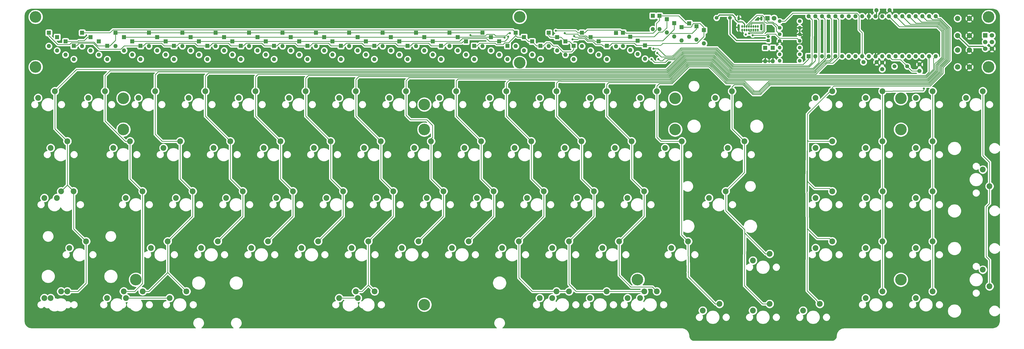
<source format=gbr>
G04 #@! TF.GenerationSoftware,KiCad,Pcbnew,(5.1.5-0-10_14)*
G04 #@! TF.CreationDate,2020-05-12T08:46:35-06:00*
G04 #@! TF.ProjectId,NumDiscipline-pcb,4e756d44-6973-4636-9970-6c696e652d70,rev?*
G04 #@! TF.SameCoordinates,Original*
G04 #@! TF.FileFunction,Copper,L2,Bot*
G04 #@! TF.FilePolarity,Positive*
%FSLAX46Y46*%
G04 Gerber Fmt 4.6, Leading zero omitted, Abs format (unit mm)*
G04 Created by KiCad (PCBNEW (5.1.5-0-10_14)) date 2020-05-12 08:46:35*
%MOMM*%
%LPD*%
G04 APERTURE LIST*
%ADD10C,2.200000*%
%ADD11C,4.400000*%
%ADD12C,1.600000*%
%ADD13O,0.650000X1.000000*%
%ADD14O,0.900000X2.400000*%
%ADD15O,0.900000X1.700000*%
%ADD16R,1.600000X1.600000*%
%ADD17O,1.600000X1.600000*%
%ADD18R,1.200000X1.200000*%
%ADD19C,1.200000*%
%ADD20R,1.700000X1.700000*%
%ADD21C,1.700000*%
%ADD22C,1.500000*%
%ADD23C,1.400000*%
%ADD24O,1.400000X1.400000*%
%ADD25C,1.800000*%
%ADD26R,1.800000X1.800000*%
%ADD27C,2.000000*%
%ADD28C,0.800000*%
%ADD29C,0.250000*%
%ADD30C,0.400000*%
%ADD31C,0.254000*%
G04 APERTURE END LIST*
D10*
X380206250Y-89693750D03*
X373856250Y-92233750D03*
D11*
X387191250Y-92392500D03*
X301466250Y-92392500D03*
X206216250Y-94773750D03*
X91916250Y-92392500D03*
X242410750Y-61436250D03*
X206216250Y-170973750D03*
D12*
X377967200Y-78634620D03*
X372967200Y-78634620D03*
X382920200Y-58926178D03*
X377920200Y-58926178D03*
D10*
X323056250Y-89693750D03*
X316706250Y-92233750D03*
X361156250Y-89693750D03*
X354806250Y-92233750D03*
D13*
X331210968Y-66391022D03*
X332910968Y-66391022D03*
X332060968Y-66391022D03*
X330360968Y-66391022D03*
X329510968Y-66391022D03*
X328660968Y-66391022D03*
X327810968Y-66391022D03*
X326960968Y-66391022D03*
X332910968Y-65066022D03*
X332055968Y-65066022D03*
X331205968Y-65066022D03*
X330355968Y-65066022D03*
X329505968Y-65066022D03*
X328655968Y-65066022D03*
X327805968Y-65066022D03*
X326955968Y-65066022D03*
D14*
X334260968Y-65411022D03*
X325610968Y-65411022D03*
D15*
X334260968Y-62031022D03*
X325610968Y-62031022D03*
D11*
X242411250Y-78898750D03*
X96678750Y-161448750D03*
X287178750Y-161448750D03*
X387191250Y-161448750D03*
X387191250Y-104298750D03*
X301466200Y-104298750D03*
X206216250Y-104298750D03*
X91916200Y-104288620D03*
D10*
X113506250Y-108743750D03*
X107156250Y-111283750D03*
X94456250Y-108743750D03*
X88106250Y-111283750D03*
D11*
X58578750Y-80486250D03*
X58578750Y-61436250D03*
X420528750Y-61436250D03*
X420528750Y-80486250D03*
D10*
X242094250Y-146843750D03*
X235744250Y-149383750D03*
D16*
X352140930Y-76389182D03*
D17*
X400400930Y-61149182D03*
X354680930Y-76389182D03*
X397860930Y-61149182D03*
X357220930Y-76389182D03*
X395320930Y-61149182D03*
X359760930Y-76389182D03*
X392780930Y-61149182D03*
X362300930Y-76389182D03*
X390240930Y-61149182D03*
X364840930Y-76389182D03*
X387700930Y-61149182D03*
X367380930Y-76389182D03*
X385160930Y-61149182D03*
X369920930Y-76389182D03*
X382620930Y-61149182D03*
X372460930Y-76389182D03*
X380080930Y-61149182D03*
X375000930Y-76389182D03*
X377540930Y-61149182D03*
X377540930Y-76389182D03*
X375000930Y-61149182D03*
X380080930Y-76389182D03*
X372460930Y-61149182D03*
X382620930Y-76389182D03*
X369920930Y-61149182D03*
X385160930Y-76389182D03*
X367380930Y-61149182D03*
X387700930Y-76389182D03*
X364840930Y-61149182D03*
X390240930Y-76389182D03*
X362300930Y-61149182D03*
X392780930Y-76389182D03*
X359760930Y-61149182D03*
X395320930Y-76389182D03*
X357220930Y-61149182D03*
X397860930Y-76389182D03*
X354680930Y-61149182D03*
X400400930Y-76389182D03*
X352140930Y-61149182D03*
D10*
X356393750Y-170656250D03*
X350043750Y-173196250D03*
X337343750Y-170656250D03*
X330993750Y-173196250D03*
X420846250Y-163988750D03*
X418306250Y-157638750D03*
X420846250Y-125888750D03*
X418306250Y-119538750D03*
X418306250Y-89693750D03*
X411956250Y-92233750D03*
X399256250Y-165893750D03*
X392906250Y-168433750D03*
X380206250Y-165893750D03*
X373856250Y-168433750D03*
X399256250Y-146843750D03*
X392906250Y-149383750D03*
X380206250Y-146843750D03*
X373856250Y-149383750D03*
X399256250Y-127793750D03*
X392906250Y-130333750D03*
X380258750Y-127793750D03*
X373908750Y-130333750D03*
X399256250Y-108743750D03*
X392906250Y-111283750D03*
X380206250Y-108743750D03*
X373856250Y-111283750D03*
X399256250Y-89693750D03*
X392906250Y-92233750D03*
X275466206Y-165893750D03*
X269116206Y-168433750D03*
X256410884Y-165883620D03*
X250060884Y-168423620D03*
D17*
X292957250Y-66071750D03*
D16*
X292957250Y-60991750D03*
D17*
X279019000Y-72644000D03*
D16*
X279019000Y-67564000D03*
D17*
X306759726Y-68928502D03*
D16*
X306759726Y-63848502D03*
D17*
X295497250Y-66071750D03*
D16*
X295497250Y-60991750D03*
D17*
X281654250Y-72548750D03*
D16*
X281654250Y-67468750D03*
D17*
X298291250Y-67341750D03*
D16*
X298291250Y-62261750D03*
D17*
X284448250Y-74072750D03*
D16*
X284448250Y-68992750D03*
D17*
X309553726Y-70068973D03*
D16*
X309553726Y-64988973D03*
D17*
X301085250Y-68865750D03*
D16*
X301085250Y-63785750D03*
D17*
X287242250Y-75596750D03*
D16*
X287242250Y-70516750D03*
D17*
X312388250Y-71532750D03*
D16*
X312388250Y-66452750D03*
D17*
X303879250Y-70389750D03*
D16*
X303879250Y-65309750D03*
D17*
X290036250Y-77374750D03*
D16*
X290036250Y-72294750D03*
D12*
X394293612Y-79506040D03*
X394293612Y-82006040D03*
X380079250Y-78811750D03*
X380079250Y-81311750D03*
D18*
X336865176Y-70404866D03*
D19*
X336865176Y-68904866D03*
D10*
X283390128Y-168433750D03*
X289740128Y-165893750D03*
X254833936Y-168433750D03*
X261183936Y-165893750D03*
X180207573Y-165901640D03*
X173857573Y-168441640D03*
X92893031Y-168429819D03*
X99243031Y-165889819D03*
X64293700Y-168423620D03*
X70643700Y-165883620D03*
X68262500Y-127783620D03*
X61912500Y-130323620D03*
D20*
X419258750Y-68421250D03*
D21*
X421798750Y-68421250D03*
X419258750Y-70961250D03*
X421798750Y-70961250D03*
X419258750Y-73501250D03*
X421798750Y-73501250D03*
D10*
X314325250Y-130333750D03*
X320675250Y-127793750D03*
X71437450Y-149383750D03*
X77787450Y-146843750D03*
X68262450Y-165883620D03*
X61912450Y-168423620D03*
X92075050Y-165893750D03*
X85725050Y-168433750D03*
X115887450Y-165883620D03*
X109537450Y-168423620D03*
X73025050Y-127783620D03*
X66675050Y-130323620D03*
X306387250Y-146843750D03*
X300037250Y-149383750D03*
X64293750Y-111283750D03*
X70643750Y-108743750D03*
X321468250Y-111283750D03*
X327818250Y-108743750D03*
X294481250Y-89693750D03*
X288131250Y-92233750D03*
X132556250Y-108743750D03*
X126206250Y-111283750D03*
X65881250Y-89693750D03*
X59531250Y-92233750D03*
X84931250Y-89693750D03*
X78581250Y-92233750D03*
X103981250Y-89693750D03*
X97631250Y-92233750D03*
X123031250Y-89693750D03*
X116681250Y-92233750D03*
X142081250Y-89693750D03*
X135731250Y-92233750D03*
X161131250Y-89693750D03*
X154781250Y-92233750D03*
X180181250Y-89693750D03*
X173831250Y-92233750D03*
X199231250Y-89693750D03*
X192881250Y-92233750D03*
X218281250Y-89693750D03*
X211931250Y-92233750D03*
X237331250Y-89693750D03*
X230981250Y-92233750D03*
X256381250Y-89693750D03*
X250031250Y-92233750D03*
X275431250Y-89693750D03*
X269081250Y-92233750D03*
X151606250Y-108743750D03*
X145256250Y-111283750D03*
X170656250Y-108743750D03*
X164306250Y-111283750D03*
X189706250Y-108743750D03*
X183356250Y-111283750D03*
X208756250Y-108743750D03*
X202406250Y-111283750D03*
X227806250Y-108743750D03*
X221456250Y-111283750D03*
X246856250Y-108743750D03*
X240506250Y-111283750D03*
X265906250Y-108743750D03*
X259556250Y-111283750D03*
X284956250Y-108743750D03*
X278606250Y-111283750D03*
X304006250Y-108743750D03*
X297656250Y-111283750D03*
X361156250Y-108743750D03*
X354806250Y-111283750D03*
X99218750Y-127793750D03*
X92868750Y-130333750D03*
X118268750Y-127793750D03*
X111918750Y-130333750D03*
X137318750Y-127793750D03*
X130968750Y-130333750D03*
X156368250Y-127793750D03*
X150018250Y-130333750D03*
X175418250Y-127793750D03*
X169068250Y-130333750D03*
X194468250Y-127793750D03*
X188118250Y-130333750D03*
X213518250Y-127793750D03*
X207168250Y-130333750D03*
X232568250Y-127793750D03*
X226218250Y-130333750D03*
X251618250Y-127793750D03*
X245268250Y-130333750D03*
X270668250Y-127793750D03*
X264318250Y-130333750D03*
X289718250Y-127793750D03*
X283368250Y-130333750D03*
X361156250Y-127793750D03*
X354806250Y-130333750D03*
X108743750Y-146843750D03*
X102393750Y-149383750D03*
X127793750Y-146843750D03*
X121443750Y-149383750D03*
X146843750Y-146843750D03*
X140493750Y-149383750D03*
X165894250Y-146843750D03*
X159544250Y-149383750D03*
X184944250Y-146843750D03*
X178594250Y-149383750D03*
X203994250Y-146843750D03*
X197644250Y-149383750D03*
X223044250Y-146843750D03*
X216694250Y-149383750D03*
X261144250Y-146843750D03*
X254794250Y-149383750D03*
X280194250Y-146843750D03*
X273844250Y-149383750D03*
X337343750Y-151606250D03*
X330993750Y-154146250D03*
X361156250Y-146843750D03*
X354806250Y-149383750D03*
X187325250Y-165893750D03*
X180975250Y-168433750D03*
X318293750Y-170656250D03*
X311943750Y-173196250D03*
X294521528Y-165883620D03*
X288171528Y-168423620D03*
D22*
X389639144Y-80256240D03*
X384759144Y-80256240D03*
D23*
X348763816Y-75645517D03*
D24*
X341143816Y-75645517D03*
D23*
X348763816Y-73152052D03*
D24*
X341143816Y-73152052D03*
D23*
X348763816Y-78138982D03*
D24*
X341143816Y-78138982D03*
D23*
X341143816Y-70580211D03*
D24*
X348763816Y-70580211D03*
D23*
X341143816Y-68060499D03*
D24*
X348763816Y-68060499D03*
D23*
X341143816Y-65567034D03*
D24*
X348763816Y-65567034D03*
D23*
X348763816Y-63073204D03*
D24*
X341143816Y-63073204D03*
D25*
X339055216Y-61970830D03*
D26*
X336515216Y-61970830D03*
D23*
X317204200Y-61807120D03*
X322304200Y-61807120D03*
D27*
X413238926Y-80520732D03*
X408738926Y-80520732D03*
X413238926Y-74020732D03*
X408738926Y-74020732D03*
X413238926Y-68520732D03*
X408738926Y-68520732D03*
X413238926Y-62020732D03*
X408738926Y-62020732D03*
D17*
X63600284Y-72555612D03*
D16*
X63600284Y-67475612D03*
D17*
X73108673Y-77516199D03*
D16*
X73108673Y-72436199D03*
D17*
X85786525Y-77516199D03*
D16*
X85786525Y-72436199D03*
D17*
X88955988Y-72555612D03*
D16*
X88955988Y-67475612D03*
D17*
X101633840Y-72555612D03*
D16*
X101633840Y-67475612D03*
D17*
X114311692Y-72555612D03*
D16*
X114311692Y-67475612D03*
D17*
X126989544Y-72555612D03*
D16*
X126989544Y-67475612D03*
D17*
X139667396Y-72555612D03*
D16*
X139667396Y-67475612D03*
D17*
X152345248Y-72555612D03*
D16*
X152345248Y-67475612D03*
D17*
X165023100Y-72555612D03*
D16*
X165023100Y-67475612D03*
D17*
X177700952Y-72555612D03*
D16*
X177700952Y-67475612D03*
D17*
X190378804Y-72555612D03*
D16*
X190378804Y-67475612D03*
D17*
X203056656Y-72555612D03*
D16*
X203056656Y-67475612D03*
D17*
X215734508Y-72555612D03*
D16*
X215734508Y-67475612D03*
D17*
X228342376Y-72555612D03*
D16*
X228342376Y-67475612D03*
D17*
X275541929Y-77516199D03*
D16*
X275541929Y-72436199D03*
D17*
X66769747Y-74209141D03*
D16*
X66769747Y-69129141D03*
D17*
X82617062Y-75862670D03*
D16*
X82617062Y-70782670D03*
D17*
X92125451Y-74209141D03*
D16*
X92125451Y-69129141D03*
D17*
X104803303Y-74209141D03*
D16*
X104803303Y-69129141D03*
D17*
X117481155Y-74209141D03*
D16*
X117481155Y-69129141D03*
D17*
X130159007Y-74209141D03*
D16*
X130159007Y-69129141D03*
D17*
X142836859Y-74209141D03*
D16*
X142836859Y-69129141D03*
D17*
X155514711Y-74209141D03*
D16*
X155514711Y-69129141D03*
D17*
X168192563Y-74209141D03*
D16*
X168192563Y-69129141D03*
D17*
X180870415Y-74209141D03*
D16*
X180870415Y-69129141D03*
D17*
X193548267Y-74209141D03*
D16*
X193548267Y-69129141D03*
D17*
X206226119Y-74209141D03*
D16*
X206226119Y-69129141D03*
D17*
X218886475Y-74209141D03*
D16*
X218886475Y-69129141D03*
D17*
X231493149Y-74209141D03*
D16*
X231493149Y-69129141D03*
D17*
X272453205Y-75862670D03*
D16*
X272453205Y-70782670D03*
D17*
X69939210Y-75862670D03*
D16*
X69939210Y-70782670D03*
D17*
X79447599Y-74209141D03*
D16*
X79447599Y-69129141D03*
D17*
X95294914Y-75862670D03*
D16*
X95294914Y-70782670D03*
D17*
X107972766Y-75862670D03*
D16*
X107972766Y-70782670D03*
D17*
X120650618Y-75862670D03*
D16*
X120650618Y-70782670D03*
D17*
X133328470Y-75862670D03*
D16*
X133328470Y-70782670D03*
D17*
X146006322Y-75862670D03*
D16*
X146006322Y-70782670D03*
D17*
X158684174Y-75862670D03*
D16*
X158684174Y-70782670D03*
D17*
X171362026Y-75862670D03*
D16*
X171362026Y-70782670D03*
D17*
X184039878Y-75862670D03*
D16*
X184039878Y-70782670D03*
D17*
X196717730Y-75862670D03*
D16*
X196717730Y-70782670D03*
D17*
X209395582Y-75862670D03*
D16*
X209395582Y-70782670D03*
D17*
X234643922Y-75862670D03*
D16*
X234643922Y-70782670D03*
D17*
X269364481Y-74209141D03*
D16*
X269364481Y-69129141D03*
D17*
X98464377Y-77516199D03*
D16*
X98464377Y-72436199D03*
D17*
X111142229Y-77516199D03*
D16*
X111142229Y-72436199D03*
D17*
X123820081Y-77516199D03*
D16*
X123820081Y-72436199D03*
D17*
X136497933Y-77516199D03*
D16*
X136497933Y-72436199D03*
D17*
X149175785Y-77516199D03*
D16*
X149175785Y-72436199D03*
D17*
X161853637Y-77516199D03*
D16*
X161853637Y-72436199D03*
D17*
X174531489Y-77516199D03*
D16*
X174531489Y-72436199D03*
D17*
X187209341Y-77516199D03*
D16*
X187209341Y-72436199D03*
D17*
X199887193Y-77516199D03*
D16*
X199887193Y-72436199D03*
D17*
X212565045Y-77516199D03*
D16*
X212565045Y-72436199D03*
D17*
X222038442Y-75862670D03*
D16*
X222038442Y-70782670D03*
D17*
X237794695Y-77516199D03*
D16*
X237794695Y-72436199D03*
D17*
X266089606Y-72555612D03*
D16*
X266089606Y-67475612D03*
D17*
X259788058Y-75862670D03*
D16*
X259788058Y-70782670D03*
D17*
X76278136Y-72555612D03*
D16*
X76278136Y-67475612D03*
D17*
X256637284Y-74209141D03*
D16*
X256637284Y-69129141D03*
D17*
X253486511Y-72555612D03*
D16*
X253486511Y-67475612D03*
D17*
X250335738Y-77516199D03*
D16*
X250335738Y-72436199D03*
D17*
X225190409Y-77516199D03*
D16*
X225190409Y-72436199D03*
D17*
X244096241Y-74209141D03*
D16*
X244096241Y-69129141D03*
D17*
X240945468Y-72555612D03*
D16*
X240945468Y-67475612D03*
D17*
X262938832Y-77516199D03*
D16*
X262938832Y-72436199D03*
D17*
X247184965Y-75862670D03*
D16*
X247184965Y-70782670D03*
D17*
X338562482Y-78242196D03*
D16*
X338562482Y-73162196D03*
D17*
X335692810Y-78242196D03*
D16*
X335692810Y-73162196D03*
D28*
X302742044Y-142886640D03*
X107771644Y-157339240D03*
X354679250Y-66071750D03*
X357092250Y-66071750D03*
X359632250Y-66071750D03*
X362172250Y-66071750D03*
X364839250Y-65944750D03*
X277971250Y-156831240D03*
X258921250Y-157085240D03*
X345281250Y-75723750D03*
X319881250Y-99218750D03*
X267176250Y-78898750D03*
X253523750Y-77184250D03*
X364839250Y-80168750D03*
X337153250Y-66262250D03*
X360997450Y-163819870D03*
X387191250Y-98647250D03*
X262477250Y-70008750D03*
X236725634Y-69327582D03*
X292449250Y-77501750D03*
X263112250Y-68738750D03*
X238072980Y-68935034D03*
X295116250Y-77501750D03*
X259556250Y-67595750D03*
X294671750Y-75152250D03*
X223724620Y-68392596D03*
X238720406Y-67640182D03*
X256127250Y-66706750D03*
X293211250Y-73564750D03*
X330930250Y-68484750D03*
X328263250Y-68103750D03*
X329533250Y-67722750D03*
X395954250Y-88677750D03*
D29*
X348763816Y-68060499D02*
X348763816Y-65567034D01*
D30*
X378740931Y-75189181D02*
X377540930Y-76389182D01*
X378740931Y-60713179D02*
X378740931Y-75189181D01*
X381977247Y-59949181D02*
X379504929Y-59949181D01*
X379504929Y-59949181D02*
X378740931Y-60713179D01*
X383000250Y-58926178D02*
X381977247Y-59949181D01*
X342243817Y-71680212D02*
X341143816Y-70580211D01*
X349291817Y-71680212D02*
X342243817Y-71680212D01*
X349863817Y-71108212D02*
X349291817Y-71680212D01*
X349863817Y-69160500D02*
X349863817Y-71108212D01*
X348763816Y-68060499D02*
X349863817Y-69160500D01*
X318304201Y-60707119D02*
X317204200Y-61807120D01*
X323289699Y-60707119D02*
X318304201Y-60707119D01*
X324262700Y-61680120D02*
X323289699Y-60707119D01*
X324262700Y-62284849D02*
X324262700Y-61680120D01*
X325308971Y-63331120D02*
X324262700Y-62284849D01*
X325596200Y-63331120D02*
X325308971Y-63331120D01*
X326920978Y-63281032D02*
X325596200Y-63331120D01*
X327805968Y-64166022D02*
X326920978Y-63281032D01*
X327805968Y-65066022D02*
X327805968Y-64166022D01*
D29*
X275541929Y-72436199D02*
X276307675Y-72436199D01*
X66982343Y-71907671D02*
X71529039Y-71907671D01*
X63600284Y-67475612D02*
X63600284Y-68525612D01*
X71529039Y-71907671D02*
X72204029Y-71232681D01*
X82208844Y-72436199D02*
X85786525Y-72436199D01*
X72204029Y-71232681D02*
X74725780Y-71232681D01*
X74725780Y-71232681D02*
X74977861Y-70980600D01*
X81530933Y-71740791D02*
X81530933Y-71758288D01*
X74977861Y-70980600D02*
X80770743Y-70980600D01*
X81530933Y-71758288D02*
X82208844Y-72436199D01*
X63600284Y-68525612D02*
X66982343Y-71907671D01*
X80770743Y-70980600D02*
X81530933Y-71740791D01*
X88955988Y-70316736D02*
X88955988Y-67475612D01*
X86836525Y-72436199D02*
X88955988Y-70316736D01*
X85786525Y-72436199D02*
X86836525Y-72436199D01*
X88955988Y-67475612D02*
X101633840Y-67475612D01*
X101633840Y-67475612D02*
X114311692Y-67475612D01*
X114311692Y-67475612D02*
X126989544Y-67475612D01*
X126989544Y-67475612D02*
X139667396Y-67475612D01*
X139667396Y-67475612D02*
X152345248Y-67475612D01*
X152345248Y-67475612D02*
X165023100Y-67475612D01*
X165023100Y-67475612D02*
X177700952Y-67475612D01*
X177700952Y-67475612D02*
X190378804Y-67475612D01*
X190378804Y-67475612D02*
X203056656Y-67475612D01*
X203056656Y-67475612D02*
X215734508Y-67475612D01*
X215734508Y-67475612D02*
X228342376Y-67475612D01*
X275541929Y-72436199D02*
X274137923Y-72436199D01*
X274137923Y-72436199D02*
X273611418Y-71909694D01*
X273611418Y-71909694D02*
X271395227Y-71909694D01*
X271395227Y-71909694D02*
X270730303Y-71244770D01*
X270730303Y-71244770D02*
X270724248Y-71244770D01*
X270724248Y-71244770D02*
X270216806Y-70737328D01*
X270216806Y-70737328D02*
X268257030Y-70737328D01*
X267138460Y-69618758D02*
X264774928Y-69618758D01*
X268257030Y-70737328D02*
X267138460Y-69618758D01*
X285946248Y-71405750D02*
X286835248Y-72294750D01*
X286835248Y-72294750D02*
X290036250Y-72294750D01*
X277622378Y-71405750D02*
X285946248Y-71405750D01*
X276591929Y-72436199D02*
X277622378Y-71405750D01*
X275541929Y-72436199D02*
X276591929Y-72436199D01*
X264384936Y-70008750D02*
X264774928Y-69618758D01*
X262477250Y-70008750D02*
X264384936Y-70008750D01*
X295991248Y-72294750D02*
X290036250Y-72294750D01*
X296785249Y-71514751D02*
X296513250Y-71786750D01*
X309772950Y-71514751D02*
X296785249Y-71514751D01*
X296513250Y-71786750D02*
X295991248Y-72294750D01*
X312388250Y-68899451D02*
X309772950Y-71514751D01*
X312388250Y-66452750D02*
X312388250Y-68899451D01*
X307483480Y-65309750D02*
X303879250Y-65309750D01*
X307884727Y-64472970D02*
X307884727Y-64908503D01*
X308493725Y-63863972D02*
X307884727Y-64472970D01*
X310849472Y-63863972D02*
X308493725Y-63863972D01*
X312388250Y-65402750D02*
X310849472Y-63863972D01*
X307884727Y-64908503D02*
X307483480Y-65309750D01*
X312388250Y-66452750D02*
X312388250Y-65402750D01*
X66854850Y-68567797D02*
X66854850Y-68725276D01*
X92125451Y-69129141D02*
X104803303Y-69129141D01*
X104803303Y-69129141D02*
X117481155Y-69129141D01*
X117481155Y-69129141D02*
X130159007Y-69129141D01*
X130159007Y-69129141D02*
X142836859Y-69129141D01*
X142836859Y-69129141D02*
X155514711Y-69129141D01*
X155514711Y-69129141D02*
X168192563Y-69129141D01*
X168192563Y-69129141D02*
X180870415Y-69129141D01*
X180870415Y-69129141D02*
X193548267Y-69129141D01*
X193548267Y-69129141D02*
X206226119Y-69129141D01*
X206226119Y-69129141D02*
X218886475Y-69129141D01*
X218886475Y-69129141D02*
X231493149Y-69129141D01*
X231493149Y-69129141D02*
X236527193Y-69129141D01*
X236527193Y-69129141D02*
X236725634Y-69327582D01*
X272453205Y-70782670D02*
X271014562Y-70782670D01*
X271014562Y-70782670D02*
X270514272Y-70282380D01*
X270514272Y-70282380D02*
X268449508Y-70282380D01*
X268449508Y-70282380D02*
X267259644Y-69092516D01*
X286976330Y-70782670D02*
X287242250Y-70516750D01*
X272453205Y-70782670D02*
X286976330Y-70782670D01*
X301085250Y-66212752D02*
X301085250Y-63785750D01*
X287242250Y-70516750D02*
X296781252Y-70516750D01*
X355480929Y-61949181D02*
X354680930Y-61149182D01*
X355509681Y-61949181D02*
X355480929Y-61949181D01*
X356095929Y-77863071D02*
X356095929Y-62535429D01*
X356076250Y-77882750D02*
X356095929Y-77863071D01*
X356076250Y-78801042D02*
X356076250Y-77882750D01*
X354093104Y-80754896D02*
X354122396Y-80754896D01*
X354122396Y-80754896D02*
X356076250Y-78801042D01*
X353859261Y-80988739D02*
X354093104Y-80754896D01*
X356095929Y-62535429D02*
X355509681Y-61949181D01*
X350928653Y-80988731D02*
X350928660Y-80988739D01*
X304308630Y-74533780D02*
X316782050Y-74533780D01*
X323366721Y-80987221D02*
X350928653Y-80988731D01*
X316782050Y-74533780D02*
X323235491Y-80987221D01*
X323235491Y-80987221D02*
X323366721Y-80987221D01*
X350928660Y-80988739D02*
X353859261Y-80988739D01*
X301133631Y-77708779D02*
X304308630Y-74533780D01*
X298719220Y-77708780D02*
X301133631Y-77708779D01*
X297719750Y-78708250D02*
X298719220Y-77708780D01*
X293655750Y-78708250D02*
X297719750Y-78708250D01*
X292449250Y-77501750D02*
X293655750Y-78708250D01*
X263512249Y-69138749D02*
X265125251Y-69138749D01*
X263112250Y-68738750D02*
X263512249Y-69138749D01*
X265125251Y-69138749D02*
X265144250Y-69119750D01*
X267259644Y-69092516D02*
X265144250Y-69119750D01*
X309553726Y-66038973D02*
X309553726Y-64988973D01*
X299557253Y-67740749D02*
X307851950Y-67740749D01*
X297599751Y-69698251D02*
X299557253Y-67740749D01*
X296781252Y-70516750D02*
X297599751Y-69698251D01*
X307851950Y-67740749D02*
X309553726Y-66038973D01*
X297599751Y-69698251D02*
X301085250Y-66212752D01*
X269971834Y-68777769D02*
X269079436Y-68777769D01*
X269079436Y-68777769D02*
X269516669Y-68777769D01*
X77112000Y-70414740D02*
X74898788Y-70414740D01*
X74530858Y-70782670D02*
X69939210Y-70782670D01*
X74898788Y-70414740D02*
X74530858Y-70782670D01*
X78397599Y-69129141D02*
X77112000Y-70414740D01*
X79447599Y-69129141D02*
X78397599Y-69129141D01*
X95294914Y-70782670D02*
X107972766Y-70782670D01*
X107972766Y-70782670D02*
X120650618Y-70782670D01*
X120650618Y-70782670D02*
X133328470Y-70782670D01*
X133328470Y-70782670D02*
X146006322Y-70782670D01*
X146006322Y-70782670D02*
X158684174Y-70782670D01*
X158684174Y-70782670D02*
X171362026Y-70782670D01*
X171362026Y-70782670D02*
X184039878Y-70782670D01*
X184039878Y-70782670D02*
X196717730Y-70782670D01*
X196717730Y-70782670D02*
X209395582Y-70782670D01*
X209395582Y-70782670D02*
X219549750Y-70782670D01*
X230961676Y-70782670D02*
X234643922Y-70782670D01*
X229836675Y-69657669D02*
X230961676Y-70782670D01*
X220674751Y-69657669D02*
X229836675Y-69657669D01*
X219549750Y-70782670D02*
X220674751Y-69657669D01*
X238072980Y-69500719D02*
X236791029Y-70782670D01*
X238072980Y-68935034D02*
X238072980Y-69500719D01*
X236791029Y-70782670D02*
X234643922Y-70782670D01*
X268117046Y-69129141D02*
X268117046Y-69127512D01*
X269364481Y-69129141D02*
X268117046Y-69129141D01*
X268117046Y-69127512D02*
X267609604Y-68620070D01*
X284311859Y-69129141D02*
X284448250Y-68992750D01*
X269364481Y-69129141D02*
X284311859Y-69129141D01*
X293465250Y-68992750D02*
X295261249Y-67196751D01*
X295261249Y-67196751D02*
X296658249Y-67196751D01*
X284448250Y-68992750D02*
X293465250Y-68992750D01*
X298291250Y-65563750D02*
X298291250Y-62261750D01*
X296658249Y-67196751D02*
X298291250Y-65563750D01*
X295751250Y-78136750D02*
X295116250Y-77501750D01*
X354680930Y-78136480D02*
X354680930Y-76389182D01*
X323376440Y-80491760D02*
X352325651Y-80491759D01*
X316968450Y-74083770D02*
X323376440Y-80491760D01*
X304122230Y-74083770D02*
X316968450Y-74083770D01*
X300947230Y-77258770D02*
X304122230Y-74083770D01*
X297518230Y-77258770D02*
X300947230Y-77258770D01*
X296640250Y-78136750D02*
X297518230Y-77258770D01*
X352325651Y-80491759D02*
X354680930Y-78136480D01*
X295751250Y-78136750D02*
X296640250Y-78136750D01*
X264424741Y-67995749D02*
X265040742Y-68611750D01*
X259956249Y-67995749D02*
X264424741Y-67995749D01*
X259556250Y-67595750D02*
X259956249Y-67995749D01*
X265040742Y-68611750D02*
X265271250Y-68611750D01*
X267609604Y-68620070D02*
X265271250Y-68611750D01*
X92233391Y-72436199D02*
X98464377Y-72436199D01*
X90988977Y-73680613D02*
X92233391Y-72436199D01*
X82816848Y-73680613D02*
X90988977Y-73680613D01*
X73108673Y-72436199D02*
X74158673Y-72436199D01*
X74158673Y-72436199D02*
X75164261Y-71430611D01*
X75164261Y-71430611D02*
X80584345Y-71430611D01*
X80584345Y-71430611D02*
X81080923Y-71927189D01*
X81080923Y-71927189D02*
X81080924Y-71944689D01*
X81080924Y-71944689D02*
X82816848Y-73680613D01*
X107441293Y-72436199D02*
X111142229Y-72436199D01*
X106435705Y-71430611D02*
X107441293Y-72436199D01*
X100519965Y-71430611D02*
X106435705Y-71430611D01*
X99514377Y-72436199D02*
X100519965Y-71430611D01*
X98464377Y-72436199D02*
X99514377Y-72436199D01*
X120119145Y-72436199D02*
X123820081Y-72436199D01*
X119113557Y-71430611D02*
X120119145Y-72436199D01*
X113197817Y-71430611D02*
X119113557Y-71430611D01*
X112192229Y-72436199D02*
X113197817Y-71430611D01*
X111142229Y-72436199D02*
X112192229Y-72436199D01*
X132796997Y-72436199D02*
X136497933Y-72436199D01*
X131791409Y-71430611D02*
X132796997Y-72436199D01*
X125875669Y-71430611D02*
X131791409Y-71430611D01*
X124870081Y-72436199D02*
X125875669Y-71430611D01*
X123820081Y-72436199D02*
X124870081Y-72436199D01*
X145474849Y-72436199D02*
X149175785Y-72436199D01*
X144469261Y-71430611D02*
X145474849Y-72436199D01*
X138553521Y-71430611D02*
X144469261Y-71430611D01*
X137547933Y-72436199D02*
X138553521Y-71430611D01*
X136497933Y-72436199D02*
X137547933Y-72436199D01*
X158152701Y-72436199D02*
X161853637Y-72436199D01*
X157147113Y-71430611D02*
X158152701Y-72436199D01*
X151231373Y-71430611D02*
X157147113Y-71430611D01*
X150225785Y-72436199D02*
X151231373Y-71430611D01*
X149175785Y-72436199D02*
X150225785Y-72436199D01*
X170830553Y-72436199D02*
X174531489Y-72436199D01*
X169824965Y-71430611D02*
X170830553Y-72436199D01*
X163909225Y-71430611D02*
X169824965Y-71430611D01*
X162903637Y-72436199D02*
X163909225Y-71430611D01*
X161853637Y-72436199D02*
X162903637Y-72436199D01*
X183508405Y-72436199D02*
X187209341Y-72436199D01*
X182502817Y-71430611D02*
X183508405Y-72436199D01*
X176587077Y-71430611D02*
X182502817Y-71430611D01*
X175581489Y-72436199D02*
X176587077Y-71430611D01*
X174531489Y-72436199D02*
X175581489Y-72436199D01*
X196186257Y-72436199D02*
X199887193Y-72436199D01*
X195180669Y-71430611D02*
X196186257Y-72436199D01*
X189264929Y-71430611D02*
X195180669Y-71430611D01*
X188259341Y-72436199D02*
X189264929Y-71430611D01*
X187209341Y-72436199D02*
X188259341Y-72436199D01*
X208864109Y-72436199D02*
X212565045Y-72436199D01*
X207858521Y-71430611D02*
X208864109Y-72436199D01*
X201942781Y-71430611D02*
X207858521Y-71430611D01*
X200937193Y-72436199D02*
X201942781Y-71430611D01*
X199887193Y-72436199D02*
X200937193Y-72436199D01*
X220988442Y-70782670D02*
X222038442Y-70782670D01*
X220459914Y-71311198D02*
X220988442Y-70782670D01*
X214740046Y-71311198D02*
X220459914Y-71311198D01*
X213615045Y-72436199D02*
X214740046Y-71311198D01*
X212565045Y-72436199D02*
X213615045Y-72436199D01*
X282704250Y-67468750D02*
X282831250Y-67595750D01*
X281654250Y-67468750D02*
X282704250Y-67468750D01*
X293098252Y-67595750D02*
X294372249Y-66321753D01*
X294372249Y-66321753D02*
X294372249Y-63894751D01*
X282831250Y-67595750D02*
X293098252Y-67595750D01*
X295497250Y-62769750D02*
X295497250Y-60991750D01*
X294372249Y-63894751D02*
X295497250Y-62769750D01*
X353409250Y-78771750D02*
X353415612Y-77114388D01*
X352139250Y-80041750D02*
X353409250Y-78771750D01*
X323562840Y-80041750D02*
X352139250Y-80041750D01*
X317154850Y-73633760D02*
X323562840Y-80041750D01*
X303811650Y-73633760D02*
X317154850Y-73633760D01*
X297596850Y-76808760D02*
X300636650Y-76808760D01*
X353415612Y-77114388D02*
X353536250Y-62544502D01*
X353536250Y-62544502D02*
X352140930Y-61149182D01*
X297464340Y-76676250D02*
X297596850Y-76808760D01*
X296195750Y-76676250D02*
X297464340Y-76676250D01*
X300636650Y-76808760D02*
X303811650Y-73633760D01*
X294671750Y-75152250D02*
X296195750Y-76676250D01*
X223987090Y-68655066D02*
X223724620Y-68392596D01*
X229347924Y-68655066D02*
X223987090Y-68655066D01*
X232732590Y-68004140D02*
X229998850Y-68004140D01*
X233331022Y-68602572D02*
X232732590Y-68004140D01*
X229998850Y-68004140D02*
X229347924Y-68655066D01*
X237192331Y-68602572D02*
X233331022Y-68602572D01*
X238154721Y-67640182D02*
X237192331Y-68602572D01*
X238720406Y-67640182D02*
X238154721Y-67640182D01*
X264557864Y-67475612D02*
X266089606Y-67475612D01*
X263874250Y-66833750D02*
X264557864Y-67475612D01*
X263747250Y-66706750D02*
X256127250Y-66706750D01*
X263874250Y-66833750D02*
X263747250Y-66706750D01*
X268176219Y-66438999D02*
X280624499Y-66438999D01*
X267139606Y-67475612D02*
X268176219Y-66438999D01*
X280624499Y-66438999D02*
X281654250Y-67468750D01*
X266089606Y-67475612D02*
X267139606Y-67475612D01*
X306759726Y-63848502D02*
X305709726Y-63848502D01*
X302852974Y-60991750D02*
X295497250Y-60991750D01*
X305709726Y-63848502D02*
X302852974Y-60991750D01*
X248835815Y-72436199D02*
X250335738Y-72436199D01*
X240945468Y-67475612D02*
X240949740Y-67475612D01*
X225190409Y-72436199D02*
X226240409Y-72436199D01*
X226240409Y-72436199D02*
X227245997Y-71430611D01*
X227245997Y-71430611D02*
X233106861Y-71430611D01*
X238238399Y-71232681D02*
X240945468Y-68525612D01*
X236813211Y-71232681D02*
X238238399Y-71232681D01*
X233583921Y-71907671D02*
X236138221Y-71907671D01*
X236138221Y-71907671D02*
X236813211Y-71232681D01*
X233106861Y-71430611D02*
X233583921Y-71907671D01*
X86844854Y-67475612D02*
X87992634Y-66327832D01*
X76278136Y-67475612D02*
X86844854Y-67475612D01*
X240945468Y-67475612D02*
X240935564Y-67475612D01*
X239787784Y-66327832D02*
X87992634Y-66327832D01*
X240935564Y-67475612D02*
X239787784Y-66327832D01*
X247184965Y-70782670D02*
X247184965Y-70785349D01*
X247184965Y-70785349D02*
X248835815Y-72436199D01*
X245747450Y-70782670D02*
X247184965Y-70782670D01*
X244096241Y-69131461D02*
X245747450Y-70782670D01*
X244096241Y-69129141D02*
X244096241Y-69131461D01*
X236813211Y-71232681D02*
X236982695Y-71232681D01*
X240945468Y-67444888D02*
X240945468Y-67475612D01*
X259788058Y-70782670D02*
X259777026Y-70782670D01*
X258123497Y-69129141D02*
X256637284Y-69129141D01*
X259777026Y-70782670D02*
X258123497Y-69129141D01*
X262938832Y-72436199D02*
X262938832Y-72369686D01*
X261351816Y-70782670D02*
X259788058Y-70782670D01*
X262938832Y-72369686D02*
X261351816Y-70782670D01*
X352140930Y-77439182D02*
X350046362Y-79533750D01*
X352140930Y-76389182D02*
X352140930Y-77439182D01*
X294989250Y-73564750D02*
X293211250Y-73564750D01*
X297783250Y-76358750D02*
X300450250Y-76358750D01*
X297783250Y-76358750D02*
X294989250Y-73564750D01*
X300450250Y-76358750D02*
X303625250Y-73183750D01*
X317341250Y-73183750D02*
X323691250Y-79533750D01*
X303625250Y-73183750D02*
X317341250Y-73183750D01*
X350046362Y-79533750D02*
X323691250Y-79533750D01*
X251385738Y-72436199D02*
X252543187Y-71278750D01*
X250335738Y-72436199D02*
X251385738Y-72436199D01*
X253874651Y-71278750D02*
X255111250Y-72515349D01*
X252543187Y-71278750D02*
X253874651Y-71278750D01*
X256608494Y-72515349D02*
X257905250Y-73812105D01*
X255111250Y-72515349D02*
X256608494Y-72515349D01*
X257905250Y-73812105D02*
X257905250Y-73818750D01*
X257905250Y-73818750D02*
X258824169Y-74737669D01*
X258824169Y-74737669D02*
X262066331Y-74737669D01*
X262938832Y-73865168D02*
X262938832Y-72436199D01*
X262066331Y-74737669D02*
X262938832Y-73865168D01*
X240945468Y-68525612D02*
X240945468Y-67475612D01*
X241548997Y-69129141D02*
X240945468Y-68525612D01*
X244096241Y-69129141D02*
X241548997Y-69129141D01*
X254090040Y-69129141D02*
X256637284Y-69129141D01*
X253486511Y-68525612D02*
X254090040Y-69129141D01*
X253486511Y-67475612D02*
X253486511Y-68525612D01*
X92896962Y-168433750D02*
X92893031Y-168429819D01*
X109537450Y-168433750D02*
X92896962Y-168433750D01*
X173865463Y-168433750D02*
X173857573Y-168441640D01*
X180975250Y-168433750D02*
X173865463Y-168433750D01*
X65881250Y-103981250D02*
X70643750Y-108743750D01*
X65881250Y-89693750D02*
X65881250Y-103981250D01*
X70643750Y-125412450D02*
X73025050Y-127793750D01*
X70643750Y-108743750D02*
X70643750Y-125412450D01*
X73025050Y-142081350D02*
X77787450Y-146843750D01*
X73025050Y-127793750D02*
X73025050Y-142081350D01*
X68266381Y-165889819D02*
X68262450Y-165893750D01*
X70643700Y-165889819D02*
X68266381Y-165889819D01*
X77787450Y-156178614D02*
X77787450Y-162778676D01*
X77787450Y-146843750D02*
X77787450Y-156178614D01*
X77787450Y-156178614D02*
X77787450Y-156368750D01*
X74676307Y-165889819D02*
X70643700Y-165889819D01*
X77787450Y-162778676D02*
X74676307Y-165889819D01*
X69376298Y-126679902D02*
X70643750Y-125412450D01*
X69372160Y-126679902D02*
X69376298Y-126679902D01*
X68272161Y-127779901D02*
X69372160Y-126679902D01*
X323050610Y-81438750D02*
X316595650Y-74983790D01*
X350742230Y-81438730D02*
X323050610Y-81438750D01*
X354074953Y-81438749D02*
X350742249Y-81438749D01*
X299626160Y-79852660D02*
X299623340Y-79852660D01*
X358362250Y-77120750D02*
X358377601Y-77136101D01*
X304495030Y-74983790D02*
X299626160Y-79852660D01*
X350742249Y-81438749D02*
X350742230Y-81438730D01*
X358377601Y-77136101D02*
X354074953Y-81438749D01*
X299623340Y-79852660D02*
X298037250Y-81438750D01*
X358362250Y-62290502D02*
X358362250Y-77120750D01*
X316595650Y-74983790D02*
X304495030Y-74983790D01*
X357220930Y-61149182D02*
X358362250Y-62290502D01*
X74150728Y-81424272D02*
X65881250Y-89693750D01*
X87095121Y-81424272D02*
X74150728Y-81424272D01*
X87109599Y-81438750D02*
X87095121Y-81424272D01*
X298037250Y-81438750D02*
X87109599Y-81438750D01*
X94456250Y-123031250D02*
X99218750Y-127793750D01*
X94456250Y-108743750D02*
X94456250Y-123031250D01*
X99218750Y-127793750D02*
X99218750Y-162869506D01*
X96194506Y-165893750D02*
X92075050Y-165893750D01*
X99218750Y-162869506D02*
X96194506Y-165893750D01*
X84931250Y-89693750D02*
X84931250Y-99218750D01*
X84931250Y-101040672D02*
X84931250Y-99218750D01*
X92634328Y-108743750D02*
X84931250Y-101040672D01*
X94456250Y-108743750D02*
X92634328Y-108743750D01*
X304681430Y-75433800D02*
X316409250Y-75433800D01*
X298226471Y-81888759D02*
X304681430Y-75433800D01*
X316409250Y-75433800D02*
X322864209Y-81888759D01*
X322864209Y-81888759D02*
X354261353Y-81888759D01*
X354261353Y-81888759D02*
X359760930Y-76389182D01*
X86923198Y-81888759D02*
X298226471Y-81888759D01*
X84931250Y-83851750D02*
X86908720Y-81874281D01*
X84931250Y-89693750D02*
X84931250Y-83851750D01*
X86908720Y-81874281D02*
X86923198Y-81888759D01*
X113506250Y-123031250D02*
X118268750Y-127793750D01*
X113506250Y-108743750D02*
X113506250Y-123031250D01*
X118268750Y-137318750D02*
X108743750Y-146843750D01*
X118268750Y-127793750D02*
X118268750Y-137318750D01*
X108743750Y-158750050D02*
X115887450Y-165893750D01*
X108743750Y-146843750D02*
X108743750Y-158750050D01*
X108743750Y-158750050D02*
X108729982Y-158750050D01*
X101590213Y-165889819D02*
X101256118Y-165889819D01*
X108729982Y-158750050D02*
X101590213Y-165889819D01*
X101447737Y-165889819D02*
X101256118Y-165889819D01*
X101256118Y-165889819D02*
X99243031Y-165889819D01*
X113506250Y-108743750D02*
X106648250Y-108743750D01*
X103981250Y-106076750D02*
X103981250Y-89693750D01*
X106648250Y-108743750D02*
X103981250Y-106076750D01*
X360885931Y-77264069D02*
X360885931Y-62245431D01*
X360013250Y-78136750D02*
X360885931Y-77264069D01*
X358649772Y-78136750D02*
X360013250Y-78136750D01*
X360885931Y-62245431D02*
X360589681Y-61949181D01*
X354447753Y-82338769D02*
X358649772Y-78136750D01*
X360560929Y-61949181D02*
X359760930Y-61149182D01*
X103981250Y-83470750D02*
X105113231Y-82338769D01*
X360589681Y-61949181D02*
X360560929Y-61949181D01*
X103981250Y-89693750D02*
X103981250Y-83470750D01*
X323045231Y-82338769D02*
X322677808Y-82338768D01*
X323194269Y-82338769D02*
X322677808Y-82338768D01*
X323045231Y-82338769D02*
X323194269Y-82338769D01*
X323194269Y-82338769D02*
X354447753Y-82338769D01*
X322677808Y-82338768D02*
X316222850Y-75883810D01*
X316222850Y-75883810D02*
X304867830Y-75883810D01*
X298412871Y-82338769D02*
X105113231Y-82338769D01*
X304867830Y-75883810D02*
X298412871Y-82338769D01*
X123031250Y-99218750D02*
X132556250Y-108743750D01*
X123031250Y-89693750D02*
X123031250Y-99218750D01*
X132556250Y-123031250D02*
X137318750Y-127793750D01*
X132556250Y-108743750D02*
X132556250Y-123031250D01*
X137318750Y-137318750D02*
X127793750Y-146843750D01*
X137318750Y-127793750D02*
X137318750Y-137318750D01*
X123031250Y-83978750D02*
X123031250Y-89693750D01*
X322491407Y-82788777D02*
X316036450Y-76333820D01*
X124221221Y-82788779D02*
X123031250Y-83978750D01*
X305054230Y-76333820D02*
X298599271Y-82788779D01*
X362300930Y-76389182D02*
X362300930Y-76485480D01*
X298599271Y-82788779D02*
X124221221Y-82788779D01*
X323263279Y-82788779D02*
X322491407Y-82788777D01*
X354634153Y-82788779D02*
X323263279Y-82788779D01*
X316036450Y-76333820D02*
X305054230Y-76333820D01*
X358836172Y-78586760D02*
X354634153Y-82788779D01*
X360199650Y-78586760D02*
X358836172Y-78586760D01*
X362300930Y-76485480D02*
X360199650Y-78586760D01*
X142081250Y-99218750D02*
X151606250Y-108743750D01*
X142081250Y-89693750D02*
X142081250Y-99218750D01*
X151606250Y-123031750D02*
X156368250Y-127793750D01*
X151606250Y-108743750D02*
X151606250Y-123031750D01*
X156368250Y-137319250D02*
X146843750Y-146843750D01*
X156368250Y-127793750D02*
X156368250Y-137319250D01*
X362300930Y-61149182D02*
X363569250Y-62417502D01*
X363569250Y-76785864D02*
X361318344Y-79036770D01*
X363569250Y-62417502D02*
X363569250Y-76785864D01*
X361318344Y-79036770D02*
X359022572Y-79036770D01*
X142081250Y-84232750D02*
X142081250Y-89693750D01*
X143075211Y-83238789D02*
X142081250Y-84232750D01*
X297170289Y-83238789D02*
X298785672Y-83238788D01*
X297170289Y-83238789D02*
X143075211Y-83238789D01*
X298785672Y-83238788D02*
X305240630Y-76783830D01*
X305240630Y-76783830D02*
X315850050Y-76783830D01*
X322305006Y-83238786D02*
X322305007Y-83238786D01*
X315850050Y-76783830D02*
X322305006Y-83238786D01*
X322305006Y-83238786D02*
X354911214Y-83238786D01*
X354933250Y-83216750D02*
X354820553Y-83238789D01*
X354911214Y-83238786D02*
X354933250Y-83216750D01*
X359022572Y-79036770D02*
X354933250Y-83216750D01*
X161131250Y-99218750D02*
X170656250Y-108743750D01*
X161131250Y-89693750D02*
X161131250Y-99218750D01*
X170656250Y-123031750D02*
X175418250Y-127793750D01*
X170656250Y-108743750D02*
X170656250Y-123031750D01*
X175418250Y-137319750D02*
X165894250Y-146843750D01*
X175418250Y-127793750D02*
X175418250Y-137319750D01*
X161131250Y-84740750D02*
X161131250Y-89693750D01*
X298890299Y-83688799D02*
X162183201Y-83688799D01*
X397859250Y-82454750D02*
X396625201Y-83688799D01*
X298972073Y-83688797D02*
X298890301Y-83688797D01*
X305427030Y-77233840D02*
X298972073Y-83688797D01*
X315663650Y-77233840D02*
X305427030Y-77233840D01*
X397859250Y-80105404D02*
X397859250Y-82454750D01*
X322639299Y-83688799D02*
X322639296Y-83688796D01*
X298890301Y-83688797D02*
X298890299Y-83688799D01*
X322118605Y-83688795D02*
X315663650Y-77233840D01*
X162183201Y-83688799D02*
X161131250Y-84740750D01*
X396625201Y-83688799D02*
X322639299Y-83688799D01*
X322639296Y-83688796D02*
X322118605Y-83688795D01*
X397860930Y-80103724D02*
X397859250Y-80105404D01*
X397860930Y-76389182D02*
X397860930Y-80103724D01*
X180181250Y-99218750D02*
X189706250Y-108743750D01*
X180181250Y-89693750D02*
X180181250Y-99218750D01*
X189706250Y-123031750D02*
X194468250Y-127793750D01*
X189706250Y-108743750D02*
X189706250Y-123031750D01*
X194468250Y-137319750D02*
X184944250Y-146843750D01*
X194468250Y-127793750D02*
X194468250Y-137319750D01*
X184944250Y-163512750D02*
X187325250Y-165893750D01*
X184944250Y-146843750D02*
X184944250Y-163512750D01*
X182555360Y-165901640D02*
X184944250Y-163512750D01*
X180207573Y-165901640D02*
X182555360Y-165901640D01*
X399600931Y-77189181D02*
X400400930Y-76389182D01*
X399600931Y-81349479D02*
X399600931Y-77189181D01*
X321932209Y-84138809D02*
X396811601Y-84138809D01*
X315477250Y-77683850D02*
X321932209Y-84138809D01*
X305613430Y-77683850D02*
X315477250Y-77683850D01*
X299158471Y-84138809D02*
X305613430Y-77683850D01*
X396811601Y-84138809D02*
X399600931Y-81349479D01*
X181291191Y-84138809D02*
X299158471Y-84138809D01*
X180181250Y-85248750D02*
X181291191Y-84138809D01*
X180181250Y-89693750D02*
X180181250Y-85248750D01*
X208756250Y-123031750D02*
X213518250Y-127793750D01*
X208756250Y-108743750D02*
X208756250Y-123031750D01*
X213518250Y-137319750D02*
X203994250Y-146843750D01*
X213518250Y-127793750D02*
X213518250Y-137319750D01*
X199231250Y-98839116D02*
X199231250Y-89693750D01*
X208756250Y-107840668D02*
X209323766Y-107273152D01*
X208756250Y-108743750D02*
X208756250Y-107840668D01*
X209323766Y-107273152D02*
X209323766Y-102741170D01*
X209323766Y-102741170D02*
X207136516Y-100553920D01*
X207136516Y-100553920D02*
X200946054Y-100553920D01*
X200946054Y-100553920D02*
X199231250Y-98839116D01*
X200399181Y-84588819D02*
X199231250Y-85756750D01*
X299344871Y-84588819D02*
X200399181Y-84588819D01*
X305799830Y-78133860D02*
X299344871Y-84588819D01*
X382620930Y-61149182D02*
X386624763Y-65153015D01*
X315290850Y-78133860D02*
X305799830Y-78133860D01*
X321745808Y-84588818D02*
X315290850Y-78133860D01*
X400050941Y-79247059D02*
X400050940Y-81535880D01*
X396998001Y-84588819D02*
X321745808Y-84588818D01*
X400050940Y-81535880D02*
X396998001Y-84588819D01*
X402685250Y-76739750D02*
X401161250Y-78263750D01*
X386624763Y-65153015D02*
X400876105Y-65153015D01*
X199231250Y-85756750D02*
X199231250Y-89693750D01*
X402685250Y-66962160D02*
X402685250Y-76739750D01*
X401161250Y-78263750D02*
X400050941Y-79247059D01*
X400876105Y-65153015D02*
X402685250Y-66962160D01*
X218281250Y-99218750D02*
X227806250Y-108743750D01*
X218281250Y-89693750D02*
X218281250Y-99218750D01*
X227806250Y-123031750D02*
X232568250Y-127793750D01*
X227806250Y-108743750D02*
X227806250Y-123031750D01*
X232568250Y-137319750D02*
X223044250Y-146843750D01*
X232568250Y-127793750D02*
X232568250Y-137319750D01*
X403135260Y-66775760D02*
X401062506Y-64703006D01*
X400500950Y-79560460D02*
X403135259Y-76926151D01*
X401062506Y-64703006D02*
X400116995Y-64703005D01*
X400500949Y-81722281D02*
X400500950Y-79560460D01*
X321559409Y-85038829D02*
X397184401Y-85038829D01*
X388714753Y-64703005D02*
X385160930Y-61149182D01*
X400116995Y-64703005D02*
X388714753Y-64703005D01*
X299531272Y-85038828D02*
X305986230Y-78583870D01*
X315104450Y-78583870D02*
X321559409Y-85038829D01*
X305986230Y-78583870D02*
X315104450Y-78583870D01*
X397184401Y-85038829D02*
X400500949Y-81722281D01*
X218999171Y-85038829D02*
X299531272Y-85038828D01*
X403135259Y-76926151D02*
X403135260Y-66775760D01*
X218281250Y-85756750D02*
X218999171Y-85038829D01*
X218281250Y-89693750D02*
X218281250Y-85756750D01*
X251618250Y-137319750D02*
X251618250Y-127793750D01*
X242094250Y-146843750D02*
X251618250Y-137319750D01*
X237331250Y-99218750D02*
X246856250Y-108743750D01*
X237331250Y-89693750D02*
X237331250Y-99218750D01*
X242094250Y-146843750D02*
X242094250Y-160761268D01*
X247226732Y-165893750D02*
X256410884Y-165893750D01*
X242094250Y-160761268D02*
X247226732Y-165893750D01*
X256410884Y-165893750D02*
X261183936Y-165893750D01*
X246856250Y-123031750D02*
X251618250Y-127793750D01*
X246856250Y-108743750D02*
X246856250Y-123031750D01*
X237331250Y-86645750D02*
X237331250Y-89693750D01*
X299703760Y-85502750D02*
X299561250Y-85502750D01*
X306172630Y-79033880D02*
X299703760Y-85502750D01*
X397370801Y-85488839D02*
X321373008Y-85488838D01*
X403585269Y-66589361D02*
X403585268Y-77112552D01*
X400950958Y-81908682D02*
X397370801Y-85488839D01*
X400950959Y-79746861D02*
X400950958Y-81908682D01*
X321373008Y-85488838D02*
X314918050Y-79033880D01*
X299561250Y-85502750D02*
X238488161Y-85488839D01*
X403585268Y-77112552D02*
X400950959Y-79746861D01*
X238488161Y-85488839D02*
X237331250Y-86645750D01*
X390804743Y-64252995D02*
X400567005Y-64252995D01*
X314918050Y-79033880D02*
X306172630Y-79033880D01*
X401248907Y-64252997D02*
X403585269Y-66589361D01*
X400567005Y-64252995D02*
X401248907Y-64252997D01*
X387700930Y-61149182D02*
X390804743Y-64252995D01*
X256381250Y-99218750D02*
X265906250Y-108743750D01*
X256381250Y-89693750D02*
X256381250Y-99218750D01*
X265906250Y-123031750D02*
X270668250Y-127793750D01*
X265906250Y-108743750D02*
X265906250Y-123031750D01*
X270668250Y-137319750D02*
X261144250Y-146843750D01*
X270668250Y-127793750D02*
X270668250Y-137319750D01*
X261183936Y-146883436D02*
X261144250Y-146843750D01*
X284178522Y-165893750D02*
X289740128Y-165893750D01*
X263832334Y-165893750D02*
X275466206Y-165893750D01*
X261144250Y-163205666D02*
X263832334Y-165893750D01*
X261144250Y-146843750D02*
X261144250Y-163205666D01*
X275466206Y-165893750D02*
X284178522Y-165893750D01*
X282622888Y-165893750D02*
X284178522Y-165893750D01*
X275466206Y-165893750D02*
X277021840Y-165893750D01*
X390240930Y-61149182D02*
X392894733Y-63802985D01*
X392894733Y-63802985D02*
X400416485Y-63802985D01*
X400416485Y-63802985D02*
X401435307Y-63802988D01*
X401435307Y-63802988D02*
X404035278Y-66402962D01*
X404035278Y-66402962D02*
X404035277Y-77298953D01*
X404035277Y-77298953D02*
X401400968Y-79933262D01*
X401400968Y-79933262D02*
X401400968Y-81424468D01*
X256381250Y-86645750D02*
X256381250Y-89693750D01*
X258218843Y-85943343D02*
X257083657Y-85943343D01*
X257083657Y-85943343D02*
X256381250Y-86645750D01*
X299890119Y-85952801D02*
X258228301Y-85952801D01*
X306359030Y-79483890D02*
X299890119Y-85952801D01*
X258228301Y-85952801D02*
X258218843Y-85943343D01*
X321186607Y-85938847D02*
X314731650Y-79483890D01*
X331528249Y-89623751D02*
X327843347Y-85938849D01*
X333304251Y-89623751D02*
X331528249Y-89623751D01*
X401400968Y-81424468D02*
X401400967Y-82095083D01*
X327843347Y-85938849D02*
X321186607Y-85938847D01*
X397557201Y-85938849D02*
X336989153Y-85938849D01*
X336989153Y-85938849D02*
X333304251Y-89623751D01*
X401400967Y-82095083D02*
X397557201Y-85938849D01*
X314731650Y-79483890D02*
X306359030Y-79483890D01*
X275431250Y-99218750D02*
X284956250Y-108743750D01*
X275431250Y-89693750D02*
X275431250Y-99218750D01*
X284956250Y-123031750D02*
X289718250Y-127793750D01*
X284956250Y-108743750D02*
X284956250Y-123031750D01*
X289718250Y-137319750D02*
X280194250Y-146843750D01*
X289718250Y-127793750D02*
X289718250Y-137319750D01*
X280194250Y-146843750D02*
X280194250Y-159770736D01*
X280194250Y-159770736D02*
X284635158Y-164211644D01*
X292839422Y-164211644D02*
X294521528Y-165893750D01*
X284635158Y-164211644D02*
X292839422Y-164211644D01*
X275431250Y-87164811D02*
X275431250Y-89693750D01*
X276193250Y-86402811D02*
X275431250Y-87164811D01*
X300076519Y-86402811D02*
X276193250Y-86402811D01*
X306545430Y-79933900D02*
X300076519Y-86402811D01*
X314545250Y-79933900D02*
X306545430Y-79933900D01*
X331341848Y-90073760D02*
X327656946Y-86388858D01*
X333490651Y-90073761D02*
X331341848Y-90073760D01*
X394984723Y-63352975D02*
X400601475Y-63352975D01*
X401850976Y-82281484D02*
X397743601Y-86388859D01*
X401621708Y-63352980D02*
X404485287Y-66216563D01*
X397743601Y-86388859D02*
X337175553Y-86388859D01*
X404485287Y-66216563D02*
X404485286Y-77485354D01*
X400601475Y-63352975D02*
X401621708Y-63352980D01*
X401850978Y-80119662D02*
X401850976Y-82281484D01*
X404485286Y-77485354D02*
X401850978Y-80119662D01*
X327656946Y-86388858D02*
X321000206Y-86388856D01*
X337175553Y-86388859D02*
X333490651Y-90073761D01*
X321000206Y-86388856D02*
X314545250Y-79933900D01*
X392780930Y-61149182D02*
X394984723Y-63352975D01*
X304006250Y-109827295D02*
X304006250Y-108743750D01*
X303910249Y-109923296D02*
X304006250Y-109827295D01*
X303910249Y-144366749D02*
X303910249Y-109923296D01*
X306387250Y-146843750D02*
X303910249Y-144366749D01*
X306415228Y-160333362D02*
X306415228Y-157968950D01*
X318293750Y-170656250D02*
X316738116Y-170656250D01*
X316738116Y-170656250D02*
X306415228Y-160333362D01*
X306415228Y-157968950D02*
X306387250Y-158749750D01*
X306387250Y-146843750D02*
X306415228Y-157968950D01*
X304006250Y-108743750D02*
X296005250Y-108743750D01*
X294481250Y-107219750D02*
X294481250Y-89693750D01*
X296005250Y-108743750D02*
X294481250Y-107219750D01*
X295417179Y-86852821D02*
X294481250Y-87788750D01*
X300262919Y-86852821D02*
X295417179Y-86852821D01*
X306731830Y-80383910D02*
X300262919Y-86852821D01*
X294481250Y-87788750D02*
X294481250Y-89693750D01*
X314358850Y-80383910D02*
X306731830Y-80383910D01*
X320813805Y-86838865D02*
X314358850Y-80383910D01*
X327470545Y-86838867D02*
X320813805Y-86838865D01*
X333677050Y-90523770D02*
X331155447Y-90523769D01*
X331155447Y-90523769D02*
X327470545Y-86838867D01*
X337361953Y-86838869D02*
X333677050Y-90523770D01*
X397930001Y-86838869D02*
X337361953Y-86838869D01*
X402300985Y-82467885D02*
X397930001Y-86838869D01*
X402300987Y-80306063D02*
X402300985Y-82467885D01*
X404935295Y-77671755D02*
X402300987Y-80306063D01*
X401808109Y-62902972D02*
X404935296Y-66030164D01*
X395320930Y-61149182D02*
X397074713Y-62902965D01*
X397074713Y-62902965D02*
X401808102Y-62902965D01*
X404935296Y-66030164D02*
X404935295Y-77671755D01*
X401808102Y-62902965D02*
X401808109Y-62902972D01*
X323056250Y-103981750D02*
X327818250Y-108743750D01*
X323056250Y-89693750D02*
X323056250Y-103981750D01*
X327818250Y-120650750D02*
X320675250Y-127793750D01*
X327818250Y-108743750D02*
X327818250Y-120650750D01*
X320675250Y-127793750D02*
X320675250Y-135194752D01*
X327878228Y-142373350D02*
X327802028Y-142297150D01*
X320675250Y-135194752D02*
X327802028Y-142297150D01*
X327852828Y-143670962D02*
X327852828Y-142754350D01*
X335788116Y-151606250D02*
X327852828Y-143670962D01*
X337343750Y-151606250D02*
X335788116Y-151606250D01*
X327852828Y-142754350D02*
X327878228Y-142373350D01*
X337343750Y-170656250D02*
X334676750Y-170656250D01*
X327755250Y-163734750D02*
X327755250Y-160940750D01*
X334676750Y-170656250D02*
X327755250Y-163734750D01*
X327755250Y-160940750D02*
X327852828Y-142754350D01*
X323056250Y-88138116D02*
X323056250Y-89693750D01*
X323905490Y-87288876D02*
X323056250Y-88138116D01*
X327284144Y-87288876D02*
X323905490Y-87288876D01*
X337548353Y-87288879D02*
X333863449Y-90973779D01*
X333863449Y-90973779D02*
X330969046Y-90973778D01*
X398116401Y-87288879D02*
X337548353Y-87288879D01*
X405385305Y-65843765D02*
X405385304Y-77858156D01*
X402750994Y-82654286D02*
X398116401Y-87288879D01*
X402750996Y-80492464D02*
X402750994Y-82654286D01*
X405385304Y-77858156D02*
X402750996Y-80492464D01*
X401994502Y-62452955D02*
X405385305Y-65843765D01*
X330969046Y-90973778D02*
X327284144Y-87288876D01*
X399164703Y-62452955D02*
X401994502Y-62452955D01*
X397860930Y-61149182D02*
X399164703Y-62452955D01*
X355293751Y-169357073D02*
X351601828Y-165665150D01*
X355293751Y-169556251D02*
X355293751Y-169357073D01*
X356393750Y-170656250D02*
X355293751Y-169556251D01*
X352008228Y-108743750D02*
X351703428Y-108438950D01*
X361156250Y-108743750D02*
X352008228Y-108743750D01*
X355378629Y-145743751D02*
X351643828Y-142008950D01*
X361156250Y-146843750D02*
X360056251Y-145743751D01*
X351643828Y-142008950D02*
X351601828Y-165665150D01*
X360056251Y-145743751D02*
X355378629Y-145743751D01*
X354362629Y-126693751D02*
X351525628Y-123856750D01*
X361156250Y-127793750D02*
X360056251Y-126693751D01*
X360056251Y-126693751D02*
X354362629Y-126693751D01*
X351525628Y-123856750D02*
X351643828Y-142008950D01*
X351703428Y-108438950D02*
X351525628Y-123856750D01*
X361156250Y-89693750D02*
X360355252Y-89693750D01*
X352024501Y-98063499D02*
X351663000Y-98425000D01*
X352024501Y-98024501D02*
X352024501Y-98063499D01*
X351663000Y-98425000D02*
X351631250Y-127793750D01*
X360355252Y-89693750D02*
X352024501Y-98024501D01*
X361156250Y-88296750D02*
X361156250Y-89693750D01*
X398302801Y-87738889D02*
X361714111Y-87738889D01*
X403201003Y-82840687D02*
X398302801Y-87738889D01*
X403201005Y-80678865D02*
X403201003Y-82840687D01*
X400400930Y-61149182D02*
X401200929Y-61949181D01*
X402180902Y-62002945D02*
X402180903Y-62002947D01*
X405835313Y-78044557D02*
X403201005Y-80678865D01*
X401235803Y-62002945D02*
X402180902Y-62002945D01*
X361714111Y-87738889D02*
X361156250Y-88296750D01*
X402180903Y-62002947D02*
X405835314Y-65657366D01*
X401200929Y-61968071D02*
X401235803Y-62002945D01*
X405835314Y-65657366D02*
X405835313Y-78044557D01*
X401200929Y-61949181D02*
X401200929Y-61968071D01*
X347738815Y-69555210D02*
X348763816Y-70580211D01*
X339546180Y-67979865D02*
X341121525Y-69555210D01*
X341121525Y-69555210D02*
X347738815Y-69555210D01*
X336421175Y-67979865D02*
X339546180Y-67979865D01*
X335916290Y-68484750D02*
X336421175Y-67979865D01*
X330930250Y-68484750D02*
X335916290Y-68484750D01*
X332543158Y-60856012D02*
X328655968Y-64743202D01*
X334581987Y-60856012D02*
X332543158Y-60856012D01*
X335248250Y-62134750D02*
X335290215Y-61564240D01*
X335248250Y-63279455D02*
X335248250Y-62134750D01*
X328655968Y-64743202D02*
X328655968Y-65066022D01*
X335290215Y-61564240D02*
X334581987Y-60856012D01*
X335502250Y-63468250D02*
X335248250Y-63279455D01*
X341143816Y-68060499D02*
X339876436Y-66793119D01*
X336142760Y-63791260D02*
X335883250Y-63531750D01*
X338363850Y-63791260D02*
X336142760Y-63791260D01*
X339876436Y-65303846D02*
X338363850Y-63791260D01*
X339876436Y-66793119D02*
X339876436Y-65303846D01*
X335883250Y-63531750D02*
X335502250Y-63468250D01*
D30*
X412838925Y-72620731D02*
X408738926Y-68520732D01*
X418378231Y-72620731D02*
X412838925Y-72620731D01*
X419258750Y-73501250D02*
X418378231Y-72620731D01*
D29*
X341143816Y-63073204D02*
X343072796Y-63073204D01*
X371335929Y-60899179D02*
X371335929Y-66345429D01*
X370460931Y-60024181D02*
X371335929Y-60899179D01*
X346121819Y-60024181D02*
X370460931Y-60024181D01*
X343072796Y-63073204D02*
X346121819Y-60024181D01*
X372460930Y-67470430D02*
X372460930Y-76389182D01*
X371335929Y-66345429D02*
X372460930Y-67470430D01*
D30*
X377920250Y-60769862D02*
X377540930Y-61149182D01*
X377920250Y-58926178D02*
X377920250Y-60769862D01*
X323766199Y-69375119D02*
X324770700Y-70379620D01*
X336865176Y-70404866D02*
X324770700Y-70379620D01*
X322304200Y-67913120D02*
X324770700Y-70379620D01*
X322304200Y-61807120D02*
X322304200Y-67913120D01*
D29*
X389639144Y-80256240D02*
X388889145Y-79506241D01*
X391388944Y-82006040D02*
X394293612Y-82006040D01*
X389639144Y-80256240D02*
X391388944Y-82006040D01*
X388889145Y-79506241D02*
X388878241Y-79506241D01*
X388878241Y-79506241D02*
X387064250Y-77692250D01*
X383923998Y-77692250D02*
X382620930Y-76389182D01*
X387064250Y-77692250D02*
X383923998Y-77692250D01*
X341116174Y-73179694D02*
X341143816Y-73152052D01*
X330355968Y-65066022D02*
X330355968Y-64821770D01*
X330355968Y-64316022D02*
X330785978Y-63886012D01*
X330785978Y-63886012D02*
X334581987Y-63886012D01*
X330355968Y-65066022D02*
X330355968Y-64316022D01*
X334301987Y-67216032D02*
X330091726Y-67216032D01*
X334581987Y-63886012D02*
X335035978Y-64340003D01*
X335035978Y-64340003D02*
X335035978Y-66482041D01*
X335035978Y-66482041D02*
X334301987Y-67216032D01*
X330091726Y-67216032D02*
X329510968Y-66635274D01*
X329510968Y-66635274D02*
X329510968Y-66391022D01*
X330917643Y-67666042D02*
X331311250Y-67666042D01*
X335485988Y-64153603D02*
X335485988Y-66668441D01*
X329505968Y-64529612D02*
X330599578Y-63436002D01*
X330599578Y-63436002D02*
X334768388Y-63436003D01*
X334768388Y-63436003D02*
X335485988Y-64153603D01*
X329505968Y-65066022D02*
X329505968Y-64529612D01*
X335485988Y-66668441D02*
X334488387Y-67666042D01*
X334488387Y-67666042D02*
X330859958Y-67666042D01*
X330803250Y-67722750D02*
X330859958Y-67666042D01*
X329533250Y-67722750D02*
X330803250Y-67722750D01*
X341143816Y-65567034D02*
X339629750Y-64052968D01*
X339629750Y-64052968D02*
X339261968Y-64052968D01*
X339261968Y-64052968D02*
X338550250Y-63341250D01*
X336515216Y-63120830D02*
X336515216Y-61970830D01*
X336735636Y-63341250D02*
X336515216Y-63120830D01*
X338550250Y-63341250D02*
X336735636Y-63341250D01*
X399256250Y-165893750D02*
X399256250Y-146843750D01*
X399256250Y-146843750D02*
X399256250Y-127793750D01*
X399256250Y-127793750D02*
X399256250Y-108743750D01*
X399256250Y-108743750D02*
X399256250Y-89693750D01*
X418306250Y-89693750D02*
X418306250Y-114183372D01*
X420846250Y-116723372D02*
X420846250Y-125888750D01*
X418306250Y-114183372D02*
X420846250Y-116723372D01*
X420846250Y-132466846D02*
X420807038Y-132466846D01*
X420846250Y-125888750D02*
X420846250Y-132466846D01*
X420807038Y-132466846D02*
X419556644Y-133717240D01*
X419556644Y-152640240D02*
X420826644Y-153910240D01*
X419556644Y-133717240D02*
X419556644Y-152640240D01*
X420826644Y-153910240D02*
X420846250Y-163988750D01*
X380206250Y-127741250D02*
X380258750Y-127793750D01*
X380206250Y-108743750D02*
X380206250Y-127741250D01*
X380258750Y-146791250D02*
X380206250Y-146843750D01*
X380258750Y-127793750D02*
X380258750Y-146791250D01*
X380206250Y-146843750D02*
X380206250Y-165893750D01*
X380206250Y-108743750D02*
X380206250Y-89693750D01*
X395630935Y-89566750D02*
X395319250Y-89566750D01*
X395954250Y-89243435D02*
X395630935Y-89566750D01*
X395954250Y-88677750D02*
X395954250Y-89243435D01*
X395319250Y-89566750D02*
X380206250Y-89693750D01*
D31*
G36*
X376540347Y-58507604D02*
G01*
X376485200Y-58784843D01*
X376485200Y-59067513D01*
X376540347Y-59344752D01*
X376648520Y-59605905D01*
X376805563Y-59840937D01*
X376849768Y-59885142D01*
X376626171Y-60034545D01*
X376426293Y-60234423D01*
X376269250Y-60469455D01*
X376264863Y-60480047D01*
X376153315Y-60294051D01*
X375964344Y-60085663D01*
X375738350Y-59918145D01*
X375484017Y-59797936D01*
X375349969Y-59757278D01*
X375127930Y-59879267D01*
X375127930Y-61022182D01*
X375147930Y-61022182D01*
X375147930Y-61276182D01*
X375127930Y-61276182D01*
X375127930Y-62419097D01*
X375349969Y-62541086D01*
X375484017Y-62500428D01*
X375738350Y-62380219D01*
X375964344Y-62212701D01*
X376153315Y-62004313D01*
X376264863Y-61818317D01*
X376269250Y-61828909D01*
X376426293Y-62063941D01*
X376626171Y-62263819D01*
X376861203Y-62420862D01*
X377122356Y-62529035D01*
X377399595Y-62584182D01*
X377682265Y-62584182D01*
X377959504Y-62529035D01*
X378220657Y-62420862D01*
X378455689Y-62263819D01*
X378655567Y-62063941D01*
X378810930Y-61831423D01*
X378966293Y-62063941D01*
X379166171Y-62263819D01*
X379401203Y-62420862D01*
X379662356Y-62529035D01*
X379939595Y-62584182D01*
X380222265Y-62584182D01*
X380499504Y-62529035D01*
X380760657Y-62420862D01*
X380995689Y-62263819D01*
X381195567Y-62063941D01*
X381350930Y-61831423D01*
X381506293Y-62063941D01*
X381706171Y-62263819D01*
X381941203Y-62420862D01*
X382202356Y-62529035D01*
X382479595Y-62584182D01*
X382762265Y-62584182D01*
X382944817Y-62547870D01*
X386060963Y-65664017D01*
X386084762Y-65693016D01*
X386113760Y-65716814D01*
X386200486Y-65787989D01*
X386316034Y-65849751D01*
X386332516Y-65858561D01*
X386475777Y-65902018D01*
X386587430Y-65913015D01*
X386587440Y-65913015D01*
X386624763Y-65916691D01*
X386662086Y-65913015D01*
X400561304Y-65913015D01*
X401925250Y-67276963D01*
X401925251Y-76424946D01*
X401835930Y-76514267D01*
X401835930Y-76247847D01*
X401780783Y-75970608D01*
X401672610Y-75709455D01*
X401515567Y-75474423D01*
X401315689Y-75274545D01*
X401080657Y-75117502D01*
X400819504Y-75009329D01*
X400542265Y-74954182D01*
X400259595Y-74954182D01*
X399982356Y-75009329D01*
X399721203Y-75117502D01*
X399486171Y-75274545D01*
X399286293Y-75474423D01*
X399130930Y-75706941D01*
X398975567Y-75474423D01*
X398775689Y-75274545D01*
X398540657Y-75117502D01*
X398279504Y-75009329D01*
X398002265Y-74954182D01*
X397719595Y-74954182D01*
X397442356Y-75009329D01*
X397181203Y-75117502D01*
X396946171Y-75274545D01*
X396746293Y-75474423D01*
X396590930Y-75706941D01*
X396435567Y-75474423D01*
X396235689Y-75274545D01*
X396000657Y-75117502D01*
X395739504Y-75009329D01*
X395462265Y-74954182D01*
X395179595Y-74954182D01*
X394902356Y-75009329D01*
X394641203Y-75117502D01*
X394406171Y-75274545D01*
X394206293Y-75474423D01*
X394050930Y-75706941D01*
X393895567Y-75474423D01*
X393695689Y-75274545D01*
X393460657Y-75117502D01*
X393199504Y-75009329D01*
X392922265Y-74954182D01*
X392639595Y-74954182D01*
X392362356Y-75009329D01*
X392101203Y-75117502D01*
X391866171Y-75274545D01*
X391666293Y-75474423D01*
X391510930Y-75706941D01*
X391355567Y-75474423D01*
X391155689Y-75274545D01*
X390920657Y-75117502D01*
X390659504Y-75009329D01*
X390382265Y-74954182D01*
X390099595Y-74954182D01*
X389822356Y-75009329D01*
X389561203Y-75117502D01*
X389326171Y-75274545D01*
X389126293Y-75474423D01*
X388970930Y-75706941D01*
X388815567Y-75474423D01*
X388615689Y-75274545D01*
X388380657Y-75117502D01*
X388119504Y-75009329D01*
X387842265Y-74954182D01*
X387559595Y-74954182D01*
X387282356Y-75009329D01*
X387021203Y-75117502D01*
X386786171Y-75274545D01*
X386586293Y-75474423D01*
X386430930Y-75706941D01*
X386275567Y-75474423D01*
X386075689Y-75274545D01*
X385840657Y-75117502D01*
X385579504Y-75009329D01*
X385302265Y-74954182D01*
X385019595Y-74954182D01*
X384742356Y-75009329D01*
X384481203Y-75117502D01*
X384246171Y-75274545D01*
X384046293Y-75474423D01*
X383890930Y-75706941D01*
X383735567Y-75474423D01*
X383535689Y-75274545D01*
X383300657Y-75117502D01*
X383039504Y-75009329D01*
X382762265Y-74954182D01*
X382479595Y-74954182D01*
X382202356Y-75009329D01*
X381941203Y-75117502D01*
X381706171Y-75274545D01*
X381506293Y-75474423D01*
X381350930Y-75706941D01*
X381195567Y-75474423D01*
X380995689Y-75274545D01*
X380760657Y-75117502D01*
X380499504Y-75009329D01*
X380222265Y-74954182D01*
X379939595Y-74954182D01*
X379662356Y-75009329D01*
X379401203Y-75117502D01*
X379166171Y-75274545D01*
X378966293Y-75474423D01*
X378809250Y-75709455D01*
X378804863Y-75720047D01*
X378693315Y-75534051D01*
X378504344Y-75325663D01*
X378278350Y-75158145D01*
X378024017Y-75037936D01*
X377889969Y-74997278D01*
X377667930Y-75119267D01*
X377667930Y-76262182D01*
X377687930Y-76262182D01*
X377687930Y-76516182D01*
X377667930Y-76516182D01*
X377667930Y-76536182D01*
X377413930Y-76536182D01*
X377413930Y-76516182D01*
X377393930Y-76516182D01*
X377393930Y-76262182D01*
X377413930Y-76262182D01*
X377413930Y-75119267D01*
X377191891Y-74997278D01*
X377057843Y-75037936D01*
X376803510Y-75158145D01*
X376577516Y-75325663D01*
X376388545Y-75534051D01*
X376276997Y-75720047D01*
X376272610Y-75709455D01*
X376115567Y-75474423D01*
X375915689Y-75274545D01*
X375680657Y-75117502D01*
X375419504Y-75009329D01*
X375142265Y-74954182D01*
X374859595Y-74954182D01*
X374582356Y-75009329D01*
X374321203Y-75117502D01*
X374086171Y-75274545D01*
X373886293Y-75474423D01*
X373730930Y-75706941D01*
X373575567Y-75474423D01*
X373375689Y-75274545D01*
X373220930Y-75171139D01*
X373220930Y-67507755D01*
X373224606Y-67470430D01*
X373220930Y-67433105D01*
X373220930Y-67433097D01*
X373209933Y-67321444D01*
X373166476Y-67178183D01*
X373095904Y-67046154D01*
X373000931Y-66930429D01*
X372971934Y-66906632D01*
X372095929Y-66030628D01*
X372095929Y-62539691D01*
X372319595Y-62584182D01*
X372602265Y-62584182D01*
X372879504Y-62529035D01*
X373140657Y-62420862D01*
X373375689Y-62263819D01*
X373575567Y-62063941D01*
X373732610Y-61828909D01*
X373736997Y-61818317D01*
X373848545Y-62004313D01*
X374037516Y-62212701D01*
X374263510Y-62380219D01*
X374517843Y-62500428D01*
X374651891Y-62541086D01*
X374873930Y-62419097D01*
X374873930Y-61276182D01*
X374853930Y-61276182D01*
X374853930Y-61022182D01*
X374873930Y-61022182D01*
X374873930Y-59879267D01*
X374651891Y-59757278D01*
X374517843Y-59797936D01*
X374263510Y-59918145D01*
X374037516Y-60085663D01*
X373848545Y-60294051D01*
X373736997Y-60480047D01*
X373732610Y-60469455D01*
X373575567Y-60234423D01*
X373375689Y-60034545D01*
X373140657Y-59877502D01*
X372879504Y-59769329D01*
X372602265Y-59714182D01*
X372319595Y-59714182D01*
X372042356Y-59769329D01*
X371781203Y-59877502D01*
X371546171Y-60034545D01*
X371546134Y-60034582D01*
X371024734Y-59513183D01*
X371000932Y-59484180D01*
X370885207Y-59389207D01*
X370753178Y-59318635D01*
X370609917Y-59275178D01*
X370498264Y-59264181D01*
X370498253Y-59264181D01*
X370460931Y-59260505D01*
X370423609Y-59264181D01*
X346159144Y-59264181D01*
X346121819Y-59260505D01*
X346084494Y-59264181D01*
X346084486Y-59264181D01*
X345972833Y-59275178D01*
X345829572Y-59318635D01*
X345697543Y-59389207D01*
X345581818Y-59484180D01*
X345558020Y-59513178D01*
X342757995Y-62313204D01*
X342241591Y-62313204D01*
X342180778Y-62222191D01*
X341994829Y-62036242D01*
X341776175Y-61890143D01*
X341533221Y-61789508D01*
X341275302Y-61738204D01*
X341012330Y-61738204D01*
X340754411Y-61789508D01*
X340590216Y-61857520D01*
X340590216Y-61819646D01*
X340531227Y-61523087D01*
X340415515Y-61243735D01*
X340247528Y-60992325D01*
X340033721Y-60778518D01*
X339782311Y-60610531D01*
X339502959Y-60494819D01*
X339206400Y-60435830D01*
X338904032Y-60435830D01*
X338607473Y-60494819D01*
X338328121Y-60610531D01*
X338076711Y-60778518D01*
X338010272Y-60844957D01*
X338004718Y-60826650D01*
X337945753Y-60716336D01*
X337866401Y-60619645D01*
X337769710Y-60540293D01*
X337659396Y-60481328D01*
X337539698Y-60445018D01*
X337415216Y-60432758D01*
X335615216Y-60432758D01*
X335490734Y-60445018D01*
X335371036Y-60481328D01*
X335313082Y-60512306D01*
X335145790Y-60345014D01*
X335121988Y-60316011D01*
X335006263Y-60221038D01*
X334874234Y-60150466D01*
X334730973Y-60107009D01*
X334619320Y-60096012D01*
X334619309Y-60096012D01*
X334581987Y-60092336D01*
X334544665Y-60096012D01*
X332580481Y-60096012D01*
X332543158Y-60092336D01*
X332505835Y-60096012D01*
X332505825Y-60096012D01*
X332394172Y-60107009D01*
X332250911Y-60150466D01*
X332118882Y-60221038D01*
X332003157Y-60316011D01*
X331979359Y-60345009D01*
X328545713Y-63778656D01*
X328503604Y-63699876D01*
X328487895Y-63680735D01*
X328425407Y-63604592D01*
X328425405Y-63604590D01*
X328399259Y-63572731D01*
X328367400Y-63546585D01*
X327529248Y-62708435D01*
X327491430Y-62665750D01*
X327438494Y-62625555D01*
X327387123Y-62583396D01*
X327373097Y-62575899D01*
X327360433Y-62566283D01*
X327300687Y-62537195D01*
X327242064Y-62505860D01*
X327226843Y-62501243D01*
X327212548Y-62494283D01*
X327148279Y-62477411D01*
X327084666Y-62458114D01*
X327068836Y-62456555D01*
X327053459Y-62452518D01*
X326987137Y-62448508D01*
X326920978Y-62441992D01*
X326864225Y-62447582D01*
X326695968Y-62453943D01*
X326695968Y-62158022D01*
X325737968Y-62158022D01*
X325737968Y-62178022D01*
X325483968Y-62178022D01*
X325483968Y-62158022D01*
X325463968Y-62158022D01*
X325463968Y-61904022D01*
X325483968Y-61904022D01*
X325483968Y-60713520D01*
X325737968Y-60713520D01*
X325737968Y-61904022D01*
X326695968Y-61904022D01*
X326695968Y-61504022D01*
X326650344Y-61294789D01*
X326564777Y-61098477D01*
X326442555Y-60922631D01*
X326288376Y-60774008D01*
X326108165Y-60658320D01*
X325904969Y-60586614D01*
X325737968Y-60713520D01*
X325483968Y-60713520D01*
X325316967Y-60586614D01*
X325113771Y-60658320D01*
X324933560Y-60774008D01*
X324779381Y-60922631D01*
X324741123Y-60977675D01*
X323909145Y-60145698D01*
X323882990Y-60113828D01*
X323755845Y-60009483D01*
X323610786Y-59931947D01*
X323453388Y-59884201D01*
X323330718Y-59872119D01*
X323330717Y-59872119D01*
X323289699Y-59868079D01*
X323248681Y-59872119D01*
X318345208Y-59872119D01*
X318304200Y-59868080D01*
X318263192Y-59872119D01*
X318263182Y-59872119D01*
X318140512Y-59884201D01*
X317983114Y-59931947D01*
X317838055Y-60009483D01*
X317710910Y-60113828D01*
X317684759Y-60145693D01*
X317354575Y-60475877D01*
X317335686Y-60472120D01*
X317072714Y-60472120D01*
X316814795Y-60523424D01*
X316571841Y-60624059D01*
X316353187Y-60770158D01*
X316167238Y-60956107D01*
X316021139Y-61174761D01*
X315920504Y-61417715D01*
X315869200Y-61675634D01*
X315869200Y-61938606D01*
X315920504Y-62196525D01*
X316021139Y-62439479D01*
X316167238Y-62658133D01*
X316353187Y-62844082D01*
X316571841Y-62990181D01*
X316814795Y-63090816D01*
X317072714Y-63142120D01*
X317335686Y-63142120D01*
X317593605Y-63090816D01*
X317836559Y-62990181D01*
X318055213Y-62844082D01*
X318241162Y-62658133D01*
X318387261Y-62439479D01*
X318487896Y-62196525D01*
X318539200Y-61938606D01*
X318539200Y-61675634D01*
X318535443Y-61656745D01*
X318650069Y-61542119D01*
X320995758Y-61542119D01*
X320969200Y-61675634D01*
X320969200Y-61938606D01*
X321020504Y-62196525D01*
X321121139Y-62439479D01*
X321267238Y-62658133D01*
X321453187Y-62844082D01*
X321469200Y-62854782D01*
X321469201Y-67872092D01*
X321465160Y-67913120D01*
X321481282Y-68076808D01*
X321529028Y-68234206D01*
X321606564Y-68379265D01*
X321618516Y-68393828D01*
X321710910Y-68506411D01*
X321742774Y-68532561D01*
X323943979Y-70733768D01*
X324150646Y-70940435D01*
X324176172Y-70971671D01*
X324208647Y-70998436D01*
X324209270Y-70999059D01*
X324240533Y-71024716D01*
X324303099Y-71076281D01*
X324303872Y-71076696D01*
X324304554Y-71077256D01*
X324376473Y-71115697D01*
X324447996Y-71154120D01*
X324448836Y-71154377D01*
X324449613Y-71154792D01*
X324527665Y-71178469D01*
X324605294Y-71202194D01*
X324606166Y-71202282D01*
X324607011Y-71202538D01*
X324688273Y-71210542D01*
X324727939Y-71214532D01*
X324728806Y-71214534D01*
X324770700Y-71218660D01*
X324810855Y-71214705D01*
X335672134Y-71237377D01*
X335675674Y-71249046D01*
X335734639Y-71359360D01*
X335813991Y-71456051D01*
X335910682Y-71535403D01*
X336020996Y-71594368D01*
X336140694Y-71630678D01*
X336265176Y-71642938D01*
X337465176Y-71642938D01*
X337589658Y-71630678D01*
X337709356Y-71594368D01*
X337819670Y-71535403D01*
X337916361Y-71456051D01*
X337995713Y-71359360D01*
X338054678Y-71249046D01*
X338090988Y-71129348D01*
X338103248Y-71004866D01*
X338103248Y-69804866D01*
X338090988Y-69680384D01*
X338054678Y-69560686D01*
X337995713Y-69450372D01*
X337981608Y-69433185D01*
X338039413Y-69306350D01*
X338095176Y-69069553D01*
X338103671Y-68826428D01*
X338089575Y-68739865D01*
X339231379Y-68739865D01*
X340159649Y-69668136D01*
X340105891Y-69721894D01*
X340222545Y-69838548D01*
X339988779Y-69898008D01*
X339877882Y-70136453D01*
X339815633Y-70391951D01*
X339804426Y-70654684D01*
X339844691Y-70914555D01*
X339934881Y-71161577D01*
X339988779Y-71262414D01*
X340222547Y-71321875D01*
X340964211Y-70580211D01*
X340950069Y-70566069D01*
X341129674Y-70386464D01*
X341143816Y-70400606D01*
X341157959Y-70386464D01*
X341337564Y-70566069D01*
X341323421Y-70580211D01*
X342065085Y-71321875D01*
X342298853Y-71262414D01*
X342409750Y-71023969D01*
X342471999Y-70768471D01*
X342483206Y-70505738D01*
X342453685Y-70315210D01*
X347424014Y-70315210D01*
X347450171Y-70341367D01*
X347428816Y-70448725D01*
X347428816Y-70711697D01*
X347480120Y-70969616D01*
X347580755Y-71212570D01*
X347726854Y-71431224D01*
X347912803Y-71617173D01*
X348131457Y-71763272D01*
X348374411Y-71863907D01*
X348385594Y-71866132D01*
X348374411Y-71868356D01*
X348131457Y-71968991D01*
X347912803Y-72115090D01*
X347726854Y-72301039D01*
X347580755Y-72519693D01*
X347480120Y-72762647D01*
X347428816Y-73020566D01*
X347428816Y-73283538D01*
X347480120Y-73541457D01*
X347580755Y-73784411D01*
X347726854Y-74003065D01*
X347912803Y-74189014D01*
X348131457Y-74335113D01*
X348285173Y-74398785D01*
X348131457Y-74462456D01*
X347912803Y-74608555D01*
X347726854Y-74794504D01*
X347580755Y-75013158D01*
X347480120Y-75256112D01*
X347428816Y-75514031D01*
X347428816Y-75777003D01*
X347480120Y-76034922D01*
X347580755Y-76277876D01*
X347726854Y-76496530D01*
X347912803Y-76682479D01*
X348131457Y-76828578D01*
X348285173Y-76892250D01*
X348131457Y-76955921D01*
X347912803Y-77102020D01*
X347726854Y-77287969D01*
X347580755Y-77506623D01*
X347480120Y-77749577D01*
X347428816Y-78007496D01*
X347428816Y-78270468D01*
X347480120Y-78528387D01*
X347580755Y-78771341D01*
X347582365Y-78773750D01*
X342325267Y-78773750D01*
X342326877Y-78771341D01*
X342427512Y-78528387D01*
X342478816Y-78270468D01*
X342478816Y-78007496D01*
X342427512Y-77749577D01*
X342326877Y-77506623D01*
X342180778Y-77287969D01*
X341994829Y-77102020D01*
X341776175Y-76955921D01*
X341622459Y-76892250D01*
X341776175Y-76828578D01*
X341994829Y-76682479D01*
X342180778Y-76496530D01*
X342326877Y-76277876D01*
X342427512Y-76034922D01*
X342478816Y-75777003D01*
X342478816Y-75514031D01*
X342427512Y-75256112D01*
X342326877Y-75013158D01*
X342180778Y-74794504D01*
X341994829Y-74608555D01*
X341776175Y-74462456D01*
X341622459Y-74398785D01*
X341776175Y-74335113D01*
X341994829Y-74189014D01*
X342180778Y-74003065D01*
X342326877Y-73784411D01*
X342427512Y-73541457D01*
X342478816Y-73283538D01*
X342478816Y-73020566D01*
X342427512Y-72762647D01*
X342326877Y-72519693D01*
X342180778Y-72301039D01*
X341994829Y-72115090D01*
X341776175Y-71968991D01*
X341533221Y-71868356D01*
X341517046Y-71865138D01*
X341725182Y-71789146D01*
X341826019Y-71735248D01*
X341885480Y-71501480D01*
X341143816Y-70759816D01*
X340402152Y-71501480D01*
X340461613Y-71735248D01*
X340700058Y-71846145D01*
X340774676Y-71864325D01*
X340754411Y-71868356D01*
X340511457Y-71968991D01*
X340292803Y-72115090D01*
X340106854Y-72301039D01*
X340000554Y-72460129D01*
X340000554Y-72362196D01*
X339988294Y-72237714D01*
X339951984Y-72118016D01*
X339893019Y-72007702D01*
X339813667Y-71911011D01*
X339716976Y-71831659D01*
X339606662Y-71772694D01*
X339486964Y-71736384D01*
X339362482Y-71724124D01*
X337762482Y-71724124D01*
X337638000Y-71736384D01*
X337518302Y-71772694D01*
X337407988Y-71831659D01*
X337311297Y-71911011D01*
X337231945Y-72007702D01*
X337172980Y-72118016D01*
X337136670Y-72237714D01*
X337127646Y-72329339D01*
X337118622Y-72237714D01*
X337082312Y-72118016D01*
X337023347Y-72007702D01*
X336943995Y-71911011D01*
X336847304Y-71831659D01*
X336736990Y-71772694D01*
X336617292Y-71736384D01*
X336492810Y-71724124D01*
X334892810Y-71724124D01*
X334768328Y-71736384D01*
X334648630Y-71772694D01*
X334538316Y-71831659D01*
X334441625Y-71911011D01*
X334362273Y-72007702D01*
X334303308Y-72118016D01*
X334266998Y-72237714D01*
X334254738Y-72362196D01*
X334254738Y-73962196D01*
X334266998Y-74086678D01*
X334303308Y-74206376D01*
X334362273Y-74316690D01*
X334441625Y-74413381D01*
X334538316Y-74492733D01*
X334648630Y-74551698D01*
X334768328Y-74588008D01*
X334892810Y-74600268D01*
X336492810Y-74600268D01*
X336617292Y-74588008D01*
X336736990Y-74551698D01*
X336847304Y-74492733D01*
X336943995Y-74413381D01*
X337023347Y-74316690D01*
X337082312Y-74206376D01*
X337118622Y-74086678D01*
X337127646Y-73995053D01*
X337136670Y-74086678D01*
X337172980Y-74206376D01*
X337231945Y-74316690D01*
X337311297Y-74413381D01*
X337407988Y-74492733D01*
X337518302Y-74551698D01*
X337638000Y-74588008D01*
X337762482Y-74600268D01*
X339362482Y-74600268D01*
X339486964Y-74588008D01*
X339606662Y-74551698D01*
X339716976Y-74492733D01*
X339813667Y-74413381D01*
X339893019Y-74316690D01*
X339951984Y-74206376D01*
X339988294Y-74086678D01*
X340000554Y-73962196D01*
X340000554Y-73843975D01*
X340106854Y-74003065D01*
X340292803Y-74189014D01*
X340511457Y-74335113D01*
X340665173Y-74398785D01*
X340511457Y-74462456D01*
X340292803Y-74608555D01*
X340106854Y-74794504D01*
X339960755Y-75013158D01*
X339860120Y-75256112D01*
X339808816Y-75514031D01*
X339808816Y-75777003D01*
X339860120Y-76034922D01*
X339960755Y-76277876D01*
X340106854Y-76496530D01*
X340292803Y-76682479D01*
X340511457Y-76828578D01*
X340665173Y-76892250D01*
X340511457Y-76955921D01*
X340292803Y-77102020D01*
X340106854Y-77287969D01*
X339960755Y-77506623D01*
X339883105Y-77694087D01*
X339859552Y-77628315D01*
X339714867Y-77387065D01*
X339525896Y-77178677D01*
X339299902Y-77011159D01*
X339045569Y-76890950D01*
X338911521Y-76850292D01*
X338689482Y-76972281D01*
X338689482Y-78115196D01*
X338709482Y-78115196D01*
X338709482Y-78369196D01*
X338689482Y-78369196D01*
X338689482Y-78389196D01*
X338435482Y-78389196D01*
X338435482Y-78369196D01*
X337291858Y-78369196D01*
X337170573Y-78591236D01*
X337235931Y-78773750D01*
X337019361Y-78773750D01*
X337084719Y-78591236D01*
X336963434Y-78369196D01*
X335819810Y-78369196D01*
X335819810Y-78389196D01*
X335565810Y-78389196D01*
X335565810Y-78369196D01*
X334422186Y-78369196D01*
X334300901Y-78591236D01*
X334366259Y-78773750D01*
X324006052Y-78773750D01*
X323125458Y-77893156D01*
X334300901Y-77893156D01*
X334422186Y-78115196D01*
X335565810Y-78115196D01*
X335565810Y-76972281D01*
X335819810Y-76972281D01*
X335819810Y-78115196D01*
X336963434Y-78115196D01*
X337084719Y-77893156D01*
X337170573Y-77893156D01*
X337291858Y-78115196D01*
X338435482Y-78115196D01*
X338435482Y-76972281D01*
X338213443Y-76850292D01*
X338079395Y-76890950D01*
X337825062Y-77011159D01*
X337599068Y-77178677D01*
X337410097Y-77387065D01*
X337265412Y-77628315D01*
X337170573Y-77893156D01*
X337084719Y-77893156D01*
X336989880Y-77628315D01*
X336845195Y-77387065D01*
X336656224Y-77178677D01*
X336430230Y-77011159D01*
X336175897Y-76890950D01*
X336041849Y-76850292D01*
X335819810Y-76972281D01*
X335565810Y-76972281D01*
X335343771Y-76850292D01*
X335209723Y-76890950D01*
X334955390Y-77011159D01*
X334729396Y-77178677D01*
X334540425Y-77387065D01*
X334395740Y-77628315D01*
X334300901Y-77893156D01*
X323125458Y-77893156D01*
X317905054Y-72672753D01*
X317881251Y-72643749D01*
X317765526Y-72548776D01*
X317633497Y-72478204D01*
X317490236Y-72434747D01*
X317378583Y-72423750D01*
X317378572Y-72423750D01*
X317341250Y-72420074D01*
X317303928Y-72423750D01*
X313518762Y-72423750D01*
X313659930Y-72212477D01*
X313768103Y-71951324D01*
X313823250Y-71674085D01*
X313823250Y-71391415D01*
X313768103Y-71114176D01*
X313659930Y-70853023D01*
X313502887Y-70617991D01*
X313303009Y-70418113D01*
X313067977Y-70261070D01*
X312806824Y-70152897D01*
X312529585Y-70097750D01*
X312264753Y-70097750D01*
X312899253Y-69463250D01*
X312928251Y-69439452D01*
X313023224Y-69323727D01*
X313093796Y-69191698D01*
X313137253Y-69048437D01*
X313148250Y-68936784D01*
X313148250Y-68936776D01*
X313151926Y-68899451D01*
X313148250Y-68862126D01*
X313148250Y-67890822D01*
X313188250Y-67890822D01*
X313312732Y-67878562D01*
X313432430Y-67842252D01*
X313542744Y-67783287D01*
X313639435Y-67703935D01*
X313718787Y-67607244D01*
X313777752Y-67496930D01*
X313814062Y-67377232D01*
X313826322Y-67252750D01*
X313826322Y-65652750D01*
X313814062Y-65528268D01*
X313777752Y-65408570D01*
X313718787Y-65298256D01*
X313639435Y-65201565D01*
X313542744Y-65122213D01*
X313432430Y-65063248D01*
X313312732Y-65026938D01*
X313188250Y-65014678D01*
X313042576Y-65014678D01*
X313023224Y-64978474D01*
X312928251Y-64862749D01*
X312899253Y-64838951D01*
X311413273Y-63352972D01*
X311389473Y-63323971D01*
X311273748Y-63228998D01*
X311141719Y-63158426D01*
X310998458Y-63114969D01*
X310886805Y-63103972D01*
X310886794Y-63103972D01*
X310849472Y-63100296D01*
X310812150Y-63103972D01*
X308531047Y-63103972D01*
X308493724Y-63100296D01*
X308456401Y-63103972D01*
X308456392Y-63103972D01*
X308344739Y-63114969D01*
X308201478Y-63158426D01*
X308197798Y-63160393D01*
X308197798Y-63048502D01*
X308185538Y-62924020D01*
X308149228Y-62804322D01*
X308090263Y-62694008D01*
X308010911Y-62597317D01*
X307914220Y-62517965D01*
X307803906Y-62459000D01*
X307684208Y-62422690D01*
X307559726Y-62410430D01*
X305959726Y-62410430D01*
X305835244Y-62422690D01*
X305715546Y-62459000D01*
X305605232Y-62517965D01*
X305522164Y-62586137D01*
X303416778Y-60480753D01*
X303392975Y-60451749D01*
X303277250Y-60356776D01*
X303145221Y-60286204D01*
X303001960Y-60242747D01*
X302890307Y-60231750D01*
X302890296Y-60231750D01*
X302852974Y-60228074D01*
X302815652Y-60231750D01*
X296935322Y-60231750D01*
X296935322Y-60191750D01*
X296923062Y-60067268D01*
X296886752Y-59947570D01*
X296827787Y-59837256D01*
X296748435Y-59740565D01*
X296651744Y-59661213D01*
X296541430Y-59602248D01*
X296421732Y-59565938D01*
X296297250Y-59553678D01*
X294697250Y-59553678D01*
X294572768Y-59565938D01*
X294453070Y-59602248D01*
X294342756Y-59661213D01*
X294246065Y-59740565D01*
X294227250Y-59763491D01*
X294208435Y-59740565D01*
X294111744Y-59661213D01*
X294001430Y-59602248D01*
X293881732Y-59565938D01*
X293757250Y-59553678D01*
X292157250Y-59553678D01*
X292032768Y-59565938D01*
X291913070Y-59602248D01*
X291802756Y-59661213D01*
X291706065Y-59740565D01*
X291626713Y-59837256D01*
X291567748Y-59947570D01*
X291531438Y-60067268D01*
X291519178Y-60191750D01*
X291519178Y-61791750D01*
X291531438Y-61916232D01*
X291567748Y-62035930D01*
X291626713Y-62146244D01*
X291706065Y-62242935D01*
X291802756Y-62322287D01*
X291913070Y-62381252D01*
X292032768Y-62417562D01*
X292157250Y-62429822D01*
X293757250Y-62429822D01*
X293881732Y-62417562D01*
X294001430Y-62381252D01*
X294111744Y-62322287D01*
X294208435Y-62242935D01*
X294227250Y-62220009D01*
X294246065Y-62242935D01*
X294342756Y-62322287D01*
X294453070Y-62381252D01*
X294572768Y-62417562D01*
X294697250Y-62429822D01*
X294737250Y-62429822D01*
X294737250Y-62454948D01*
X293861247Y-63330952D01*
X293832249Y-63354750D01*
X293808451Y-63383748D01*
X293808450Y-63383749D01*
X293737275Y-63470475D01*
X293666703Y-63602505D01*
X293647246Y-63666648D01*
X293623247Y-63745765D01*
X293613128Y-63848501D01*
X293608573Y-63894751D01*
X293612250Y-63932083D01*
X293612250Y-64789828D01*
X293375824Y-64691897D01*
X293098585Y-64636750D01*
X292815915Y-64636750D01*
X292538676Y-64691897D01*
X292277523Y-64800070D01*
X292042491Y-64957113D01*
X291842613Y-65156991D01*
X291685570Y-65392023D01*
X291577397Y-65653176D01*
X291522250Y-65930415D01*
X291522250Y-66213085D01*
X291577397Y-66490324D01*
X291685570Y-66751477D01*
X291741879Y-66835750D01*
X283130931Y-66835750D01*
X283128526Y-66833776D01*
X283092322Y-66814424D01*
X283092322Y-66668750D01*
X283080062Y-66544268D01*
X283043752Y-66424570D01*
X282984787Y-66314256D01*
X282905435Y-66217565D01*
X282808744Y-66138213D01*
X282698430Y-66079248D01*
X282578732Y-66042938D01*
X282454250Y-66030678D01*
X281290979Y-66030678D01*
X281188303Y-65928001D01*
X281164500Y-65898998D01*
X281048775Y-65804025D01*
X280916746Y-65733453D01*
X280773485Y-65689996D01*
X280661832Y-65678999D01*
X280661821Y-65678999D01*
X280624499Y-65675323D01*
X280587177Y-65678999D01*
X268213541Y-65678999D01*
X268176218Y-65675323D01*
X268138895Y-65678999D01*
X268138886Y-65678999D01*
X268027233Y-65689996D01*
X267883972Y-65733453D01*
X267751943Y-65804025D01*
X267636218Y-65898998D01*
X267612420Y-65927996D01*
X267327169Y-66213248D01*
X267244100Y-66145075D01*
X267133786Y-66086110D01*
X267014088Y-66049800D01*
X266889606Y-66037540D01*
X265289606Y-66037540D01*
X265165124Y-66049800D01*
X265045426Y-66086110D01*
X264935112Y-66145075D01*
X264838421Y-66224427D01*
X264759069Y-66321118D01*
X264700104Y-66431432D01*
X264668175Y-66536689D01*
X264403186Y-66287885D01*
X264311054Y-66195753D01*
X264287251Y-66166749D01*
X264171526Y-66071776D01*
X264039497Y-66001204D01*
X263896236Y-65957747D01*
X263784583Y-65946750D01*
X263784572Y-65946750D01*
X263747250Y-65943074D01*
X263709928Y-65946750D01*
X256830961Y-65946750D01*
X256787024Y-65902813D01*
X256617506Y-65789545D01*
X256429148Y-65711524D01*
X256229189Y-65671750D01*
X256025311Y-65671750D01*
X255825352Y-65711524D01*
X255636994Y-65789545D01*
X255467476Y-65902813D01*
X255323313Y-66046976D01*
X255210045Y-66216494D01*
X255132024Y-66404852D01*
X255092250Y-66604811D01*
X255092250Y-66808689D01*
X255132024Y-67008648D01*
X255210045Y-67197006D01*
X255323313Y-67366524D01*
X255467476Y-67510687D01*
X255636994Y-67623955D01*
X255806371Y-67694114D01*
X255712802Y-67703329D01*
X255593104Y-67739639D01*
X255482790Y-67798604D01*
X255386099Y-67877956D01*
X255306747Y-67974647D01*
X255247782Y-68084961D01*
X255211472Y-68204659D01*
X255199212Y-68329141D01*
X255199212Y-68369141D01*
X254915372Y-68369141D01*
X254924583Y-68275612D01*
X254924583Y-66675612D01*
X254912323Y-66551130D01*
X254876013Y-66431432D01*
X254817048Y-66321118D01*
X254737696Y-66224427D01*
X254641005Y-66145075D01*
X254530691Y-66086110D01*
X254410993Y-66049800D01*
X254286511Y-66037540D01*
X252686511Y-66037540D01*
X252562029Y-66049800D01*
X252442331Y-66086110D01*
X252332017Y-66145075D01*
X252235326Y-66224427D01*
X252155974Y-66321118D01*
X252097009Y-66431432D01*
X252060699Y-66551130D01*
X252048439Y-66675612D01*
X252048439Y-68275612D01*
X252060699Y-68400094D01*
X252097009Y-68519792D01*
X252155974Y-68630106D01*
X252235326Y-68726797D01*
X252332017Y-68806149D01*
X252442331Y-68865114D01*
X252562029Y-68901424D01*
X252686511Y-68913684D01*
X252832185Y-68913684D01*
X252851537Y-68949888D01*
X252922712Y-69036614D01*
X252946511Y-69065613D01*
X252975509Y-69089411D01*
X253526240Y-69640143D01*
X253550039Y-69669142D01*
X253579037Y-69692940D01*
X253665763Y-69764115D01*
X253747445Y-69807775D01*
X253797793Y-69834687D01*
X253941054Y-69878144D01*
X254052707Y-69889141D01*
X254052717Y-69889141D01*
X254090040Y-69892817D01*
X254127363Y-69889141D01*
X255199212Y-69889141D01*
X255199212Y-69929141D01*
X255211472Y-70053623D01*
X255247782Y-70173321D01*
X255306747Y-70283635D01*
X255386099Y-70380326D01*
X255482790Y-70459678D01*
X255593104Y-70518643D01*
X255712802Y-70554953D01*
X255837284Y-70567213D01*
X257437284Y-70567213D01*
X257561766Y-70554953D01*
X257681464Y-70518643D01*
X257791778Y-70459678D01*
X257888469Y-70380326D01*
X257967821Y-70283635D01*
X258026786Y-70173321D01*
X258042168Y-70122613D01*
X258349986Y-70430431D01*
X258349986Y-71582670D01*
X258362246Y-71707152D01*
X258398556Y-71826850D01*
X258457521Y-71937164D01*
X258536873Y-72033855D01*
X258633564Y-72113207D01*
X258743878Y-72172172D01*
X258863576Y-72208482D01*
X258988058Y-72220742D01*
X260588058Y-72220742D01*
X260712540Y-72208482D01*
X260832238Y-72172172D01*
X260942552Y-72113207D01*
X261039243Y-72033855D01*
X261118595Y-71937164D01*
X261177560Y-71826850D01*
X261210990Y-71716645D01*
X261500760Y-72006415D01*
X261500760Y-73236199D01*
X261513020Y-73360681D01*
X261549330Y-73480379D01*
X261608295Y-73590693D01*
X261687647Y-73687384D01*
X261784338Y-73766736D01*
X261894652Y-73825701D01*
X261901439Y-73827760D01*
X261751530Y-73977669D01*
X259138971Y-73977669D01*
X258499467Y-73338165D01*
X258469049Y-73301102D01*
X258445251Y-73272104D01*
X258416254Y-73248307D01*
X257172298Y-72004352D01*
X257148495Y-71975348D01*
X257032770Y-71880375D01*
X256900741Y-71809803D01*
X256757480Y-71766346D01*
X256645827Y-71755349D01*
X256645816Y-71755349D01*
X256608494Y-71751673D01*
X256571172Y-71755349D01*
X255426052Y-71755349D01*
X254438455Y-70767753D01*
X254414652Y-70738749D01*
X254298927Y-70643776D01*
X254166898Y-70573204D01*
X254023637Y-70529747D01*
X253911984Y-70518750D01*
X253911973Y-70518750D01*
X253874651Y-70515074D01*
X253837329Y-70518750D01*
X252580509Y-70518750D01*
X252543186Y-70515074D01*
X252505863Y-70518750D01*
X252505854Y-70518750D01*
X252394201Y-70529747D01*
X252270690Y-70567213D01*
X252250940Y-70573204D01*
X252118910Y-70643776D01*
X252044591Y-70704769D01*
X252003186Y-70738749D01*
X251979388Y-70767747D01*
X251573301Y-71173835D01*
X251490232Y-71105662D01*
X251379918Y-71046697D01*
X251260220Y-71010387D01*
X251135738Y-70998127D01*
X249535738Y-70998127D01*
X249411256Y-71010387D01*
X249291558Y-71046697D01*
X249181244Y-71105662D01*
X249084553Y-71185014D01*
X249005201Y-71281705D01*
X248946236Y-71392019D01*
X248927663Y-71453245D01*
X248623037Y-71148619D01*
X248623037Y-69982670D01*
X248610777Y-69858188D01*
X248574467Y-69738490D01*
X248515502Y-69628176D01*
X248436150Y-69531485D01*
X248339459Y-69452133D01*
X248229145Y-69393168D01*
X248109447Y-69356858D01*
X247984965Y-69344598D01*
X246384965Y-69344598D01*
X246260483Y-69356858D01*
X246140785Y-69393168D01*
X246030471Y-69452133D01*
X245933780Y-69531485D01*
X245854428Y-69628176D01*
X245795463Y-69738490D01*
X245791415Y-69751834D01*
X245534313Y-69494731D01*
X245534313Y-68329141D01*
X245522053Y-68204659D01*
X245485743Y-68084961D01*
X245426778Y-67974647D01*
X245347426Y-67877956D01*
X245250735Y-67798604D01*
X245140421Y-67739639D01*
X245020723Y-67703329D01*
X244896241Y-67691069D01*
X243296241Y-67691069D01*
X243171759Y-67703329D01*
X243052061Y-67739639D01*
X242941747Y-67798604D01*
X242845056Y-67877956D01*
X242765704Y-67974647D01*
X242706739Y-68084961D01*
X242670429Y-68204659D01*
X242658169Y-68329141D01*
X242658169Y-68369141D01*
X242374329Y-68369141D01*
X242383540Y-68275612D01*
X242383540Y-66675612D01*
X242371280Y-66551130D01*
X242334970Y-66431432D01*
X242276005Y-66321118D01*
X242196653Y-66224427D01*
X242099962Y-66145075D01*
X241989648Y-66086110D01*
X241869950Y-66049800D01*
X241745468Y-66037540D01*
X240572293Y-66037540D01*
X240351588Y-65816835D01*
X240327785Y-65787831D01*
X240212060Y-65692858D01*
X240080031Y-65622286D01*
X239936770Y-65578829D01*
X239825117Y-65567832D01*
X239825106Y-65567832D01*
X239787784Y-65564156D01*
X239750462Y-65567832D01*
X88029956Y-65567832D01*
X87992633Y-65564156D01*
X87955310Y-65567832D01*
X87955301Y-65567832D01*
X87843648Y-65578829D01*
X87725405Y-65614697D01*
X87700387Y-65622286D01*
X87568357Y-65692858D01*
X87513453Y-65737917D01*
X87452633Y-65787831D01*
X87428835Y-65816829D01*
X86530053Y-66715612D01*
X77716208Y-66715612D01*
X77716208Y-66675612D01*
X77703948Y-66551130D01*
X77667638Y-66431432D01*
X77608673Y-66321118D01*
X77529321Y-66224427D01*
X77432630Y-66145075D01*
X77322316Y-66086110D01*
X77202618Y-66049800D01*
X77078136Y-66037540D01*
X75478136Y-66037540D01*
X75353654Y-66049800D01*
X75233956Y-66086110D01*
X75123642Y-66145075D01*
X75026951Y-66224427D01*
X74947599Y-66321118D01*
X74888634Y-66431432D01*
X74852324Y-66551130D01*
X74840064Y-66675612D01*
X74840064Y-68275612D01*
X74852324Y-68400094D01*
X74888634Y-68519792D01*
X74947599Y-68630106D01*
X75026951Y-68726797D01*
X75123642Y-68806149D01*
X75233956Y-68865114D01*
X75353654Y-68901424D01*
X75478136Y-68913684D01*
X77078136Y-68913684D01*
X77202618Y-68901424D01*
X77322316Y-68865114D01*
X77432630Y-68806149D01*
X77529321Y-68726797D01*
X77608673Y-68630106D01*
X77667638Y-68519792D01*
X77703948Y-68400094D01*
X77716208Y-68275612D01*
X77716208Y-68235612D01*
X78018738Y-68235612D01*
X78009527Y-68329141D01*
X78009527Y-68474815D01*
X77973323Y-68494167D01*
X77857598Y-68589140D01*
X77833800Y-68618138D01*
X76797199Y-69654740D01*
X74936121Y-69654740D01*
X74898788Y-69651063D01*
X74861455Y-69654740D01*
X74749802Y-69665737D01*
X74606541Y-69709194D01*
X74474512Y-69779766D01*
X74358787Y-69874739D01*
X74334984Y-69903743D01*
X74216057Y-70022670D01*
X71377282Y-70022670D01*
X71377282Y-69982670D01*
X71365022Y-69858188D01*
X71328712Y-69738490D01*
X71269747Y-69628176D01*
X71190395Y-69531485D01*
X71093704Y-69452133D01*
X70983390Y-69393168D01*
X70863692Y-69356858D01*
X70739210Y-69344598D01*
X69139210Y-69344598D01*
X69014728Y-69356858D01*
X68895030Y-69393168D01*
X68784716Y-69452133D01*
X68688025Y-69531485D01*
X68608673Y-69628176D01*
X68549708Y-69738490D01*
X68513398Y-69858188D01*
X68501138Y-69982670D01*
X68501138Y-71147671D01*
X67297145Y-71147671D01*
X66716687Y-70567213D01*
X67569747Y-70567213D01*
X67694229Y-70554953D01*
X67813927Y-70518643D01*
X67924241Y-70459678D01*
X68020932Y-70380326D01*
X68100284Y-70283635D01*
X68159249Y-70173321D01*
X68195559Y-70053623D01*
X68207819Y-69929141D01*
X68207819Y-68329141D01*
X68195559Y-68204659D01*
X68159249Y-68084961D01*
X68100284Y-67974647D01*
X68020932Y-67877956D01*
X67924241Y-67798604D01*
X67813927Y-67739639D01*
X67694229Y-67703329D01*
X67569747Y-67691069D01*
X65969747Y-67691069D01*
X65845265Y-67703329D01*
X65725567Y-67739639D01*
X65615253Y-67798604D01*
X65518562Y-67877956D01*
X65439210Y-67974647D01*
X65380245Y-68084961D01*
X65343935Y-68204659D01*
X65331675Y-68329141D01*
X65331675Y-69182202D01*
X64862648Y-68713175D01*
X64930821Y-68630106D01*
X64989786Y-68519792D01*
X65026096Y-68400094D01*
X65038356Y-68275612D01*
X65038356Y-66675612D01*
X65026096Y-66551130D01*
X64989786Y-66431432D01*
X64930821Y-66321118D01*
X64851469Y-66224427D01*
X64754778Y-66145075D01*
X64644464Y-66086110D01*
X64524766Y-66049800D01*
X64400284Y-66037540D01*
X62800284Y-66037540D01*
X62675802Y-66049800D01*
X62556104Y-66086110D01*
X62445790Y-66145075D01*
X62349099Y-66224427D01*
X62269747Y-66321118D01*
X62210782Y-66431432D01*
X62174472Y-66551130D01*
X62162212Y-66675612D01*
X62162212Y-68275612D01*
X62174472Y-68400094D01*
X62210782Y-68519792D01*
X62269747Y-68630106D01*
X62349099Y-68726797D01*
X62445790Y-68806149D01*
X62556104Y-68865114D01*
X62675802Y-68901424D01*
X62800284Y-68913684D01*
X62945958Y-68913684D01*
X62965310Y-68949888D01*
X63036485Y-69036614D01*
X63060284Y-69065613D01*
X63089282Y-69089411D01*
X66418544Y-72418674D01*
X66442342Y-72447672D01*
X66558067Y-72542645D01*
X66690096Y-72613217D01*
X66833357Y-72656674D01*
X66945010Y-72667671D01*
X66945018Y-72667671D01*
X66982343Y-72671347D01*
X67019668Y-72667671D01*
X71491717Y-72667671D01*
X71529039Y-72671347D01*
X71566361Y-72667671D01*
X71566372Y-72667671D01*
X71670601Y-72657405D01*
X71670601Y-73236199D01*
X71682861Y-73360681D01*
X71719171Y-73480379D01*
X71778136Y-73590693D01*
X71857488Y-73687384D01*
X71954179Y-73766736D01*
X72064493Y-73825701D01*
X72184191Y-73862011D01*
X72308673Y-73874271D01*
X73908673Y-73874271D01*
X74033155Y-73862011D01*
X74152853Y-73825701D01*
X74263167Y-73766736D01*
X74359858Y-73687384D01*
X74439210Y-73590693D01*
X74498175Y-73480379D01*
X74534485Y-73360681D01*
X74546745Y-73236199D01*
X74546745Y-73090525D01*
X74582949Y-73071173D01*
X74698674Y-72976200D01*
X74722477Y-72947197D01*
X74864637Y-72805037D01*
X74898283Y-72974186D01*
X75006456Y-73235339D01*
X75163499Y-73470371D01*
X75363377Y-73670249D01*
X75598409Y-73827292D01*
X75859562Y-73935465D01*
X76136801Y-73990612D01*
X76419471Y-73990612D01*
X76696710Y-73935465D01*
X76957863Y-73827292D01*
X77192895Y-73670249D01*
X77392773Y-73470371D01*
X77549816Y-73235339D01*
X77657989Y-72974186D01*
X77713136Y-72696947D01*
X77713136Y-72414277D01*
X77668645Y-72190611D01*
X80269544Y-72190611D01*
X80443713Y-72364780D01*
X80445950Y-72368965D01*
X80445967Y-72368985D01*
X80445975Y-72369001D01*
X80488405Y-72420696D01*
X80517125Y-72455691D01*
X80517141Y-72455707D01*
X80540954Y-72484720D01*
X80569937Y-72508503D01*
X82253049Y-74191616D01*
X82276847Y-74220614D01*
X82392572Y-74315587D01*
X82524601Y-74386159D01*
X82661447Y-74427670D01*
X82475727Y-74427670D01*
X82198488Y-74482817D01*
X81937335Y-74590990D01*
X81702303Y-74748033D01*
X81502425Y-74947911D01*
X81345382Y-75182943D01*
X81237209Y-75444096D01*
X81182062Y-75721335D01*
X81182062Y-76004005D01*
X81237209Y-76281244D01*
X81345382Y-76542397D01*
X81502425Y-76777429D01*
X81702303Y-76977307D01*
X81937335Y-77134350D01*
X82198488Y-77242523D01*
X82475727Y-77297670D01*
X82758397Y-77297670D01*
X83035636Y-77242523D01*
X83296789Y-77134350D01*
X83531821Y-76977307D01*
X83731699Y-76777429D01*
X83888742Y-76542397D01*
X83996915Y-76281244D01*
X84052062Y-76004005D01*
X84052062Y-75721335D01*
X93859914Y-75721335D01*
X93859914Y-76004005D01*
X93915061Y-76281244D01*
X94023234Y-76542397D01*
X94180277Y-76777429D01*
X94380155Y-76977307D01*
X94615187Y-77134350D01*
X94876340Y-77242523D01*
X95153579Y-77297670D01*
X95436249Y-77297670D01*
X95713488Y-77242523D01*
X95974641Y-77134350D01*
X96209673Y-76977307D01*
X96409551Y-76777429D01*
X96566594Y-76542397D01*
X96674767Y-76281244D01*
X96729914Y-76004005D01*
X96729914Y-75721335D01*
X106537766Y-75721335D01*
X106537766Y-76004005D01*
X106592913Y-76281244D01*
X106701086Y-76542397D01*
X106858129Y-76777429D01*
X107058007Y-76977307D01*
X107293039Y-77134350D01*
X107554192Y-77242523D01*
X107831431Y-77297670D01*
X108114101Y-77297670D01*
X108391340Y-77242523D01*
X108652493Y-77134350D01*
X108887525Y-76977307D01*
X109087403Y-76777429D01*
X109244446Y-76542397D01*
X109352619Y-76281244D01*
X109407766Y-76004005D01*
X109407766Y-75721335D01*
X119215618Y-75721335D01*
X119215618Y-76004005D01*
X119270765Y-76281244D01*
X119378938Y-76542397D01*
X119535981Y-76777429D01*
X119735859Y-76977307D01*
X119970891Y-77134350D01*
X120232044Y-77242523D01*
X120509283Y-77297670D01*
X120791953Y-77297670D01*
X121069192Y-77242523D01*
X121330345Y-77134350D01*
X121565377Y-76977307D01*
X121765255Y-76777429D01*
X121922298Y-76542397D01*
X122030471Y-76281244D01*
X122085618Y-76004005D01*
X122085618Y-75721335D01*
X131893470Y-75721335D01*
X131893470Y-76004005D01*
X131948617Y-76281244D01*
X132056790Y-76542397D01*
X132213833Y-76777429D01*
X132413711Y-76977307D01*
X132648743Y-77134350D01*
X132909896Y-77242523D01*
X133187135Y-77297670D01*
X133469805Y-77297670D01*
X133747044Y-77242523D01*
X134008197Y-77134350D01*
X134243229Y-76977307D01*
X134443107Y-76777429D01*
X134600150Y-76542397D01*
X134708323Y-76281244D01*
X134763470Y-76004005D01*
X134763470Y-75721335D01*
X144571322Y-75721335D01*
X144571322Y-76004005D01*
X144626469Y-76281244D01*
X144734642Y-76542397D01*
X144891685Y-76777429D01*
X145091563Y-76977307D01*
X145326595Y-77134350D01*
X145587748Y-77242523D01*
X145864987Y-77297670D01*
X146147657Y-77297670D01*
X146424896Y-77242523D01*
X146686049Y-77134350D01*
X146921081Y-76977307D01*
X147120959Y-76777429D01*
X147278002Y-76542397D01*
X147386175Y-76281244D01*
X147441322Y-76004005D01*
X147441322Y-75721335D01*
X157249174Y-75721335D01*
X157249174Y-76004005D01*
X157304321Y-76281244D01*
X157412494Y-76542397D01*
X157569537Y-76777429D01*
X157769415Y-76977307D01*
X158004447Y-77134350D01*
X158265600Y-77242523D01*
X158542839Y-77297670D01*
X158825509Y-77297670D01*
X159102748Y-77242523D01*
X159363901Y-77134350D01*
X159598933Y-76977307D01*
X159798811Y-76777429D01*
X159955854Y-76542397D01*
X160064027Y-76281244D01*
X160119174Y-76004005D01*
X160119174Y-75721335D01*
X169927026Y-75721335D01*
X169927026Y-76004005D01*
X169982173Y-76281244D01*
X170090346Y-76542397D01*
X170247389Y-76777429D01*
X170447267Y-76977307D01*
X170682299Y-77134350D01*
X170943452Y-77242523D01*
X171220691Y-77297670D01*
X171503361Y-77297670D01*
X171780600Y-77242523D01*
X172041753Y-77134350D01*
X172276785Y-76977307D01*
X172476663Y-76777429D01*
X172633706Y-76542397D01*
X172741879Y-76281244D01*
X172797026Y-76004005D01*
X172797026Y-75721335D01*
X182604878Y-75721335D01*
X182604878Y-76004005D01*
X182660025Y-76281244D01*
X182768198Y-76542397D01*
X182925241Y-76777429D01*
X183125119Y-76977307D01*
X183360151Y-77134350D01*
X183621304Y-77242523D01*
X183898543Y-77297670D01*
X184181213Y-77297670D01*
X184458452Y-77242523D01*
X184719605Y-77134350D01*
X184954637Y-76977307D01*
X185154515Y-76777429D01*
X185311558Y-76542397D01*
X185419731Y-76281244D01*
X185474878Y-76004005D01*
X185474878Y-75721335D01*
X195282730Y-75721335D01*
X195282730Y-76004005D01*
X195337877Y-76281244D01*
X195446050Y-76542397D01*
X195603093Y-76777429D01*
X195802971Y-76977307D01*
X196038003Y-77134350D01*
X196299156Y-77242523D01*
X196576395Y-77297670D01*
X196859065Y-77297670D01*
X197136304Y-77242523D01*
X197397457Y-77134350D01*
X197632489Y-76977307D01*
X197832367Y-76777429D01*
X197989410Y-76542397D01*
X198097583Y-76281244D01*
X198152730Y-76004005D01*
X198152730Y-75721335D01*
X207960582Y-75721335D01*
X207960582Y-76004005D01*
X208015729Y-76281244D01*
X208123902Y-76542397D01*
X208280945Y-76777429D01*
X208480823Y-76977307D01*
X208715855Y-77134350D01*
X208977008Y-77242523D01*
X209254247Y-77297670D01*
X209536917Y-77297670D01*
X209814156Y-77242523D01*
X210075309Y-77134350D01*
X210310341Y-76977307D01*
X210510219Y-76777429D01*
X210667262Y-76542397D01*
X210775435Y-76281244D01*
X210830582Y-76004005D01*
X210830582Y-75721335D01*
X220603442Y-75721335D01*
X220603442Y-76004005D01*
X220658589Y-76281244D01*
X220766762Y-76542397D01*
X220923805Y-76777429D01*
X221123683Y-76977307D01*
X221358715Y-77134350D01*
X221619868Y-77242523D01*
X221897107Y-77297670D01*
X222179777Y-77297670D01*
X222457016Y-77242523D01*
X222718169Y-77134350D01*
X222953201Y-76977307D01*
X223153079Y-76777429D01*
X223310122Y-76542397D01*
X223418295Y-76281244D01*
X223473442Y-76004005D01*
X223473442Y-75721335D01*
X233208922Y-75721335D01*
X233208922Y-76004005D01*
X233264069Y-76281244D01*
X233372242Y-76542397D01*
X233529285Y-76777429D01*
X233729163Y-76977307D01*
X233964195Y-77134350D01*
X234225348Y-77242523D01*
X234502587Y-77297670D01*
X234785257Y-77297670D01*
X235062496Y-77242523D01*
X235323649Y-77134350D01*
X235558681Y-76977307D01*
X235758559Y-76777429D01*
X235915602Y-76542397D01*
X236023775Y-76281244D01*
X236078922Y-76004005D01*
X236078922Y-75721335D01*
X245749965Y-75721335D01*
X245749965Y-76004005D01*
X245805112Y-76281244D01*
X245913285Y-76542397D01*
X246070328Y-76777429D01*
X246270206Y-76977307D01*
X246505238Y-77134350D01*
X246766391Y-77242523D01*
X247043630Y-77297670D01*
X247326300Y-77297670D01*
X247603539Y-77242523D01*
X247864692Y-77134350D01*
X248099724Y-76977307D01*
X248299602Y-76777429D01*
X248456645Y-76542397D01*
X248564818Y-76281244D01*
X248619965Y-76004005D01*
X248619965Y-75721335D01*
X248564818Y-75444096D01*
X248456645Y-75182943D01*
X248299602Y-74947911D01*
X248099724Y-74748033D01*
X247864692Y-74590990D01*
X247603539Y-74482817D01*
X247326300Y-74427670D01*
X247043630Y-74427670D01*
X246766391Y-74482817D01*
X246505238Y-74590990D01*
X246270206Y-74748033D01*
X246070328Y-74947911D01*
X245913285Y-75182943D01*
X245805112Y-75444096D01*
X245749965Y-75721335D01*
X236078922Y-75721335D01*
X236023775Y-75444096D01*
X235915602Y-75182943D01*
X235758559Y-74947911D01*
X235558681Y-74748033D01*
X235323649Y-74590990D01*
X235062496Y-74482817D01*
X234785257Y-74427670D01*
X234502587Y-74427670D01*
X234225348Y-74482817D01*
X233964195Y-74590990D01*
X233729163Y-74748033D01*
X233529285Y-74947911D01*
X233372242Y-75182943D01*
X233264069Y-75444096D01*
X233208922Y-75721335D01*
X223473442Y-75721335D01*
X223418295Y-75444096D01*
X223310122Y-75182943D01*
X223153079Y-74947911D01*
X222953201Y-74748033D01*
X222718169Y-74590990D01*
X222457016Y-74482817D01*
X222179777Y-74427670D01*
X221897107Y-74427670D01*
X221619868Y-74482817D01*
X221358715Y-74590990D01*
X221123683Y-74748033D01*
X220923805Y-74947911D01*
X220766762Y-75182943D01*
X220658589Y-75444096D01*
X220603442Y-75721335D01*
X210830582Y-75721335D01*
X210775435Y-75444096D01*
X210667262Y-75182943D01*
X210510219Y-74947911D01*
X210310341Y-74748033D01*
X210075309Y-74590990D01*
X209814156Y-74482817D01*
X209536917Y-74427670D01*
X209254247Y-74427670D01*
X208977008Y-74482817D01*
X208715855Y-74590990D01*
X208480823Y-74748033D01*
X208280945Y-74947911D01*
X208123902Y-75182943D01*
X208015729Y-75444096D01*
X207960582Y-75721335D01*
X198152730Y-75721335D01*
X198097583Y-75444096D01*
X197989410Y-75182943D01*
X197832367Y-74947911D01*
X197632489Y-74748033D01*
X197397457Y-74590990D01*
X197136304Y-74482817D01*
X196859065Y-74427670D01*
X196576395Y-74427670D01*
X196299156Y-74482817D01*
X196038003Y-74590990D01*
X195802971Y-74748033D01*
X195603093Y-74947911D01*
X195446050Y-75182943D01*
X195337877Y-75444096D01*
X195282730Y-75721335D01*
X185474878Y-75721335D01*
X185419731Y-75444096D01*
X185311558Y-75182943D01*
X185154515Y-74947911D01*
X184954637Y-74748033D01*
X184719605Y-74590990D01*
X184458452Y-74482817D01*
X184181213Y-74427670D01*
X183898543Y-74427670D01*
X183621304Y-74482817D01*
X183360151Y-74590990D01*
X183125119Y-74748033D01*
X182925241Y-74947911D01*
X182768198Y-75182943D01*
X182660025Y-75444096D01*
X182604878Y-75721335D01*
X172797026Y-75721335D01*
X172741879Y-75444096D01*
X172633706Y-75182943D01*
X172476663Y-74947911D01*
X172276785Y-74748033D01*
X172041753Y-74590990D01*
X171780600Y-74482817D01*
X171503361Y-74427670D01*
X171220691Y-74427670D01*
X170943452Y-74482817D01*
X170682299Y-74590990D01*
X170447267Y-74748033D01*
X170247389Y-74947911D01*
X170090346Y-75182943D01*
X169982173Y-75444096D01*
X169927026Y-75721335D01*
X160119174Y-75721335D01*
X160064027Y-75444096D01*
X159955854Y-75182943D01*
X159798811Y-74947911D01*
X159598933Y-74748033D01*
X159363901Y-74590990D01*
X159102748Y-74482817D01*
X158825509Y-74427670D01*
X158542839Y-74427670D01*
X158265600Y-74482817D01*
X158004447Y-74590990D01*
X157769415Y-74748033D01*
X157569537Y-74947911D01*
X157412494Y-75182943D01*
X157304321Y-75444096D01*
X157249174Y-75721335D01*
X147441322Y-75721335D01*
X147386175Y-75444096D01*
X147278002Y-75182943D01*
X147120959Y-74947911D01*
X146921081Y-74748033D01*
X146686049Y-74590990D01*
X146424896Y-74482817D01*
X146147657Y-74427670D01*
X145864987Y-74427670D01*
X145587748Y-74482817D01*
X145326595Y-74590990D01*
X145091563Y-74748033D01*
X144891685Y-74947911D01*
X144734642Y-75182943D01*
X144626469Y-75444096D01*
X144571322Y-75721335D01*
X134763470Y-75721335D01*
X134708323Y-75444096D01*
X134600150Y-75182943D01*
X134443107Y-74947911D01*
X134243229Y-74748033D01*
X134008197Y-74590990D01*
X133747044Y-74482817D01*
X133469805Y-74427670D01*
X133187135Y-74427670D01*
X132909896Y-74482817D01*
X132648743Y-74590990D01*
X132413711Y-74748033D01*
X132213833Y-74947911D01*
X132056790Y-75182943D01*
X131948617Y-75444096D01*
X131893470Y-75721335D01*
X122085618Y-75721335D01*
X122030471Y-75444096D01*
X121922298Y-75182943D01*
X121765255Y-74947911D01*
X121565377Y-74748033D01*
X121330345Y-74590990D01*
X121069192Y-74482817D01*
X120791953Y-74427670D01*
X120509283Y-74427670D01*
X120232044Y-74482817D01*
X119970891Y-74590990D01*
X119735859Y-74748033D01*
X119535981Y-74947911D01*
X119378938Y-75182943D01*
X119270765Y-75444096D01*
X119215618Y-75721335D01*
X109407766Y-75721335D01*
X109352619Y-75444096D01*
X109244446Y-75182943D01*
X109087403Y-74947911D01*
X108887525Y-74748033D01*
X108652493Y-74590990D01*
X108391340Y-74482817D01*
X108114101Y-74427670D01*
X107831431Y-74427670D01*
X107554192Y-74482817D01*
X107293039Y-74590990D01*
X107058007Y-74748033D01*
X106858129Y-74947911D01*
X106701086Y-75182943D01*
X106592913Y-75444096D01*
X106537766Y-75721335D01*
X96729914Y-75721335D01*
X96674767Y-75444096D01*
X96566594Y-75182943D01*
X96409551Y-74947911D01*
X96209673Y-74748033D01*
X95974641Y-74590990D01*
X95713488Y-74482817D01*
X95436249Y-74427670D01*
X95153579Y-74427670D01*
X94876340Y-74482817D01*
X94615187Y-74590990D01*
X94380155Y-74748033D01*
X94180277Y-74947911D01*
X94023234Y-75182943D01*
X93915061Y-75444096D01*
X93859914Y-75721335D01*
X84052062Y-75721335D01*
X83996915Y-75444096D01*
X83888742Y-75182943D01*
X83731699Y-74947911D01*
X83531821Y-74748033D01*
X83296789Y-74590990D01*
X83035636Y-74482817D01*
X82833633Y-74442636D01*
X82854170Y-74440613D01*
X90708381Y-74440613D01*
X90745598Y-74627715D01*
X90853771Y-74888868D01*
X91010814Y-75123900D01*
X91210692Y-75323778D01*
X91445724Y-75480821D01*
X91706877Y-75588994D01*
X91984116Y-75644141D01*
X92266786Y-75644141D01*
X92544025Y-75588994D01*
X92805178Y-75480821D01*
X93040210Y-75323778D01*
X93240088Y-75123900D01*
X93397131Y-74888868D01*
X93505304Y-74627715D01*
X93560451Y-74350476D01*
X93560451Y-74067806D01*
X103368303Y-74067806D01*
X103368303Y-74350476D01*
X103423450Y-74627715D01*
X103531623Y-74888868D01*
X103688666Y-75123900D01*
X103888544Y-75323778D01*
X104123576Y-75480821D01*
X104384729Y-75588994D01*
X104661968Y-75644141D01*
X104944638Y-75644141D01*
X105221877Y-75588994D01*
X105483030Y-75480821D01*
X105718062Y-75323778D01*
X105917940Y-75123900D01*
X106074983Y-74888868D01*
X106183156Y-74627715D01*
X106238303Y-74350476D01*
X106238303Y-74067806D01*
X116046155Y-74067806D01*
X116046155Y-74350476D01*
X116101302Y-74627715D01*
X116209475Y-74888868D01*
X116366518Y-75123900D01*
X116566396Y-75323778D01*
X116801428Y-75480821D01*
X117062581Y-75588994D01*
X117339820Y-75644141D01*
X117622490Y-75644141D01*
X117899729Y-75588994D01*
X118160882Y-75480821D01*
X118395914Y-75323778D01*
X118595792Y-75123900D01*
X118752835Y-74888868D01*
X118861008Y-74627715D01*
X118916155Y-74350476D01*
X118916155Y-74067806D01*
X128724007Y-74067806D01*
X128724007Y-74350476D01*
X128779154Y-74627715D01*
X128887327Y-74888868D01*
X129044370Y-75123900D01*
X129244248Y-75323778D01*
X129479280Y-75480821D01*
X129740433Y-75588994D01*
X130017672Y-75644141D01*
X130300342Y-75644141D01*
X130577581Y-75588994D01*
X130838734Y-75480821D01*
X131073766Y-75323778D01*
X131273644Y-75123900D01*
X131430687Y-74888868D01*
X131538860Y-74627715D01*
X131594007Y-74350476D01*
X131594007Y-74067806D01*
X141401859Y-74067806D01*
X141401859Y-74350476D01*
X141457006Y-74627715D01*
X141565179Y-74888868D01*
X141722222Y-75123900D01*
X141922100Y-75323778D01*
X142157132Y-75480821D01*
X142418285Y-75588994D01*
X142695524Y-75644141D01*
X142978194Y-75644141D01*
X143255433Y-75588994D01*
X143516586Y-75480821D01*
X143751618Y-75323778D01*
X143951496Y-75123900D01*
X144108539Y-74888868D01*
X144216712Y-74627715D01*
X144271859Y-74350476D01*
X144271859Y-74067806D01*
X154079711Y-74067806D01*
X154079711Y-74350476D01*
X154134858Y-74627715D01*
X154243031Y-74888868D01*
X154400074Y-75123900D01*
X154599952Y-75323778D01*
X154834984Y-75480821D01*
X155096137Y-75588994D01*
X155373376Y-75644141D01*
X155656046Y-75644141D01*
X155933285Y-75588994D01*
X156194438Y-75480821D01*
X156429470Y-75323778D01*
X156629348Y-75123900D01*
X156786391Y-74888868D01*
X156894564Y-74627715D01*
X156949711Y-74350476D01*
X156949711Y-74067806D01*
X166757563Y-74067806D01*
X166757563Y-74350476D01*
X166812710Y-74627715D01*
X166920883Y-74888868D01*
X167077926Y-75123900D01*
X167277804Y-75323778D01*
X167512836Y-75480821D01*
X167773989Y-75588994D01*
X168051228Y-75644141D01*
X168333898Y-75644141D01*
X168611137Y-75588994D01*
X168872290Y-75480821D01*
X169107322Y-75323778D01*
X169307200Y-75123900D01*
X169464243Y-74888868D01*
X169572416Y-74627715D01*
X169627563Y-74350476D01*
X169627563Y-74067806D01*
X179435415Y-74067806D01*
X179435415Y-74350476D01*
X179490562Y-74627715D01*
X179598735Y-74888868D01*
X179755778Y-75123900D01*
X179955656Y-75323778D01*
X180190688Y-75480821D01*
X180451841Y-75588994D01*
X180729080Y-75644141D01*
X181011750Y-75644141D01*
X181288989Y-75588994D01*
X181550142Y-75480821D01*
X181785174Y-75323778D01*
X181985052Y-75123900D01*
X182142095Y-74888868D01*
X182250268Y-74627715D01*
X182305415Y-74350476D01*
X182305415Y-74067806D01*
X192113267Y-74067806D01*
X192113267Y-74350476D01*
X192168414Y-74627715D01*
X192276587Y-74888868D01*
X192433630Y-75123900D01*
X192633508Y-75323778D01*
X192868540Y-75480821D01*
X193129693Y-75588994D01*
X193406932Y-75644141D01*
X193689602Y-75644141D01*
X193966841Y-75588994D01*
X194227994Y-75480821D01*
X194463026Y-75323778D01*
X194662904Y-75123900D01*
X194819947Y-74888868D01*
X194928120Y-74627715D01*
X194983267Y-74350476D01*
X194983267Y-74067806D01*
X204791119Y-74067806D01*
X204791119Y-74350476D01*
X204846266Y-74627715D01*
X204954439Y-74888868D01*
X205111482Y-75123900D01*
X205311360Y-75323778D01*
X205546392Y-75480821D01*
X205807545Y-75588994D01*
X206084784Y-75644141D01*
X206367454Y-75644141D01*
X206644693Y-75588994D01*
X206905846Y-75480821D01*
X207140878Y-75323778D01*
X207340756Y-75123900D01*
X207497799Y-74888868D01*
X207605972Y-74627715D01*
X207661119Y-74350476D01*
X207661119Y-74067806D01*
X217451475Y-74067806D01*
X217451475Y-74350476D01*
X217506622Y-74627715D01*
X217614795Y-74888868D01*
X217771838Y-75123900D01*
X217971716Y-75323778D01*
X218206748Y-75480821D01*
X218467901Y-75588994D01*
X218745140Y-75644141D01*
X219027810Y-75644141D01*
X219305049Y-75588994D01*
X219566202Y-75480821D01*
X219801234Y-75323778D01*
X220001112Y-75123900D01*
X220158155Y-74888868D01*
X220266328Y-74627715D01*
X220321475Y-74350476D01*
X220321475Y-74067806D01*
X230058149Y-74067806D01*
X230058149Y-74350476D01*
X230113296Y-74627715D01*
X230221469Y-74888868D01*
X230378512Y-75123900D01*
X230578390Y-75323778D01*
X230813422Y-75480821D01*
X231074575Y-75588994D01*
X231351814Y-75644141D01*
X231634484Y-75644141D01*
X231911723Y-75588994D01*
X232172876Y-75480821D01*
X232407908Y-75323778D01*
X232607786Y-75123900D01*
X232764829Y-74888868D01*
X232873002Y-74627715D01*
X232928149Y-74350476D01*
X232928149Y-74067806D01*
X242661241Y-74067806D01*
X242661241Y-74350476D01*
X242716388Y-74627715D01*
X242824561Y-74888868D01*
X242981604Y-75123900D01*
X243181482Y-75323778D01*
X243416514Y-75480821D01*
X243677667Y-75588994D01*
X243954906Y-75644141D01*
X244237576Y-75644141D01*
X244514815Y-75588994D01*
X244775968Y-75480821D01*
X245011000Y-75323778D01*
X245210878Y-75123900D01*
X245367921Y-74888868D01*
X245476094Y-74627715D01*
X245531241Y-74350476D01*
X245531241Y-74067806D01*
X245476094Y-73790567D01*
X245367921Y-73529414D01*
X245210878Y-73294382D01*
X245011000Y-73094504D01*
X244775968Y-72937461D01*
X244514815Y-72829288D01*
X244237576Y-72774141D01*
X243954906Y-72774141D01*
X243677667Y-72829288D01*
X243416514Y-72937461D01*
X243181482Y-73094504D01*
X242981604Y-73294382D01*
X242824561Y-73529414D01*
X242716388Y-73790567D01*
X242661241Y-74067806D01*
X232928149Y-74067806D01*
X232873002Y-73790567D01*
X232764829Y-73529414D01*
X232607786Y-73294382D01*
X232407908Y-73094504D01*
X232172876Y-72937461D01*
X231911723Y-72829288D01*
X231634484Y-72774141D01*
X231351814Y-72774141D01*
X231074575Y-72829288D01*
X230813422Y-72937461D01*
X230578390Y-73094504D01*
X230378512Y-73294382D01*
X230221469Y-73529414D01*
X230113296Y-73790567D01*
X230058149Y-74067806D01*
X220321475Y-74067806D01*
X220266328Y-73790567D01*
X220158155Y-73529414D01*
X220001112Y-73294382D01*
X219801234Y-73094504D01*
X219566202Y-72937461D01*
X219305049Y-72829288D01*
X219027810Y-72774141D01*
X218745140Y-72774141D01*
X218467901Y-72829288D01*
X218206748Y-72937461D01*
X217971716Y-73094504D01*
X217771838Y-73294382D01*
X217614795Y-73529414D01*
X217506622Y-73790567D01*
X217451475Y-74067806D01*
X207661119Y-74067806D01*
X207605972Y-73790567D01*
X207497799Y-73529414D01*
X207340756Y-73294382D01*
X207140878Y-73094504D01*
X206905846Y-72937461D01*
X206644693Y-72829288D01*
X206367454Y-72774141D01*
X206084784Y-72774141D01*
X205807545Y-72829288D01*
X205546392Y-72937461D01*
X205311360Y-73094504D01*
X205111482Y-73294382D01*
X204954439Y-73529414D01*
X204846266Y-73790567D01*
X204791119Y-74067806D01*
X194983267Y-74067806D01*
X194928120Y-73790567D01*
X194819947Y-73529414D01*
X194662904Y-73294382D01*
X194463026Y-73094504D01*
X194227994Y-72937461D01*
X193966841Y-72829288D01*
X193689602Y-72774141D01*
X193406932Y-72774141D01*
X193129693Y-72829288D01*
X192868540Y-72937461D01*
X192633508Y-73094504D01*
X192433630Y-73294382D01*
X192276587Y-73529414D01*
X192168414Y-73790567D01*
X192113267Y-74067806D01*
X182305415Y-74067806D01*
X182250268Y-73790567D01*
X182142095Y-73529414D01*
X181985052Y-73294382D01*
X181785174Y-73094504D01*
X181550142Y-72937461D01*
X181288989Y-72829288D01*
X181011750Y-72774141D01*
X180729080Y-72774141D01*
X180451841Y-72829288D01*
X180190688Y-72937461D01*
X179955656Y-73094504D01*
X179755778Y-73294382D01*
X179598735Y-73529414D01*
X179490562Y-73790567D01*
X179435415Y-74067806D01*
X169627563Y-74067806D01*
X169572416Y-73790567D01*
X169464243Y-73529414D01*
X169307200Y-73294382D01*
X169107322Y-73094504D01*
X168872290Y-72937461D01*
X168611137Y-72829288D01*
X168333898Y-72774141D01*
X168051228Y-72774141D01*
X167773989Y-72829288D01*
X167512836Y-72937461D01*
X167277804Y-73094504D01*
X167077926Y-73294382D01*
X166920883Y-73529414D01*
X166812710Y-73790567D01*
X166757563Y-74067806D01*
X156949711Y-74067806D01*
X156894564Y-73790567D01*
X156786391Y-73529414D01*
X156629348Y-73294382D01*
X156429470Y-73094504D01*
X156194438Y-72937461D01*
X155933285Y-72829288D01*
X155656046Y-72774141D01*
X155373376Y-72774141D01*
X155096137Y-72829288D01*
X154834984Y-72937461D01*
X154599952Y-73094504D01*
X154400074Y-73294382D01*
X154243031Y-73529414D01*
X154134858Y-73790567D01*
X154079711Y-74067806D01*
X144271859Y-74067806D01*
X144216712Y-73790567D01*
X144108539Y-73529414D01*
X143951496Y-73294382D01*
X143751618Y-73094504D01*
X143516586Y-72937461D01*
X143255433Y-72829288D01*
X142978194Y-72774141D01*
X142695524Y-72774141D01*
X142418285Y-72829288D01*
X142157132Y-72937461D01*
X141922100Y-73094504D01*
X141722222Y-73294382D01*
X141565179Y-73529414D01*
X141457006Y-73790567D01*
X141401859Y-74067806D01*
X131594007Y-74067806D01*
X131538860Y-73790567D01*
X131430687Y-73529414D01*
X131273644Y-73294382D01*
X131073766Y-73094504D01*
X130838734Y-72937461D01*
X130577581Y-72829288D01*
X130300342Y-72774141D01*
X130017672Y-72774141D01*
X129740433Y-72829288D01*
X129479280Y-72937461D01*
X129244248Y-73094504D01*
X129044370Y-73294382D01*
X128887327Y-73529414D01*
X128779154Y-73790567D01*
X128724007Y-74067806D01*
X118916155Y-74067806D01*
X118861008Y-73790567D01*
X118752835Y-73529414D01*
X118595792Y-73294382D01*
X118395914Y-73094504D01*
X118160882Y-72937461D01*
X117899729Y-72829288D01*
X117622490Y-72774141D01*
X117339820Y-72774141D01*
X117062581Y-72829288D01*
X116801428Y-72937461D01*
X116566396Y-73094504D01*
X116366518Y-73294382D01*
X116209475Y-73529414D01*
X116101302Y-73790567D01*
X116046155Y-74067806D01*
X106238303Y-74067806D01*
X106183156Y-73790567D01*
X106074983Y-73529414D01*
X105917940Y-73294382D01*
X105718062Y-73094504D01*
X105483030Y-72937461D01*
X105221877Y-72829288D01*
X104944638Y-72774141D01*
X104661968Y-72774141D01*
X104384729Y-72829288D01*
X104123576Y-72937461D01*
X103888544Y-73094504D01*
X103688666Y-73294382D01*
X103531623Y-73529414D01*
X103423450Y-73790567D01*
X103368303Y-74067806D01*
X93560451Y-74067806D01*
X93505304Y-73790567D01*
X93397131Y-73529414D01*
X93240088Y-73294382D01*
X93141905Y-73196199D01*
X97026305Y-73196199D01*
X97026305Y-73236199D01*
X97038565Y-73360681D01*
X97074875Y-73480379D01*
X97133840Y-73590693D01*
X97213192Y-73687384D01*
X97309883Y-73766736D01*
X97420197Y-73825701D01*
X97539895Y-73862011D01*
X97664377Y-73874271D01*
X99264377Y-73874271D01*
X99388859Y-73862011D01*
X99508557Y-73825701D01*
X99618871Y-73766736D01*
X99715562Y-73687384D01*
X99794914Y-73590693D01*
X99853879Y-73480379D01*
X99890189Y-73360681D01*
X99902449Y-73236199D01*
X99902449Y-73090525D01*
X99938653Y-73071173D01*
X100054378Y-72976200D01*
X100078181Y-72947197D01*
X100220341Y-72805037D01*
X100253987Y-72974186D01*
X100362160Y-73235339D01*
X100519203Y-73470371D01*
X100719081Y-73670249D01*
X100954113Y-73827292D01*
X101215266Y-73935465D01*
X101492505Y-73990612D01*
X101775175Y-73990612D01*
X102052414Y-73935465D01*
X102313567Y-73827292D01*
X102548599Y-73670249D01*
X102748477Y-73470371D01*
X102905520Y-73235339D01*
X103013693Y-72974186D01*
X103068840Y-72696947D01*
X103068840Y-72414277D01*
X103024349Y-72190611D01*
X106120904Y-72190611D01*
X106877494Y-72947202D01*
X106901292Y-72976200D01*
X107017017Y-73071173D01*
X107149046Y-73141745D01*
X107292307Y-73185202D01*
X107403960Y-73196199D01*
X107403969Y-73196199D01*
X107441292Y-73199875D01*
X107478615Y-73196199D01*
X109704157Y-73196199D01*
X109704157Y-73236199D01*
X109716417Y-73360681D01*
X109752727Y-73480379D01*
X109811692Y-73590693D01*
X109891044Y-73687384D01*
X109987735Y-73766736D01*
X110098049Y-73825701D01*
X110217747Y-73862011D01*
X110342229Y-73874271D01*
X111942229Y-73874271D01*
X112066711Y-73862011D01*
X112186409Y-73825701D01*
X112296723Y-73766736D01*
X112393414Y-73687384D01*
X112472766Y-73590693D01*
X112531731Y-73480379D01*
X112568041Y-73360681D01*
X112580301Y-73236199D01*
X112580301Y-73090525D01*
X112616505Y-73071173D01*
X112732230Y-72976200D01*
X112756033Y-72947197D01*
X112898193Y-72805037D01*
X112931839Y-72974186D01*
X113040012Y-73235339D01*
X113197055Y-73470371D01*
X113396933Y-73670249D01*
X113631965Y-73827292D01*
X113893118Y-73935465D01*
X114170357Y-73990612D01*
X114453027Y-73990612D01*
X114730266Y-73935465D01*
X114991419Y-73827292D01*
X115226451Y-73670249D01*
X115426329Y-73470371D01*
X115583372Y-73235339D01*
X115691545Y-72974186D01*
X115746692Y-72696947D01*
X115746692Y-72414277D01*
X115702201Y-72190611D01*
X118798756Y-72190611D01*
X119555346Y-72947202D01*
X119579144Y-72976200D01*
X119694869Y-73071173D01*
X119826898Y-73141745D01*
X119970159Y-73185202D01*
X120081812Y-73196199D01*
X120081821Y-73196199D01*
X120119144Y-73199875D01*
X120156467Y-73196199D01*
X122382009Y-73196199D01*
X122382009Y-73236199D01*
X122394269Y-73360681D01*
X122430579Y-73480379D01*
X122489544Y-73590693D01*
X122568896Y-73687384D01*
X122665587Y-73766736D01*
X122775901Y-73825701D01*
X122895599Y-73862011D01*
X123020081Y-73874271D01*
X124620081Y-73874271D01*
X124744563Y-73862011D01*
X124864261Y-73825701D01*
X124974575Y-73766736D01*
X125071266Y-73687384D01*
X125150618Y-73590693D01*
X125209583Y-73480379D01*
X125245893Y-73360681D01*
X125258153Y-73236199D01*
X125258153Y-73090525D01*
X125294357Y-73071173D01*
X125410082Y-72976200D01*
X125433885Y-72947197D01*
X125576045Y-72805037D01*
X125609691Y-72974186D01*
X125717864Y-73235339D01*
X125874907Y-73470371D01*
X126074785Y-73670249D01*
X126309817Y-73827292D01*
X126570970Y-73935465D01*
X126848209Y-73990612D01*
X127130879Y-73990612D01*
X127408118Y-73935465D01*
X127669271Y-73827292D01*
X127904303Y-73670249D01*
X128104181Y-73470371D01*
X128261224Y-73235339D01*
X128369397Y-72974186D01*
X128424544Y-72696947D01*
X128424544Y-72414277D01*
X128380053Y-72190611D01*
X131476608Y-72190611D01*
X132233198Y-72947202D01*
X132256996Y-72976200D01*
X132372721Y-73071173D01*
X132504750Y-73141745D01*
X132648011Y-73185202D01*
X132759664Y-73196199D01*
X132759673Y-73196199D01*
X132796996Y-73199875D01*
X132834319Y-73196199D01*
X135059861Y-73196199D01*
X135059861Y-73236199D01*
X135072121Y-73360681D01*
X135108431Y-73480379D01*
X135167396Y-73590693D01*
X135246748Y-73687384D01*
X135343439Y-73766736D01*
X135453753Y-73825701D01*
X135573451Y-73862011D01*
X135697933Y-73874271D01*
X137297933Y-73874271D01*
X137422415Y-73862011D01*
X137542113Y-73825701D01*
X137652427Y-73766736D01*
X137749118Y-73687384D01*
X137828470Y-73590693D01*
X137887435Y-73480379D01*
X137923745Y-73360681D01*
X137936005Y-73236199D01*
X137936005Y-73090525D01*
X137972209Y-73071173D01*
X138087934Y-72976200D01*
X138111737Y-72947197D01*
X138253897Y-72805037D01*
X138287543Y-72974186D01*
X138395716Y-73235339D01*
X138552759Y-73470371D01*
X138752637Y-73670249D01*
X138987669Y-73827292D01*
X139248822Y-73935465D01*
X139526061Y-73990612D01*
X139808731Y-73990612D01*
X140085970Y-73935465D01*
X140347123Y-73827292D01*
X140582155Y-73670249D01*
X140782033Y-73470371D01*
X140939076Y-73235339D01*
X141047249Y-72974186D01*
X141102396Y-72696947D01*
X141102396Y-72414277D01*
X141057905Y-72190611D01*
X144154460Y-72190611D01*
X144911050Y-72947202D01*
X144934848Y-72976200D01*
X145050573Y-73071173D01*
X145182602Y-73141745D01*
X145325863Y-73185202D01*
X145437516Y-73196199D01*
X145437525Y-73196199D01*
X145474848Y-73199875D01*
X145512171Y-73196199D01*
X147737713Y-73196199D01*
X147737713Y-73236199D01*
X147749973Y-73360681D01*
X147786283Y-73480379D01*
X147845248Y-73590693D01*
X147924600Y-73687384D01*
X148021291Y-73766736D01*
X148131605Y-73825701D01*
X148251303Y-73862011D01*
X148375785Y-73874271D01*
X149975785Y-73874271D01*
X150100267Y-73862011D01*
X150219965Y-73825701D01*
X150330279Y-73766736D01*
X150426970Y-73687384D01*
X150506322Y-73590693D01*
X150565287Y-73480379D01*
X150601597Y-73360681D01*
X150613857Y-73236199D01*
X150613857Y-73090525D01*
X150650061Y-73071173D01*
X150765786Y-72976200D01*
X150789589Y-72947197D01*
X150931749Y-72805037D01*
X150965395Y-72974186D01*
X151073568Y-73235339D01*
X151230611Y-73470371D01*
X151430489Y-73670249D01*
X151665521Y-73827292D01*
X151926674Y-73935465D01*
X152203913Y-73990612D01*
X152486583Y-73990612D01*
X152763822Y-73935465D01*
X153024975Y-73827292D01*
X153260007Y-73670249D01*
X153459885Y-73470371D01*
X153616928Y-73235339D01*
X153725101Y-72974186D01*
X153780248Y-72696947D01*
X153780248Y-72414277D01*
X153735757Y-72190611D01*
X156832312Y-72190611D01*
X157588902Y-72947202D01*
X157612700Y-72976200D01*
X157728425Y-73071173D01*
X157860454Y-73141745D01*
X158003715Y-73185202D01*
X158115368Y-73196199D01*
X158115377Y-73196199D01*
X158152700Y-73199875D01*
X158190023Y-73196199D01*
X160415565Y-73196199D01*
X160415565Y-73236199D01*
X160427825Y-73360681D01*
X160464135Y-73480379D01*
X160523100Y-73590693D01*
X160602452Y-73687384D01*
X160699143Y-73766736D01*
X160809457Y-73825701D01*
X160929155Y-73862011D01*
X161053637Y-73874271D01*
X162653637Y-73874271D01*
X162778119Y-73862011D01*
X162897817Y-73825701D01*
X163008131Y-73766736D01*
X163104822Y-73687384D01*
X163184174Y-73590693D01*
X163243139Y-73480379D01*
X163279449Y-73360681D01*
X163291709Y-73236199D01*
X163291709Y-73090525D01*
X163327913Y-73071173D01*
X163443638Y-72976200D01*
X163467441Y-72947197D01*
X163609601Y-72805037D01*
X163643247Y-72974186D01*
X163751420Y-73235339D01*
X163908463Y-73470371D01*
X164108341Y-73670249D01*
X164343373Y-73827292D01*
X164604526Y-73935465D01*
X164881765Y-73990612D01*
X165164435Y-73990612D01*
X165441674Y-73935465D01*
X165702827Y-73827292D01*
X165937859Y-73670249D01*
X166137737Y-73470371D01*
X166294780Y-73235339D01*
X166402953Y-72974186D01*
X166458100Y-72696947D01*
X166458100Y-72414277D01*
X166413609Y-72190611D01*
X169510164Y-72190611D01*
X170266754Y-72947202D01*
X170290552Y-72976200D01*
X170406277Y-73071173D01*
X170538306Y-73141745D01*
X170681567Y-73185202D01*
X170793220Y-73196199D01*
X170793229Y-73196199D01*
X170830552Y-73199875D01*
X170867875Y-73196199D01*
X173093417Y-73196199D01*
X173093417Y-73236199D01*
X173105677Y-73360681D01*
X173141987Y-73480379D01*
X173200952Y-73590693D01*
X173280304Y-73687384D01*
X173376995Y-73766736D01*
X173487309Y-73825701D01*
X173607007Y-73862011D01*
X173731489Y-73874271D01*
X175331489Y-73874271D01*
X175455971Y-73862011D01*
X175575669Y-73825701D01*
X175685983Y-73766736D01*
X175782674Y-73687384D01*
X175862026Y-73590693D01*
X175920991Y-73480379D01*
X175957301Y-73360681D01*
X175969561Y-73236199D01*
X175969561Y-73090525D01*
X176005765Y-73071173D01*
X176121490Y-72976200D01*
X176145293Y-72947197D01*
X176287453Y-72805037D01*
X176321099Y-72974186D01*
X176429272Y-73235339D01*
X176586315Y-73470371D01*
X176786193Y-73670249D01*
X177021225Y-73827292D01*
X177282378Y-73935465D01*
X177559617Y-73990612D01*
X177842287Y-73990612D01*
X178119526Y-73935465D01*
X178380679Y-73827292D01*
X178615711Y-73670249D01*
X178815589Y-73470371D01*
X178972632Y-73235339D01*
X179080805Y-72974186D01*
X179135952Y-72696947D01*
X179135952Y-72414277D01*
X179091461Y-72190611D01*
X182188016Y-72190611D01*
X182944606Y-72947202D01*
X182968404Y-72976200D01*
X183084129Y-73071173D01*
X183216158Y-73141745D01*
X183359419Y-73185202D01*
X183471072Y-73196199D01*
X183471081Y-73196199D01*
X183508404Y-73199875D01*
X183545727Y-73196199D01*
X185771269Y-73196199D01*
X185771269Y-73236199D01*
X185783529Y-73360681D01*
X185819839Y-73480379D01*
X185878804Y-73590693D01*
X185958156Y-73687384D01*
X186054847Y-73766736D01*
X186165161Y-73825701D01*
X186284859Y-73862011D01*
X186409341Y-73874271D01*
X188009341Y-73874271D01*
X188133823Y-73862011D01*
X188253521Y-73825701D01*
X188363835Y-73766736D01*
X188460526Y-73687384D01*
X188539878Y-73590693D01*
X188598843Y-73480379D01*
X188635153Y-73360681D01*
X188647413Y-73236199D01*
X188647413Y-73090525D01*
X188683617Y-73071173D01*
X188799342Y-72976200D01*
X188823145Y-72947197D01*
X188965305Y-72805037D01*
X188998951Y-72974186D01*
X189107124Y-73235339D01*
X189264167Y-73470371D01*
X189464045Y-73670249D01*
X189699077Y-73827292D01*
X189960230Y-73935465D01*
X190237469Y-73990612D01*
X190520139Y-73990612D01*
X190797378Y-73935465D01*
X191058531Y-73827292D01*
X191293563Y-73670249D01*
X191493441Y-73470371D01*
X191650484Y-73235339D01*
X191758657Y-72974186D01*
X191813804Y-72696947D01*
X191813804Y-72414277D01*
X191769313Y-72190611D01*
X194865868Y-72190611D01*
X195622458Y-72947202D01*
X195646256Y-72976200D01*
X195761981Y-73071173D01*
X195894010Y-73141745D01*
X196037271Y-73185202D01*
X196148924Y-73196199D01*
X196148933Y-73196199D01*
X196186256Y-73199875D01*
X196223579Y-73196199D01*
X198449121Y-73196199D01*
X198449121Y-73236199D01*
X198461381Y-73360681D01*
X198497691Y-73480379D01*
X198556656Y-73590693D01*
X198636008Y-73687384D01*
X198732699Y-73766736D01*
X198843013Y-73825701D01*
X198962711Y-73862011D01*
X199087193Y-73874271D01*
X200687193Y-73874271D01*
X200811675Y-73862011D01*
X200931373Y-73825701D01*
X201041687Y-73766736D01*
X201138378Y-73687384D01*
X201217730Y-73590693D01*
X201276695Y-73480379D01*
X201313005Y-73360681D01*
X201325265Y-73236199D01*
X201325265Y-73090525D01*
X201361469Y-73071173D01*
X201477194Y-72976200D01*
X201500997Y-72947197D01*
X201643157Y-72805037D01*
X201676803Y-72974186D01*
X201784976Y-73235339D01*
X201942019Y-73470371D01*
X202141897Y-73670249D01*
X202376929Y-73827292D01*
X202638082Y-73935465D01*
X202915321Y-73990612D01*
X203197991Y-73990612D01*
X203475230Y-73935465D01*
X203736383Y-73827292D01*
X203971415Y-73670249D01*
X204171293Y-73470371D01*
X204328336Y-73235339D01*
X204436509Y-72974186D01*
X204491656Y-72696947D01*
X204491656Y-72414277D01*
X204447165Y-72190611D01*
X207543720Y-72190611D01*
X208300310Y-72947202D01*
X208324108Y-72976200D01*
X208439833Y-73071173D01*
X208571862Y-73141745D01*
X208715123Y-73185202D01*
X208826776Y-73196199D01*
X208826785Y-73196199D01*
X208864108Y-73199875D01*
X208901431Y-73196199D01*
X211126973Y-73196199D01*
X211126973Y-73236199D01*
X211139233Y-73360681D01*
X211175543Y-73480379D01*
X211234508Y-73590693D01*
X211313860Y-73687384D01*
X211410551Y-73766736D01*
X211520865Y-73825701D01*
X211640563Y-73862011D01*
X211765045Y-73874271D01*
X213365045Y-73874271D01*
X213489527Y-73862011D01*
X213609225Y-73825701D01*
X213719539Y-73766736D01*
X213816230Y-73687384D01*
X213895582Y-73590693D01*
X213954547Y-73480379D01*
X213990857Y-73360681D01*
X214003117Y-73236199D01*
X214003117Y-73090525D01*
X214039321Y-73071173D01*
X214155046Y-72976200D01*
X214178849Y-72947197D01*
X214321009Y-72805037D01*
X214354655Y-72974186D01*
X214462828Y-73235339D01*
X214619871Y-73470371D01*
X214819749Y-73670249D01*
X215054781Y-73827292D01*
X215315934Y-73935465D01*
X215593173Y-73990612D01*
X215875843Y-73990612D01*
X216153082Y-73935465D01*
X216414235Y-73827292D01*
X216649267Y-73670249D01*
X216849145Y-73470371D01*
X217006188Y-73235339D01*
X217114361Y-72974186D01*
X217169508Y-72696947D01*
X217169508Y-72414277D01*
X217114361Y-72137038D01*
X217087089Y-72071198D01*
X220422592Y-72071198D01*
X220459914Y-72074874D01*
X220497236Y-72071198D01*
X220497247Y-72071198D01*
X220608900Y-72060201D01*
X220752161Y-72016744D01*
X220766795Y-72008922D01*
X220787257Y-72033855D01*
X220883948Y-72113207D01*
X220994262Y-72172172D01*
X221113960Y-72208482D01*
X221238442Y-72220742D01*
X222838442Y-72220742D01*
X222962924Y-72208482D01*
X223082622Y-72172172D01*
X223192936Y-72113207D01*
X223289627Y-72033855D01*
X223368979Y-71937164D01*
X223427944Y-71826850D01*
X223464254Y-71707152D01*
X223476514Y-71582670D01*
X223476514Y-70417669D01*
X229521874Y-70417669D01*
X229774816Y-70670611D01*
X227283319Y-70670611D01*
X227245996Y-70666935D01*
X227208673Y-70670611D01*
X227208664Y-70670611D01*
X227097011Y-70681608D01*
X226953750Y-70725065D01*
X226821721Y-70795637D01*
X226705996Y-70890610D01*
X226682198Y-70919608D01*
X226427972Y-71173835D01*
X226344903Y-71105662D01*
X226234589Y-71046697D01*
X226114891Y-71010387D01*
X225990409Y-70998127D01*
X224390409Y-70998127D01*
X224265927Y-71010387D01*
X224146229Y-71046697D01*
X224035915Y-71105662D01*
X223939224Y-71185014D01*
X223859872Y-71281705D01*
X223800907Y-71392019D01*
X223764597Y-71511717D01*
X223752337Y-71636199D01*
X223752337Y-73236199D01*
X223764597Y-73360681D01*
X223800907Y-73480379D01*
X223859872Y-73590693D01*
X223939224Y-73687384D01*
X224035915Y-73766736D01*
X224146229Y-73825701D01*
X224265927Y-73862011D01*
X224390409Y-73874271D01*
X225990409Y-73874271D01*
X226114891Y-73862011D01*
X226234589Y-73825701D01*
X226344903Y-73766736D01*
X226441594Y-73687384D01*
X226520946Y-73590693D01*
X226579911Y-73480379D01*
X226616221Y-73360681D01*
X226628481Y-73236199D01*
X226628481Y-73090525D01*
X226664685Y-73071173D01*
X226780410Y-72976200D01*
X226804213Y-72947197D01*
X226931779Y-72819630D01*
X226962523Y-72974186D01*
X227070696Y-73235339D01*
X227227739Y-73470371D01*
X227427617Y-73670249D01*
X227662649Y-73827292D01*
X227923802Y-73935465D01*
X228201041Y-73990612D01*
X228483711Y-73990612D01*
X228760950Y-73935465D01*
X229022103Y-73827292D01*
X229257135Y-73670249D01*
X229457013Y-73470371D01*
X229614056Y-73235339D01*
X229722229Y-72974186D01*
X229777376Y-72696947D01*
X229777376Y-72414277D01*
X229732885Y-72190611D01*
X232792060Y-72190611D01*
X233020117Y-72418668D01*
X233043920Y-72447672D01*
X233159645Y-72542645D01*
X233291674Y-72613217D01*
X233434935Y-72656674D01*
X233546588Y-72667671D01*
X233546596Y-72667671D01*
X233583921Y-72671347D01*
X233621246Y-72667671D01*
X236100899Y-72667671D01*
X236138221Y-72671347D01*
X236175543Y-72667671D01*
X236175554Y-72667671D01*
X236287207Y-72656674D01*
X236356623Y-72635617D01*
X236356623Y-73236199D01*
X236368883Y-73360681D01*
X236405193Y-73480379D01*
X236464158Y-73590693D01*
X236543510Y-73687384D01*
X236640201Y-73766736D01*
X236750515Y-73825701D01*
X236870213Y-73862011D01*
X236994695Y-73874271D01*
X238594695Y-73874271D01*
X238719177Y-73862011D01*
X238838875Y-73825701D01*
X238949189Y-73766736D01*
X239045880Y-73687384D01*
X239125232Y-73590693D01*
X239184197Y-73480379D01*
X239220507Y-73360681D01*
X239232767Y-73236199D01*
X239232767Y-72414277D01*
X239510468Y-72414277D01*
X239510468Y-72696947D01*
X239565615Y-72974186D01*
X239673788Y-73235339D01*
X239830831Y-73470371D01*
X240030709Y-73670249D01*
X240265741Y-73827292D01*
X240526894Y-73935465D01*
X240804133Y-73990612D01*
X241086803Y-73990612D01*
X241364042Y-73935465D01*
X241625195Y-73827292D01*
X241860227Y-73670249D01*
X242060105Y-73470371D01*
X242217148Y-73235339D01*
X242325321Y-72974186D01*
X242380468Y-72696947D01*
X242380468Y-72414277D01*
X242325321Y-72137038D01*
X242217148Y-71875885D01*
X242060105Y-71640853D01*
X241860227Y-71440975D01*
X241625195Y-71283932D01*
X241364042Y-71175759D01*
X241086803Y-71120612D01*
X240804133Y-71120612D01*
X240526894Y-71175759D01*
X240265741Y-71283932D01*
X240030709Y-71440975D01*
X239830831Y-71640853D01*
X239673788Y-71875885D01*
X239565615Y-72137038D01*
X239510468Y-72414277D01*
X239232767Y-72414277D01*
X239232767Y-71636199D01*
X239220507Y-71511717D01*
X239184197Y-71392019D01*
X239173630Y-71372251D01*
X240945468Y-69600414D01*
X240985197Y-69640143D01*
X241008996Y-69669142D01*
X241037994Y-69692940D01*
X241124720Y-69764115D01*
X241206402Y-69807775D01*
X241256750Y-69834687D01*
X241400011Y-69878144D01*
X241511664Y-69889141D01*
X241511674Y-69889141D01*
X241548997Y-69892817D01*
X241586320Y-69889141D01*
X242658169Y-69889141D01*
X242658169Y-69929141D01*
X242670429Y-70053623D01*
X242706739Y-70173321D01*
X242765704Y-70283635D01*
X242845056Y-70380326D01*
X242941747Y-70459678D01*
X243052061Y-70518643D01*
X243171759Y-70554953D01*
X243296241Y-70567213D01*
X244457191Y-70567213D01*
X245183650Y-71293672D01*
X245207449Y-71322671D01*
X245323174Y-71417644D01*
X245455203Y-71488216D01*
X245598464Y-71531673D01*
X245710117Y-71542670D01*
X245710126Y-71542670D01*
X245746893Y-71546291D01*
X245746893Y-71582670D01*
X245759153Y-71707152D01*
X245795463Y-71826850D01*
X245854428Y-71937164D01*
X245933780Y-72033855D01*
X246030471Y-72113207D01*
X246140785Y-72172172D01*
X246260483Y-72208482D01*
X246384965Y-72220742D01*
X247545556Y-72220742D01*
X248272020Y-72947207D01*
X248295814Y-72976200D01*
X248324807Y-72999994D01*
X248324811Y-72999998D01*
X248391922Y-73055074D01*
X248411539Y-73071173D01*
X248543568Y-73141745D01*
X248686829Y-73185202D01*
X248798482Y-73196199D01*
X248798491Y-73196199D01*
X248835814Y-73199875D01*
X248873137Y-73196199D01*
X248897666Y-73196199D01*
X248897666Y-73236199D01*
X248909926Y-73360681D01*
X248946236Y-73480379D01*
X249005201Y-73590693D01*
X249084553Y-73687384D01*
X249181244Y-73766736D01*
X249291558Y-73825701D01*
X249411256Y-73862011D01*
X249535738Y-73874271D01*
X251135738Y-73874271D01*
X251260220Y-73862011D01*
X251379918Y-73825701D01*
X251490232Y-73766736D01*
X251586923Y-73687384D01*
X251666275Y-73590693D01*
X251725240Y-73480379D01*
X251761550Y-73360681D01*
X251773810Y-73236199D01*
X251773810Y-73090525D01*
X251810014Y-73071173D01*
X251925739Y-72976200D01*
X251949542Y-72947196D01*
X252076113Y-72820626D01*
X252106658Y-72974186D01*
X252214831Y-73235339D01*
X252371874Y-73470371D01*
X252571752Y-73670249D01*
X252806784Y-73827292D01*
X253067937Y-73935465D01*
X253345176Y-73990612D01*
X253627846Y-73990612D01*
X253905085Y-73935465D01*
X254166238Y-73827292D01*
X254401270Y-73670249D01*
X254601148Y-73470371D01*
X254758191Y-73235339D01*
X254774113Y-73196900D01*
X254797655Y-73209484D01*
X254819003Y-73220895D01*
X254962264Y-73264352D01*
X255073917Y-73275349D01*
X255073926Y-73275349D01*
X255111249Y-73279025D01*
X255148572Y-73275349D01*
X255541680Y-73275349D01*
X255522647Y-73294382D01*
X255365604Y-73529414D01*
X255257431Y-73790567D01*
X255202284Y-74067806D01*
X255202284Y-74350476D01*
X255257431Y-74627715D01*
X255365604Y-74888868D01*
X255522647Y-75123900D01*
X255722525Y-75323778D01*
X255957557Y-75480821D01*
X256218710Y-75588994D01*
X256495949Y-75644141D01*
X256778619Y-75644141D01*
X257055858Y-75588994D01*
X257317011Y-75480821D01*
X257552043Y-75323778D01*
X257751921Y-75123900D01*
X257905600Y-74893902D01*
X258260370Y-75248672D01*
X258284168Y-75277670D01*
X258399893Y-75372643D01*
X258430930Y-75389233D01*
X258408205Y-75444096D01*
X258353058Y-75721335D01*
X258353058Y-76004005D01*
X258408205Y-76281244D01*
X258516378Y-76542397D01*
X258673421Y-76777429D01*
X258873299Y-76977307D01*
X259108331Y-77134350D01*
X259369484Y-77242523D01*
X259646723Y-77297670D01*
X259929393Y-77297670D01*
X260206632Y-77242523D01*
X260467785Y-77134350D01*
X260702817Y-76977307D01*
X260902695Y-76777429D01*
X261059738Y-76542397D01*
X261167911Y-76281244D01*
X261223058Y-76004005D01*
X261223058Y-75721335D01*
X271018205Y-75721335D01*
X271018205Y-76004005D01*
X271073352Y-76281244D01*
X271181525Y-76542397D01*
X271338568Y-76777429D01*
X271538446Y-76977307D01*
X271773478Y-77134350D01*
X272034631Y-77242523D01*
X272311870Y-77297670D01*
X272594540Y-77297670D01*
X272871779Y-77242523D01*
X273132932Y-77134350D01*
X273367964Y-76977307D01*
X273567842Y-76777429D01*
X273724885Y-76542397D01*
X273833058Y-76281244D01*
X273888205Y-76004005D01*
X273888205Y-75721335D01*
X273833058Y-75444096D01*
X273724885Y-75182943D01*
X273567842Y-74947911D01*
X273367964Y-74748033D01*
X273132932Y-74590990D01*
X272871779Y-74482817D01*
X272594540Y-74427670D01*
X272311870Y-74427670D01*
X272034631Y-74482817D01*
X271773478Y-74590990D01*
X271538446Y-74748033D01*
X271338568Y-74947911D01*
X271181525Y-75182943D01*
X271073352Y-75444096D01*
X271018205Y-75721335D01*
X261223058Y-75721335D01*
X261178567Y-75497669D01*
X262029009Y-75497669D01*
X262066331Y-75501345D01*
X262103653Y-75497669D01*
X262103664Y-75497669D01*
X262215317Y-75486672D01*
X262358578Y-75443215D01*
X262490607Y-75372643D01*
X262606332Y-75277670D01*
X262630134Y-75248667D01*
X263449836Y-74428966D01*
X263478833Y-74405169D01*
X263573806Y-74289444D01*
X263644378Y-74157415D01*
X263671560Y-74067806D01*
X267929481Y-74067806D01*
X267929481Y-74350476D01*
X267984628Y-74627715D01*
X268092801Y-74888868D01*
X268249844Y-75123900D01*
X268449722Y-75323778D01*
X268684754Y-75480821D01*
X268945907Y-75588994D01*
X269223146Y-75644141D01*
X269505816Y-75644141D01*
X269783055Y-75588994D01*
X270044208Y-75480821D01*
X270279240Y-75323778D01*
X270479118Y-75123900D01*
X270636161Y-74888868D01*
X270744334Y-74627715D01*
X270799481Y-74350476D01*
X270799481Y-74067806D01*
X270744334Y-73790567D01*
X270636161Y-73529414D01*
X270479118Y-73294382D01*
X270279240Y-73094504D01*
X270044208Y-72937461D01*
X269783055Y-72829288D01*
X269505816Y-72774141D01*
X269223146Y-72774141D01*
X268945907Y-72829288D01*
X268684754Y-72937461D01*
X268449722Y-73094504D01*
X268249844Y-73294382D01*
X268092801Y-73529414D01*
X267984628Y-73790567D01*
X267929481Y-74067806D01*
X263671560Y-74067806D01*
X263687835Y-74014154D01*
X263698832Y-73902501D01*
X263698832Y-73902493D01*
X263701611Y-73874271D01*
X263738832Y-73874271D01*
X263863314Y-73862011D01*
X263983012Y-73825701D01*
X264093326Y-73766736D01*
X264190017Y-73687384D01*
X264269369Y-73590693D01*
X264328334Y-73480379D01*
X264364644Y-73360681D01*
X264376904Y-73236199D01*
X264376904Y-72414277D01*
X264654606Y-72414277D01*
X264654606Y-72696947D01*
X264709753Y-72974186D01*
X264817926Y-73235339D01*
X264974969Y-73470371D01*
X265174847Y-73670249D01*
X265409879Y-73827292D01*
X265671032Y-73935465D01*
X265948271Y-73990612D01*
X266230941Y-73990612D01*
X266508180Y-73935465D01*
X266769333Y-73827292D01*
X267004365Y-73670249D01*
X267204243Y-73470371D01*
X267361286Y-73235339D01*
X267469459Y-72974186D01*
X267524606Y-72696947D01*
X267524606Y-72414277D01*
X267469459Y-72137038D01*
X267361286Y-71875885D01*
X267204243Y-71640853D01*
X267004365Y-71440975D01*
X266769333Y-71283932D01*
X266508180Y-71175759D01*
X266230941Y-71120612D01*
X265948271Y-71120612D01*
X265671032Y-71175759D01*
X265409879Y-71283932D01*
X265174847Y-71440975D01*
X264974969Y-71640853D01*
X264817926Y-71875885D01*
X264709753Y-72137038D01*
X264654606Y-72414277D01*
X264376904Y-72414277D01*
X264376904Y-71636199D01*
X264364644Y-71511717D01*
X264328334Y-71392019D01*
X264269369Y-71281705D01*
X264190017Y-71185014D01*
X264093326Y-71105662D01*
X263983012Y-71046697D01*
X263863314Y-71010387D01*
X263738832Y-70998127D01*
X262793269Y-70998127D01*
X262967506Y-70925955D01*
X263137024Y-70812687D01*
X263180961Y-70768750D01*
X264347614Y-70768750D01*
X264384936Y-70772426D01*
X264422258Y-70768750D01*
X264422269Y-70768750D01*
X264533922Y-70757753D01*
X264677183Y-70714296D01*
X264809212Y-70643724D01*
X264924937Y-70548751D01*
X264948740Y-70519747D01*
X265089729Y-70378758D01*
X266823659Y-70378758D01*
X267693230Y-71248330D01*
X267717029Y-71277329D01*
X267832754Y-71372302D01*
X267964783Y-71442874D01*
X268108044Y-71486331D01*
X268219697Y-71497328D01*
X268219707Y-71497328D01*
X268257030Y-71501004D01*
X268294353Y-71497328D01*
X269902005Y-71497328D01*
X270160444Y-71755767D01*
X270184247Y-71784771D01*
X270247016Y-71836284D01*
X270831427Y-72420696D01*
X270855226Y-72449695D01*
X270970951Y-72544668D01*
X271102980Y-72615240D01*
X271246241Y-72658697D01*
X271337355Y-72667671D01*
X271395227Y-72673371D01*
X271432560Y-72669694D01*
X273296617Y-72669694D01*
X273574123Y-72947201D01*
X273597922Y-72976200D01*
X273626920Y-72999998D01*
X273713647Y-73071173D01*
X273845676Y-73141745D01*
X273988937Y-73185202D01*
X274103857Y-73196521D01*
X274103857Y-73236199D01*
X274116117Y-73360681D01*
X274152427Y-73480379D01*
X274211392Y-73590693D01*
X274290744Y-73687384D01*
X274387435Y-73766736D01*
X274497749Y-73825701D01*
X274617447Y-73862011D01*
X274741929Y-73874271D01*
X276341929Y-73874271D01*
X276466411Y-73862011D01*
X276586109Y-73825701D01*
X276696423Y-73766736D01*
X276793114Y-73687384D01*
X276872466Y-73590693D01*
X276931431Y-73480379D01*
X276967741Y-73360681D01*
X276980001Y-73236199D01*
X276980001Y-73090525D01*
X277016205Y-73071173D01*
X277131930Y-72976200D01*
X277155733Y-72947197D01*
X277584000Y-72518929D01*
X277584000Y-72785335D01*
X277639147Y-73062574D01*
X277747320Y-73323727D01*
X277904363Y-73558759D01*
X278104241Y-73758637D01*
X278339273Y-73915680D01*
X278600426Y-74023853D01*
X278877665Y-74079000D01*
X279160335Y-74079000D01*
X279437574Y-74023853D01*
X279698727Y-73915680D01*
X279933759Y-73758637D01*
X280133637Y-73558759D01*
X280290680Y-73323727D01*
X280356352Y-73165181D01*
X280382570Y-73228477D01*
X280539613Y-73463509D01*
X280739491Y-73663387D01*
X280974523Y-73820430D01*
X281235676Y-73928603D01*
X281512915Y-73983750D01*
X281795585Y-73983750D01*
X282058687Y-73931415D01*
X283013250Y-73931415D01*
X283013250Y-74214085D01*
X283068397Y-74491324D01*
X283176570Y-74752477D01*
X283333613Y-74987509D01*
X283533491Y-75187387D01*
X283768523Y-75344430D01*
X284029676Y-75452603D01*
X284306915Y-75507750D01*
X284589585Y-75507750D01*
X284852687Y-75455415D01*
X285807250Y-75455415D01*
X285807250Y-75738085D01*
X285862397Y-76015324D01*
X285970570Y-76276477D01*
X286127613Y-76511509D01*
X286327491Y-76711387D01*
X286562523Y-76868430D01*
X286823676Y-76976603D01*
X287100915Y-77031750D01*
X287383585Y-77031750D01*
X287660824Y-76976603D01*
X287921977Y-76868430D01*
X288157009Y-76711387D01*
X288356887Y-76511509D01*
X288513930Y-76276477D01*
X288622103Y-76015324D01*
X288677250Y-75738085D01*
X288677250Y-75455415D01*
X288622103Y-75178176D01*
X288513930Y-74917023D01*
X288356887Y-74681991D01*
X288157009Y-74482113D01*
X287921977Y-74325070D01*
X287660824Y-74216897D01*
X287383585Y-74161750D01*
X287100915Y-74161750D01*
X286823676Y-74216897D01*
X286562523Y-74325070D01*
X286327491Y-74482113D01*
X286127613Y-74681991D01*
X285970570Y-74917023D01*
X285862397Y-75178176D01*
X285807250Y-75455415D01*
X284852687Y-75455415D01*
X284866824Y-75452603D01*
X285127977Y-75344430D01*
X285363009Y-75187387D01*
X285562887Y-74987509D01*
X285719930Y-74752477D01*
X285828103Y-74491324D01*
X285883250Y-74214085D01*
X285883250Y-73931415D01*
X285828103Y-73654176D01*
X285719930Y-73393023D01*
X285562887Y-73157991D01*
X285363009Y-72958113D01*
X285127977Y-72801070D01*
X284866824Y-72692897D01*
X284589585Y-72637750D01*
X284306915Y-72637750D01*
X284029676Y-72692897D01*
X283768523Y-72801070D01*
X283533491Y-72958113D01*
X283333613Y-73157991D01*
X283176570Y-73393023D01*
X283068397Y-73654176D01*
X283013250Y-73931415D01*
X282058687Y-73931415D01*
X282072824Y-73928603D01*
X282333977Y-73820430D01*
X282569009Y-73663387D01*
X282768887Y-73463509D01*
X282925930Y-73228477D01*
X283034103Y-72967324D01*
X283089250Y-72690085D01*
X283089250Y-72407415D01*
X283041179Y-72165750D01*
X285631447Y-72165750D01*
X286271449Y-72805753D01*
X286295247Y-72834751D01*
X286410972Y-72929724D01*
X286543001Y-73000296D01*
X286686262Y-73043753D01*
X286797915Y-73054750D01*
X286797925Y-73054750D01*
X286835248Y-73058426D01*
X286872571Y-73054750D01*
X288598178Y-73054750D01*
X288598178Y-73094750D01*
X288610438Y-73219232D01*
X288646748Y-73338930D01*
X288705713Y-73449244D01*
X288785065Y-73545935D01*
X288881756Y-73625287D01*
X288992070Y-73684252D01*
X289111768Y-73720562D01*
X289236250Y-73732822D01*
X290836250Y-73732822D01*
X290960732Y-73720562D01*
X291080430Y-73684252D01*
X291190744Y-73625287D01*
X291287435Y-73545935D01*
X291366787Y-73449244D01*
X291425752Y-73338930D01*
X291462062Y-73219232D01*
X291474322Y-73094750D01*
X291474322Y-73054750D01*
X292307237Y-73054750D01*
X292294045Y-73074494D01*
X292216024Y-73262852D01*
X292176250Y-73462811D01*
X292176250Y-73666689D01*
X292216024Y-73866648D01*
X292294045Y-74055006D01*
X292407313Y-74224524D01*
X292551476Y-74368687D01*
X292720994Y-74481955D01*
X292909352Y-74559976D01*
X293109311Y-74599750D01*
X293313189Y-74599750D01*
X293513148Y-74559976D01*
X293701506Y-74481955D01*
X293871024Y-74368687D01*
X293914961Y-74324750D01*
X294047241Y-74324750D01*
X294011976Y-74348313D01*
X293867813Y-74492476D01*
X293754545Y-74661994D01*
X293676524Y-74850352D01*
X293636750Y-75050311D01*
X293636750Y-75254189D01*
X293676524Y-75454148D01*
X293754545Y-75642506D01*
X293867813Y-75812024D01*
X294011976Y-75956187D01*
X294181494Y-76069455D01*
X294369852Y-76147476D01*
X294569811Y-76187250D01*
X294631948Y-76187250D01*
X294928514Y-76483816D01*
X294814352Y-76506524D01*
X294625994Y-76584545D01*
X294456476Y-76697813D01*
X294312313Y-76841976D01*
X294199045Y-77011494D01*
X294121024Y-77199852D01*
X294081250Y-77399811D01*
X294081250Y-77603689D01*
X294121024Y-77803648D01*
X294180921Y-77948250D01*
X293970552Y-77948250D01*
X293484250Y-77461949D01*
X293484250Y-77399811D01*
X293444476Y-77199852D01*
X293366455Y-77011494D01*
X293253187Y-76841976D01*
X293109024Y-76697813D01*
X292939506Y-76584545D01*
X292751148Y-76506524D01*
X292551189Y-76466750D01*
X292347311Y-76466750D01*
X292147352Y-76506524D01*
X291958994Y-76584545D01*
X291789476Y-76697813D01*
X291645313Y-76841976D01*
X291532045Y-77011494D01*
X291461151Y-77182646D01*
X291416103Y-76956176D01*
X291307930Y-76695023D01*
X291150887Y-76459991D01*
X290951009Y-76260113D01*
X290715977Y-76103070D01*
X290454824Y-75994897D01*
X290177585Y-75939750D01*
X289894915Y-75939750D01*
X289617676Y-75994897D01*
X289356523Y-76103070D01*
X289121491Y-76260113D01*
X288921613Y-76459991D01*
X288764570Y-76695023D01*
X288656397Y-76956176D01*
X288601250Y-77233415D01*
X288601250Y-77516085D01*
X288656397Y-77793324D01*
X288764570Y-78054477D01*
X288921613Y-78289509D01*
X289121491Y-78489387D01*
X289356523Y-78646430D01*
X289617676Y-78754603D01*
X289894915Y-78809750D01*
X290177585Y-78809750D01*
X290454824Y-78754603D01*
X290715977Y-78646430D01*
X290951009Y-78489387D01*
X291150887Y-78289509D01*
X291307930Y-78054477D01*
X291416103Y-77793324D01*
X291434037Y-77703165D01*
X291454024Y-77803648D01*
X291532045Y-77992006D01*
X291645313Y-78161524D01*
X291789476Y-78305687D01*
X291958994Y-78418955D01*
X292147352Y-78496976D01*
X292347311Y-78536750D01*
X292409449Y-78536750D01*
X293091951Y-79219253D01*
X293115749Y-79248251D01*
X293231474Y-79343224D01*
X293363503Y-79413796D01*
X293506764Y-79457253D01*
X293618417Y-79468250D01*
X293618425Y-79468250D01*
X293655750Y-79471926D01*
X293693075Y-79468250D01*
X297682428Y-79468250D01*
X297719750Y-79471926D01*
X297757072Y-79468250D01*
X297757083Y-79468250D01*
X297868736Y-79457253D01*
X298011997Y-79413796D01*
X298144026Y-79343224D01*
X298259751Y-79248251D01*
X298283554Y-79219248D01*
X299034022Y-78468780D01*
X299935240Y-78468779D01*
X299128069Y-79275950D01*
X299083339Y-79312659D01*
X299059541Y-79341657D01*
X297722449Y-80678750D01*
X244631517Y-80678750D01*
X244923594Y-80241626D01*
X245137302Y-79725689D01*
X245246250Y-79177973D01*
X245246250Y-78619527D01*
X245137302Y-78071811D01*
X244923594Y-77555874D01*
X244802648Y-77374864D01*
X248900738Y-77374864D01*
X248900738Y-77657534D01*
X248955885Y-77934773D01*
X249064058Y-78195926D01*
X249221101Y-78430958D01*
X249420979Y-78630836D01*
X249656011Y-78787879D01*
X249917164Y-78896052D01*
X250194403Y-78951199D01*
X250477073Y-78951199D01*
X250754312Y-78896052D01*
X251015465Y-78787879D01*
X251250497Y-78630836D01*
X251450375Y-78430958D01*
X251607418Y-78195926D01*
X251715591Y-77934773D01*
X251770738Y-77657534D01*
X251770738Y-77374864D01*
X261503832Y-77374864D01*
X261503832Y-77657534D01*
X261558979Y-77934773D01*
X261667152Y-78195926D01*
X261824195Y-78430958D01*
X262024073Y-78630836D01*
X262259105Y-78787879D01*
X262520258Y-78896052D01*
X262797497Y-78951199D01*
X263080167Y-78951199D01*
X263357406Y-78896052D01*
X263618559Y-78787879D01*
X263853591Y-78630836D01*
X264053469Y-78430958D01*
X264210512Y-78195926D01*
X264318685Y-77934773D01*
X264373832Y-77657534D01*
X264373832Y-77374864D01*
X274106929Y-77374864D01*
X274106929Y-77657534D01*
X274162076Y-77934773D01*
X274270249Y-78195926D01*
X274427292Y-78430958D01*
X274627170Y-78630836D01*
X274862202Y-78787879D01*
X275123355Y-78896052D01*
X275400594Y-78951199D01*
X275683264Y-78951199D01*
X275960503Y-78896052D01*
X276221656Y-78787879D01*
X276456688Y-78630836D01*
X276656566Y-78430958D01*
X276813609Y-78195926D01*
X276921782Y-77934773D01*
X276976929Y-77657534D01*
X276976929Y-77374864D01*
X276921782Y-77097625D01*
X276813609Y-76836472D01*
X276656566Y-76601440D01*
X276456688Y-76401562D01*
X276221656Y-76244519D01*
X275960503Y-76136346D01*
X275683264Y-76081199D01*
X275400594Y-76081199D01*
X275123355Y-76136346D01*
X274862202Y-76244519D01*
X274627170Y-76401562D01*
X274427292Y-76601440D01*
X274270249Y-76836472D01*
X274162076Y-77097625D01*
X274106929Y-77374864D01*
X264373832Y-77374864D01*
X264318685Y-77097625D01*
X264210512Y-76836472D01*
X264053469Y-76601440D01*
X263853591Y-76401562D01*
X263618559Y-76244519D01*
X263357406Y-76136346D01*
X263080167Y-76081199D01*
X262797497Y-76081199D01*
X262520258Y-76136346D01*
X262259105Y-76244519D01*
X262024073Y-76401562D01*
X261824195Y-76601440D01*
X261667152Y-76836472D01*
X261558979Y-77097625D01*
X261503832Y-77374864D01*
X251770738Y-77374864D01*
X251715591Y-77097625D01*
X251607418Y-76836472D01*
X251450375Y-76601440D01*
X251250497Y-76401562D01*
X251015465Y-76244519D01*
X250754312Y-76136346D01*
X250477073Y-76081199D01*
X250194403Y-76081199D01*
X249917164Y-76136346D01*
X249656011Y-76244519D01*
X249420979Y-76401562D01*
X249221101Y-76601440D01*
X249064058Y-76836472D01*
X248955885Y-77097625D01*
X248900738Y-77374864D01*
X244802648Y-77374864D01*
X244613338Y-77091543D01*
X244218457Y-76696662D01*
X243754126Y-76386406D01*
X243238189Y-76172698D01*
X242690473Y-76063750D01*
X242132027Y-76063750D01*
X241584311Y-76172698D01*
X241068374Y-76386406D01*
X240604043Y-76696662D01*
X240209162Y-77091543D01*
X239898906Y-77555874D01*
X239685198Y-78071811D01*
X239576250Y-78619527D01*
X239576250Y-79177973D01*
X239685198Y-79725689D01*
X239898906Y-80241626D01*
X240190983Y-80678750D01*
X87255583Y-80678750D01*
X87244107Y-80675269D01*
X87132454Y-80664272D01*
X87132443Y-80664272D01*
X87095121Y-80660596D01*
X87057799Y-80664272D01*
X74188051Y-80664272D01*
X74150728Y-80660596D01*
X74113405Y-80664272D01*
X74113395Y-80664272D01*
X74001742Y-80675269D01*
X73872393Y-80714506D01*
X73858481Y-80718726D01*
X73726451Y-80789298D01*
X73679476Y-80827850D01*
X73610727Y-80884271D01*
X73586929Y-80913269D01*
X66449162Y-88051036D01*
X66387331Y-88025425D01*
X66052133Y-87958750D01*
X65710367Y-87958750D01*
X65375169Y-88025425D01*
X65059419Y-88156213D01*
X64775252Y-88346087D01*
X64533587Y-88587752D01*
X64343713Y-88871919D01*
X64212925Y-89187669D01*
X64146250Y-89522867D01*
X64146250Y-89864633D01*
X64212925Y-90199831D01*
X64343713Y-90515581D01*
X64533587Y-90799748D01*
X64775252Y-91041413D01*
X65059419Y-91231287D01*
X65121250Y-91256898D01*
X65121250Y-92827297D01*
X65020965Y-92727012D01*
X64589391Y-92438643D01*
X64109851Y-92240011D01*
X63600775Y-92138750D01*
X63081725Y-92138750D01*
X62572649Y-92240011D01*
X62093109Y-92438643D01*
X61661535Y-92727012D01*
X61294512Y-93094035D01*
X61006143Y-93525609D01*
X60807511Y-94005149D01*
X60706250Y-94514225D01*
X60706250Y-95033275D01*
X60807511Y-95542351D01*
X61006143Y-96021891D01*
X61294512Y-96453465D01*
X61661535Y-96820488D01*
X62093109Y-97108857D01*
X62572649Y-97307489D01*
X63081725Y-97408750D01*
X63600775Y-97408750D01*
X64109851Y-97307489D01*
X64589391Y-97108857D01*
X65020965Y-96820488D01*
X65121250Y-96720203D01*
X65121251Y-103943918D01*
X65117574Y-103981250D01*
X65121251Y-104018583D01*
X65132248Y-104130236D01*
X65132400Y-104130736D01*
X65175704Y-104273496D01*
X65246276Y-104405526D01*
X65317451Y-104492252D01*
X65341250Y-104521251D01*
X65370248Y-104545049D01*
X69001036Y-108175838D01*
X68975425Y-108237669D01*
X68908750Y-108572867D01*
X68908750Y-108914633D01*
X68975425Y-109249831D01*
X69106213Y-109565581D01*
X69296087Y-109849748D01*
X69537752Y-110091413D01*
X69821919Y-110281287D01*
X69883750Y-110306898D01*
X69883750Y-111877297D01*
X69783465Y-111777012D01*
X69351891Y-111488643D01*
X68872351Y-111290011D01*
X68363275Y-111188750D01*
X67844225Y-111188750D01*
X67335149Y-111290011D01*
X66855609Y-111488643D01*
X66424035Y-111777012D01*
X66057012Y-112144035D01*
X65768643Y-112575609D01*
X65570011Y-113055149D01*
X65468750Y-113564225D01*
X65468750Y-114083275D01*
X65570011Y-114592351D01*
X65768643Y-115071891D01*
X66057012Y-115503465D01*
X66424035Y-115870488D01*
X66855609Y-116158857D01*
X67335149Y-116357489D01*
X67844225Y-116458750D01*
X68363275Y-116458750D01*
X68872351Y-116357489D01*
X69351891Y-116158857D01*
X69783465Y-115870488D01*
X69883750Y-115770203D01*
X69883751Y-125097647D01*
X68884238Y-126097161D01*
X68832159Y-126139901D01*
X68831100Y-126141191D01*
X68768581Y-126115295D01*
X68433383Y-126048620D01*
X68091617Y-126048620D01*
X67756419Y-126115295D01*
X67440669Y-126246083D01*
X67156502Y-126435957D01*
X66914837Y-126677622D01*
X66724963Y-126961789D01*
X66594175Y-127277539D01*
X66527500Y-127612737D01*
X66527500Y-127954503D01*
X66594175Y-128289701D01*
X66717991Y-128588620D01*
X66504167Y-128588620D01*
X66168969Y-128655295D01*
X65853219Y-128786083D01*
X65569052Y-128975957D01*
X65327387Y-129217622D01*
X65137513Y-129501789D01*
X65006725Y-129817539D01*
X64940050Y-130152737D01*
X64940050Y-130335617D01*
X64474359Y-130528513D01*
X64042785Y-130816882D01*
X63675762Y-131183905D01*
X63387393Y-131615479D01*
X63188761Y-132095019D01*
X63087500Y-132604095D01*
X63087500Y-133123145D01*
X63188761Y-133632221D01*
X63387393Y-134111761D01*
X63675762Y-134543335D01*
X64042785Y-134910358D01*
X64474359Y-135198727D01*
X64953899Y-135397359D01*
X65462975Y-135498620D01*
X65982025Y-135498620D01*
X66491101Y-135397359D01*
X66970641Y-135198727D01*
X67402215Y-134910358D01*
X67769238Y-134543335D01*
X68057607Y-134111761D01*
X68103775Y-134000302D01*
X68149943Y-134111761D01*
X68438312Y-134543335D01*
X68805335Y-134910358D01*
X69236909Y-135198727D01*
X69716449Y-135397359D01*
X70225525Y-135498620D01*
X70744575Y-135498620D01*
X71253651Y-135397359D01*
X71733191Y-135198727D01*
X72164765Y-134910358D01*
X72265050Y-134810073D01*
X72265051Y-142044018D01*
X72261374Y-142081350D01*
X72276048Y-142230335D01*
X72319504Y-142373596D01*
X72390076Y-142505626D01*
X72457833Y-142588187D01*
X72485050Y-142621351D01*
X72514048Y-142645149D01*
X76144736Y-146275838D01*
X76119125Y-146337669D01*
X76052450Y-146672867D01*
X76052450Y-147014633D01*
X76119125Y-147349831D01*
X76249913Y-147665581D01*
X76439787Y-147949748D01*
X76681452Y-148191413D01*
X76965619Y-148381287D01*
X77027450Y-148406898D01*
X77027450Y-149977297D01*
X76927165Y-149877012D01*
X76495591Y-149588643D01*
X76016051Y-149390011D01*
X75506975Y-149288750D01*
X74987925Y-149288750D01*
X74478849Y-149390011D01*
X73999309Y-149588643D01*
X73567735Y-149877012D01*
X73200712Y-150244035D01*
X72912343Y-150675609D01*
X72713711Y-151155149D01*
X72612450Y-151664225D01*
X72612450Y-152183275D01*
X72713711Y-152692351D01*
X72912343Y-153171891D01*
X73200712Y-153603465D01*
X73567735Y-153970488D01*
X73999309Y-154258857D01*
X74478849Y-154457489D01*
X74987925Y-154558750D01*
X75506975Y-154558750D01*
X76016051Y-154457489D01*
X76495591Y-154258857D01*
X76927165Y-153970488D01*
X77027451Y-153870202D01*
X77027451Y-156141272D01*
X77027450Y-156141282D01*
X77027451Y-162463873D01*
X74361506Y-165129819D01*
X72209416Y-165129819D01*
X72181237Y-165061789D01*
X71991363Y-164777622D01*
X71749698Y-164535957D01*
X71465531Y-164346083D01*
X71149781Y-164215295D01*
X70814583Y-164148620D01*
X70472817Y-164148620D01*
X70137619Y-164215295D01*
X69821869Y-164346083D01*
X69537702Y-164535957D01*
X69453075Y-164620584D01*
X69368448Y-164535957D01*
X69084281Y-164346083D01*
X68768531Y-164215295D01*
X68433333Y-164148620D01*
X68091567Y-164148620D01*
X67756369Y-164215295D01*
X67440619Y-164346083D01*
X67156452Y-164535957D01*
X66914787Y-164777622D01*
X66724913Y-165061789D01*
X66594125Y-165377539D01*
X66527450Y-165712737D01*
X66527450Y-166054503D01*
X66594125Y-166389701D01*
X66724913Y-166705451D01*
X66914787Y-166989618D01*
X67156452Y-167231283D01*
X67440619Y-167421157D01*
X67756369Y-167551945D01*
X68091567Y-167618620D01*
X68433333Y-167618620D01*
X68768531Y-167551945D01*
X69084281Y-167421157D01*
X69368448Y-167231283D01*
X69453075Y-167146656D01*
X69537702Y-167231283D01*
X69821869Y-167421157D01*
X70137619Y-167551945D01*
X70472817Y-167618620D01*
X70814583Y-167618620D01*
X71149781Y-167551945D01*
X71465531Y-167421157D01*
X71749698Y-167231283D01*
X71991363Y-166989618D01*
X72181237Y-166705451D01*
X72204281Y-166649819D01*
X74638985Y-166649819D01*
X74676307Y-166653495D01*
X74713629Y-166649819D01*
X74713640Y-166649819D01*
X74825293Y-166638822D01*
X74968554Y-166595365D01*
X75100583Y-166524793D01*
X75216308Y-166429820D01*
X75240111Y-166400816D01*
X78298453Y-163342475D01*
X78327451Y-163318677D01*
X78422424Y-163202952D01*
X78492996Y-163070923D01*
X78536453Y-162927662D01*
X78547450Y-162816009D01*
X78551127Y-162778676D01*
X78547450Y-162741343D01*
X78547450Y-159904225D01*
X84512450Y-159904225D01*
X84512450Y-160423275D01*
X84613711Y-160932351D01*
X84812343Y-161411891D01*
X85100712Y-161843465D01*
X85467735Y-162210488D01*
X85899309Y-162498857D01*
X86378849Y-162697489D01*
X86887925Y-162798750D01*
X87406975Y-162798750D01*
X87916051Y-162697489D01*
X88395591Y-162498857D01*
X88827165Y-162210488D01*
X89194188Y-161843465D01*
X89482557Y-161411891D01*
X89681189Y-160932351D01*
X89782450Y-160423275D01*
X89782450Y-159904225D01*
X89681189Y-159395149D01*
X89482557Y-158915609D01*
X89194188Y-158484035D01*
X88827165Y-158117012D01*
X88395591Y-157828643D01*
X87916051Y-157630011D01*
X87406975Y-157528750D01*
X86887925Y-157528750D01*
X86378849Y-157630011D01*
X85899309Y-157828643D01*
X85467735Y-158117012D01*
X85100712Y-158484035D01*
X84812343Y-158915609D01*
X84613711Y-159395149D01*
X84512450Y-159904225D01*
X78547450Y-159904225D01*
X78547450Y-151777490D01*
X78842450Y-151777490D01*
X78842450Y-152070010D01*
X78899518Y-152356908D01*
X79011460Y-152627161D01*
X79173975Y-152870382D01*
X79380818Y-153077225D01*
X79624039Y-153239740D01*
X79894292Y-153351682D01*
X80181190Y-153408750D01*
X80473710Y-153408750D01*
X80760608Y-153351682D01*
X81030861Y-153239740D01*
X81274082Y-153077225D01*
X81480925Y-152870382D01*
X81643440Y-152627161D01*
X81755382Y-152356908D01*
X81812450Y-152070010D01*
X81812450Y-151777490D01*
X81755382Y-151490592D01*
X81643440Y-151220339D01*
X81480925Y-150977118D01*
X81274082Y-150770275D01*
X81030861Y-150607760D01*
X80760608Y-150495818D01*
X80473710Y-150438750D01*
X80181190Y-150438750D01*
X79894292Y-150495818D01*
X79624039Y-150607760D01*
X79380818Y-150770275D01*
X79173975Y-150977118D01*
X79011460Y-151220339D01*
X78899518Y-151490592D01*
X78842450Y-151777490D01*
X78547450Y-151777490D01*
X78547450Y-148406898D01*
X78609281Y-148381287D01*
X78893448Y-148191413D01*
X79135113Y-147949748D01*
X79324987Y-147665581D01*
X79455775Y-147349831D01*
X79522450Y-147014633D01*
X79522450Y-146672867D01*
X79455775Y-146337669D01*
X79324987Y-146021919D01*
X79135113Y-145737752D01*
X78893448Y-145496087D01*
X78609281Y-145306213D01*
X78293531Y-145175425D01*
X77958333Y-145108750D01*
X77616567Y-145108750D01*
X77281369Y-145175425D01*
X77219538Y-145201036D01*
X76729511Y-144711009D01*
X84987450Y-144711009D01*
X84987450Y-145136491D01*
X85070458Y-145553799D01*
X85233283Y-145946894D01*
X85469669Y-146300670D01*
X85770530Y-146601531D01*
X86124306Y-146837917D01*
X86517401Y-147000742D01*
X86934709Y-147083750D01*
X87360191Y-147083750D01*
X87777499Y-147000742D01*
X88170594Y-146837917D01*
X88524370Y-146601531D01*
X88825231Y-146300670D01*
X89061617Y-145946894D01*
X89224442Y-145553799D01*
X89307450Y-145136491D01*
X89307450Y-144711009D01*
X89224442Y-144293701D01*
X89061617Y-143900606D01*
X88825231Y-143546830D01*
X88524370Y-143245969D01*
X88170594Y-143009583D01*
X87777499Y-142846758D01*
X87360191Y-142763750D01*
X86934709Y-142763750D01*
X86517401Y-142846758D01*
X86124306Y-143009583D01*
X85770530Y-143245969D01*
X85469669Y-143546830D01*
X85233283Y-143900606D01*
X85070458Y-144293701D01*
X84987450Y-144711009D01*
X76729511Y-144711009D01*
X73785050Y-141766549D01*
X73785050Y-132717360D01*
X74080050Y-132717360D01*
X74080050Y-133009880D01*
X74137118Y-133296778D01*
X74249060Y-133567031D01*
X74411575Y-133810252D01*
X74618418Y-134017095D01*
X74861639Y-134179610D01*
X75131892Y-134291552D01*
X75418790Y-134348620D01*
X75711310Y-134348620D01*
X75998208Y-134291552D01*
X76268461Y-134179610D01*
X76511682Y-134017095D01*
X76718525Y-133810252D01*
X76881040Y-133567031D01*
X76992982Y-133296778D01*
X77050050Y-133009880D01*
X77050050Y-132727490D01*
X90113750Y-132727490D01*
X90113750Y-133020010D01*
X90170818Y-133306908D01*
X90282760Y-133577161D01*
X90445275Y-133820382D01*
X90652118Y-134027225D01*
X90895339Y-134189740D01*
X91165592Y-134301682D01*
X91452490Y-134358750D01*
X91745010Y-134358750D01*
X92031908Y-134301682D01*
X92302161Y-134189740D01*
X92545382Y-134027225D01*
X92752225Y-133820382D01*
X92914740Y-133577161D01*
X93026682Y-133306908D01*
X93083750Y-133020010D01*
X93083750Y-132727490D01*
X93026682Y-132440592D01*
X92914740Y-132170339D01*
X92846860Y-132068750D01*
X93039633Y-132068750D01*
X93374831Y-132002075D01*
X93690581Y-131871287D01*
X93974748Y-131681413D01*
X94216413Y-131439748D01*
X94406287Y-131155581D01*
X94537075Y-130839831D01*
X94603750Y-130504633D01*
X94603750Y-130162867D01*
X94537075Y-129827669D01*
X94406287Y-129511919D01*
X94216413Y-129227752D01*
X93974748Y-128986087D01*
X93690581Y-128796213D01*
X93374831Y-128665425D01*
X93039633Y-128598750D01*
X92697867Y-128598750D01*
X92362669Y-128665425D01*
X92046919Y-128796213D01*
X91762752Y-128986087D01*
X91521087Y-129227752D01*
X91331213Y-129511919D01*
X91200425Y-129827669D01*
X91133750Y-130162867D01*
X91133750Y-130504633D01*
X91200425Y-130839831D01*
X91331213Y-131155581D01*
X91487011Y-131388750D01*
X91452490Y-131388750D01*
X91165592Y-131445818D01*
X90895339Y-131557760D01*
X90652118Y-131720275D01*
X90445275Y-131927118D01*
X90282760Y-132170339D01*
X90170818Y-132440592D01*
X90113750Y-132727490D01*
X77050050Y-132727490D01*
X77050050Y-132717360D01*
X76992982Y-132430462D01*
X76881040Y-132160209D01*
X76718525Y-131916988D01*
X76511682Y-131710145D01*
X76268461Y-131547630D01*
X75998208Y-131435688D01*
X75711310Y-131378620D01*
X75418790Y-131378620D01*
X75131892Y-131435688D01*
X74861639Y-131547630D01*
X74618418Y-131710145D01*
X74411575Y-131916988D01*
X74249060Y-132160209D01*
X74137118Y-132430462D01*
X74080050Y-132717360D01*
X73785050Y-132717360D01*
X73785050Y-129346768D01*
X73846881Y-129321157D01*
X74131048Y-129131283D01*
X74372713Y-128889618D01*
X74562587Y-128605451D01*
X74693375Y-128289701D01*
X74760050Y-127954503D01*
X74760050Y-127612737D01*
X74693375Y-127277539D01*
X74562587Y-126961789D01*
X74372713Y-126677622D01*
X74131048Y-126435957D01*
X73846881Y-126246083D01*
X73531131Y-126115295D01*
X73195933Y-126048620D01*
X72854167Y-126048620D01*
X72518969Y-126115295D01*
X72449975Y-126143873D01*
X71403750Y-125097649D01*
X71403750Y-113677490D01*
X71698750Y-113677490D01*
X71698750Y-113970010D01*
X71755818Y-114256908D01*
X71867760Y-114527161D01*
X72030275Y-114770382D01*
X72237118Y-114977225D01*
X72480339Y-115139740D01*
X72750592Y-115251682D01*
X73037490Y-115308750D01*
X73330010Y-115308750D01*
X73616908Y-115251682D01*
X73887161Y-115139740D01*
X74130382Y-114977225D01*
X74337225Y-114770382D01*
X74499740Y-114527161D01*
X74611682Y-114256908D01*
X74668750Y-113970010D01*
X74668750Y-113677490D01*
X85351250Y-113677490D01*
X85351250Y-113970010D01*
X85408318Y-114256908D01*
X85520260Y-114527161D01*
X85682775Y-114770382D01*
X85889618Y-114977225D01*
X86132839Y-115139740D01*
X86403092Y-115251682D01*
X86689990Y-115308750D01*
X86982510Y-115308750D01*
X87269408Y-115251682D01*
X87539661Y-115139740D01*
X87782882Y-114977225D01*
X87989725Y-114770382D01*
X88152240Y-114527161D01*
X88264182Y-114256908D01*
X88321250Y-113970010D01*
X88321250Y-113677490D01*
X88264182Y-113390592D01*
X88152240Y-113120339D01*
X88084360Y-113018750D01*
X88277133Y-113018750D01*
X88612331Y-112952075D01*
X88928081Y-112821287D01*
X89212248Y-112631413D01*
X89453913Y-112389748D01*
X89643787Y-112105581D01*
X89774575Y-111789831D01*
X89841250Y-111454633D01*
X89841250Y-111112867D01*
X89774575Y-110777669D01*
X89643787Y-110461919D01*
X89453913Y-110177752D01*
X89212248Y-109936087D01*
X88928081Y-109746213D01*
X88612331Y-109615425D01*
X88277133Y-109548750D01*
X87935367Y-109548750D01*
X87600169Y-109615425D01*
X87284419Y-109746213D01*
X87000252Y-109936087D01*
X86758587Y-110177752D01*
X86568713Y-110461919D01*
X86437925Y-110777669D01*
X86371250Y-111112867D01*
X86371250Y-111454633D01*
X86437925Y-111789831D01*
X86568713Y-112105581D01*
X86724511Y-112338750D01*
X86689990Y-112338750D01*
X86403092Y-112395818D01*
X86132839Y-112507760D01*
X85889618Y-112670275D01*
X85682775Y-112877118D01*
X85520260Y-113120339D01*
X85408318Y-113390592D01*
X85351250Y-113677490D01*
X74668750Y-113677490D01*
X74611682Y-113390592D01*
X74499740Y-113120339D01*
X74337225Y-112877118D01*
X74130382Y-112670275D01*
X73887161Y-112507760D01*
X73616908Y-112395818D01*
X73330010Y-112338750D01*
X73037490Y-112338750D01*
X72750592Y-112395818D01*
X72480339Y-112507760D01*
X72237118Y-112670275D01*
X72030275Y-112877118D01*
X71867760Y-113120339D01*
X71755818Y-113390592D01*
X71698750Y-113677490D01*
X71403750Y-113677490D01*
X71403750Y-110306898D01*
X71465581Y-110281287D01*
X71749748Y-110091413D01*
X71991413Y-109849748D01*
X72181287Y-109565581D01*
X72312075Y-109249831D01*
X72378750Y-108914633D01*
X72378750Y-108572867D01*
X72312075Y-108237669D01*
X72181287Y-107921919D01*
X71991413Y-107637752D01*
X71749748Y-107396087D01*
X71465581Y-107206213D01*
X71149831Y-107075425D01*
X70814633Y-107008750D01*
X70472867Y-107008750D01*
X70137669Y-107075425D01*
X70075838Y-107101036D01*
X66641250Y-103666449D01*
X66641250Y-94627490D01*
X66936250Y-94627490D01*
X66936250Y-94920010D01*
X66993318Y-95206908D01*
X67105260Y-95477161D01*
X67267775Y-95720382D01*
X67474618Y-95927225D01*
X67717839Y-96089740D01*
X67988092Y-96201682D01*
X68274990Y-96258750D01*
X68567510Y-96258750D01*
X68854408Y-96201682D01*
X69124661Y-96089740D01*
X69367882Y-95927225D01*
X69574725Y-95720382D01*
X69737240Y-95477161D01*
X69849182Y-95206908D01*
X69906250Y-94920010D01*
X69906250Y-94627490D01*
X75826250Y-94627490D01*
X75826250Y-94920010D01*
X75883318Y-95206908D01*
X75995260Y-95477161D01*
X76157775Y-95720382D01*
X76364618Y-95927225D01*
X76607839Y-96089740D01*
X76878092Y-96201682D01*
X77164990Y-96258750D01*
X77457510Y-96258750D01*
X77744408Y-96201682D01*
X78014661Y-96089740D01*
X78257882Y-95927225D01*
X78464725Y-95720382D01*
X78627240Y-95477161D01*
X78739182Y-95206908D01*
X78796250Y-94920010D01*
X78796250Y-94627490D01*
X78739182Y-94340592D01*
X78627240Y-94070339D01*
X78559360Y-93968750D01*
X78752133Y-93968750D01*
X79087331Y-93902075D01*
X79403081Y-93771287D01*
X79687248Y-93581413D01*
X79928913Y-93339748D01*
X80118787Y-93055581D01*
X80249575Y-92739831D01*
X80316250Y-92404633D01*
X80316250Y-92062867D01*
X80249575Y-91727669D01*
X80118787Y-91411919D01*
X79928913Y-91127752D01*
X79687248Y-90886087D01*
X79403081Y-90696213D01*
X79087331Y-90565425D01*
X78752133Y-90498750D01*
X78410367Y-90498750D01*
X78075169Y-90565425D01*
X77759419Y-90696213D01*
X77475252Y-90886087D01*
X77233587Y-91127752D01*
X77043713Y-91411919D01*
X76912925Y-91727669D01*
X76846250Y-92062867D01*
X76846250Y-92404633D01*
X76912925Y-92739831D01*
X77043713Y-93055581D01*
X77199511Y-93288750D01*
X77164990Y-93288750D01*
X76878092Y-93345818D01*
X76607839Y-93457760D01*
X76364618Y-93620275D01*
X76157775Y-93827118D01*
X75995260Y-94070339D01*
X75883318Y-94340592D01*
X75826250Y-94627490D01*
X69906250Y-94627490D01*
X69849182Y-94340592D01*
X69737240Y-94070339D01*
X69574725Y-93827118D01*
X69367882Y-93620275D01*
X69124661Y-93457760D01*
X68854408Y-93345818D01*
X68567510Y-93288750D01*
X68274990Y-93288750D01*
X67988092Y-93345818D01*
X67717839Y-93457760D01*
X67474618Y-93620275D01*
X67267775Y-93827118D01*
X67105260Y-94070339D01*
X66993318Y-94340592D01*
X66936250Y-94627490D01*
X66641250Y-94627490D01*
X66641250Y-91256898D01*
X66703081Y-91231287D01*
X66987248Y-91041413D01*
X67228913Y-90799748D01*
X67418787Y-90515581D01*
X67549575Y-90199831D01*
X67616250Y-89864633D01*
X67616250Y-89522867D01*
X67549575Y-89187669D01*
X67523964Y-89125838D01*
X74465530Y-82184272D01*
X85523927Y-82184272D01*
X84420248Y-83287951D01*
X84391250Y-83311749D01*
X84367452Y-83340747D01*
X84367451Y-83340748D01*
X84296276Y-83427474D01*
X84225704Y-83559504D01*
X84182248Y-83702764D01*
X84167574Y-83851750D01*
X84171251Y-83889082D01*
X84171250Y-88130602D01*
X84109419Y-88156213D01*
X83825252Y-88346087D01*
X83583587Y-88587752D01*
X83393713Y-88871919D01*
X83262925Y-89187669D01*
X83196250Y-89522867D01*
X83196250Y-89864633D01*
X83262925Y-90199831D01*
X83393713Y-90515581D01*
X83583587Y-90799748D01*
X83825252Y-91041413D01*
X84109419Y-91231287D01*
X84171250Y-91256898D01*
X84171250Y-92827297D01*
X84070965Y-92727012D01*
X83639391Y-92438643D01*
X83159851Y-92240011D01*
X82650775Y-92138750D01*
X82131725Y-92138750D01*
X81622649Y-92240011D01*
X81143109Y-92438643D01*
X80711535Y-92727012D01*
X80344512Y-93094035D01*
X80056143Y-93525609D01*
X79857511Y-94005149D01*
X79756250Y-94514225D01*
X79756250Y-95033275D01*
X79857511Y-95542351D01*
X80056143Y-96021891D01*
X80344512Y-96453465D01*
X80711535Y-96820488D01*
X81143109Y-97108857D01*
X81622649Y-97307489D01*
X82131725Y-97408750D01*
X82650775Y-97408750D01*
X83159851Y-97307489D01*
X83639391Y-97108857D01*
X84070965Y-96820488D01*
X84171251Y-96720202D01*
X84171251Y-99181417D01*
X84171250Y-101003349D01*
X84167574Y-101040672D01*
X84171250Y-101077994D01*
X84171250Y-101078004D01*
X84182247Y-101189657D01*
X84203423Y-101259466D01*
X84225704Y-101332918D01*
X84296276Y-101464948D01*
X84336121Y-101513498D01*
X84391249Y-101580673D01*
X84420253Y-101604476D01*
X92070533Y-109254758D01*
X92094327Y-109283751D01*
X92123320Y-109307545D01*
X92123324Y-109307549D01*
X92194013Y-109365561D01*
X92210052Y-109378724D01*
X92342081Y-109449296D01*
X92485342Y-109492753D01*
X92596995Y-109503750D01*
X92597004Y-109503750D01*
X92634327Y-109507426D01*
X92671650Y-109503750D01*
X92893102Y-109503750D01*
X92918713Y-109565581D01*
X93108587Y-109849748D01*
X93350252Y-110091413D01*
X93634419Y-110281287D01*
X93696250Y-110306898D01*
X93696250Y-111877297D01*
X93595965Y-111777012D01*
X93164391Y-111488643D01*
X92684851Y-111290011D01*
X92175775Y-111188750D01*
X91656725Y-111188750D01*
X91147649Y-111290011D01*
X90668109Y-111488643D01*
X90236535Y-111777012D01*
X89869512Y-112144035D01*
X89581143Y-112575609D01*
X89382511Y-113055149D01*
X89281250Y-113564225D01*
X89281250Y-114083275D01*
X89382511Y-114592351D01*
X89581143Y-115071891D01*
X89869512Y-115503465D01*
X90236535Y-115870488D01*
X90668109Y-116158857D01*
X91147649Y-116357489D01*
X91656725Y-116458750D01*
X92175775Y-116458750D01*
X92684851Y-116357489D01*
X93164391Y-116158857D01*
X93595965Y-115870488D01*
X93696250Y-115770203D01*
X93696251Y-122993918D01*
X93692574Y-123031250D01*
X93696251Y-123068583D01*
X93707248Y-123180236D01*
X93707400Y-123180736D01*
X93750704Y-123323496D01*
X93821276Y-123455526D01*
X93892451Y-123542252D01*
X93916250Y-123571251D01*
X93945248Y-123595049D01*
X97576036Y-127225838D01*
X97550425Y-127287669D01*
X97483750Y-127622867D01*
X97483750Y-127964633D01*
X97550425Y-128299831D01*
X97681213Y-128615581D01*
X97871087Y-128899748D01*
X98112752Y-129141413D01*
X98396919Y-129331287D01*
X98458750Y-129356898D01*
X98458750Y-130927297D01*
X98358465Y-130827012D01*
X97926891Y-130538643D01*
X97447351Y-130340011D01*
X96938275Y-130238750D01*
X96419225Y-130238750D01*
X95910149Y-130340011D01*
X95430609Y-130538643D01*
X94999035Y-130827012D01*
X94632012Y-131194035D01*
X94343643Y-131625609D01*
X94145011Y-132105149D01*
X94043750Y-132614225D01*
X94043750Y-133133275D01*
X94145011Y-133642351D01*
X94343643Y-134121891D01*
X94632012Y-134553465D01*
X94999035Y-134920488D01*
X95430609Y-135208857D01*
X95910149Y-135407489D01*
X96419225Y-135508750D01*
X96938275Y-135508750D01*
X97447351Y-135407489D01*
X97926891Y-135208857D01*
X98358465Y-134920488D01*
X98458750Y-134820203D01*
X98458751Y-159228483D01*
X98021626Y-158936406D01*
X97505689Y-158722698D01*
X96957973Y-158613750D01*
X96399527Y-158613750D01*
X95851811Y-158722698D01*
X95335874Y-158936406D01*
X94871543Y-159246662D01*
X94476662Y-159641543D01*
X94166406Y-160105874D01*
X93952698Y-160621811D01*
X93843750Y-161169527D01*
X93843750Y-161727973D01*
X93952698Y-162275689D01*
X94166406Y-162791626D01*
X94476662Y-163255957D01*
X94871543Y-163650838D01*
X95335874Y-163961094D01*
X95851811Y-164174802D01*
X96399527Y-164283750D01*
X96729705Y-164283750D01*
X95879705Y-165133750D01*
X93638198Y-165133750D01*
X93612587Y-165071919D01*
X93422713Y-164787752D01*
X93181048Y-164546087D01*
X92896881Y-164356213D01*
X92581131Y-164225425D01*
X92245933Y-164158750D01*
X91904167Y-164158750D01*
X91568969Y-164225425D01*
X91253219Y-164356213D01*
X90969052Y-164546087D01*
X90727387Y-164787752D01*
X90537513Y-165071919D01*
X90406725Y-165387669D01*
X90340050Y-165722867D01*
X90340050Y-166064633D01*
X90406725Y-166399831D01*
X90537513Y-166715581D01*
X90727387Y-166999748D01*
X90969052Y-167241413D01*
X91253219Y-167431287D01*
X91425797Y-167502771D01*
X91355494Y-167607988D01*
X91224706Y-167923738D01*
X91158031Y-168258936D01*
X91158031Y-168600702D01*
X91224706Y-168935900D01*
X91225451Y-168937698D01*
X91214765Y-168927012D01*
X90783191Y-168638643D01*
X90303651Y-168440011D01*
X89794575Y-168338750D01*
X89275525Y-168338750D01*
X88766449Y-168440011D01*
X88286909Y-168638643D01*
X87855335Y-168927012D01*
X87488312Y-169294035D01*
X87199943Y-169725609D01*
X87001311Y-170205149D01*
X86900050Y-170714225D01*
X86900050Y-171233275D01*
X87001311Y-171742351D01*
X87199943Y-172221891D01*
X87488312Y-172653465D01*
X87855335Y-173020488D01*
X88286909Y-173308857D01*
X88766449Y-173507489D01*
X89275525Y-173608750D01*
X89794575Y-173608750D01*
X90303651Y-173507489D01*
X90783191Y-173308857D01*
X91214765Y-173020488D01*
X91581788Y-172653465D01*
X91714519Y-172454819D01*
X91769291Y-172454819D01*
X92056189Y-172397751D01*
X92326442Y-172285809D01*
X92569663Y-172123294D01*
X92776506Y-171916451D01*
X92939021Y-171673230D01*
X93050963Y-171402977D01*
X93108031Y-171116079D01*
X93108031Y-170823559D01*
X93050963Y-170536661D01*
X92939021Y-170266408D01*
X92871141Y-170164819D01*
X93063914Y-170164819D01*
X93399112Y-170098144D01*
X93419859Y-170089550D01*
X93299060Y-170270339D01*
X93187118Y-170540592D01*
X93130050Y-170827490D01*
X93130050Y-171120010D01*
X93187118Y-171406908D01*
X93299060Y-171677161D01*
X93461575Y-171920382D01*
X93668418Y-172127225D01*
X93911639Y-172289740D01*
X94181892Y-172401682D01*
X94468790Y-172458750D01*
X94528815Y-172458750D01*
X94656293Y-172649534D01*
X95023316Y-173016557D01*
X95454890Y-173304926D01*
X95934430Y-173503558D01*
X96443506Y-173604819D01*
X96962556Y-173604819D01*
X97471632Y-173503558D01*
X97951172Y-173304926D01*
X98382746Y-173016557D01*
X98749769Y-172649534D01*
X99038138Y-172217960D01*
X99236770Y-171738420D01*
X99338031Y-171229344D01*
X99338031Y-170823559D01*
X100298031Y-170823559D01*
X100298031Y-171116079D01*
X100355099Y-171402977D01*
X100467041Y-171673230D01*
X100629556Y-171916451D01*
X100836399Y-172123294D01*
X101079620Y-172285809D01*
X101349873Y-172397751D01*
X101636771Y-172454819D01*
X101929291Y-172454819D01*
X102216189Y-172397751D01*
X102486442Y-172285809D01*
X102729663Y-172123294D01*
X102936506Y-171916451D01*
X103099021Y-171673230D01*
X103210963Y-171402977D01*
X103268031Y-171116079D01*
X103268031Y-170823559D01*
X103210963Y-170536661D01*
X103099021Y-170266408D01*
X102936506Y-170023187D01*
X102729663Y-169816344D01*
X102486442Y-169653829D01*
X102216189Y-169541887D01*
X101929291Y-169484819D01*
X101636771Y-169484819D01*
X101349873Y-169541887D01*
X101079620Y-169653829D01*
X100836399Y-169816344D01*
X100629556Y-170023187D01*
X100467041Y-170266408D01*
X100355099Y-170536661D01*
X100298031Y-170823559D01*
X99338031Y-170823559D01*
X99338031Y-170710294D01*
X99236770Y-170201218D01*
X99038138Y-169721678D01*
X98749769Y-169290104D01*
X98653415Y-169193750D01*
X107978498Y-169193750D01*
X107999913Y-169245451D01*
X108155711Y-169478620D01*
X108121190Y-169478620D01*
X107834292Y-169535688D01*
X107564039Y-169647630D01*
X107320818Y-169810145D01*
X107113975Y-170016988D01*
X106951460Y-170260209D01*
X106839518Y-170530462D01*
X106782450Y-170817360D01*
X106782450Y-171109880D01*
X106839518Y-171396778D01*
X106951460Y-171667031D01*
X107113975Y-171910252D01*
X107320818Y-172117095D01*
X107564039Y-172279610D01*
X107834292Y-172391552D01*
X108121190Y-172448620D01*
X108413710Y-172448620D01*
X108700608Y-172391552D01*
X108970861Y-172279610D01*
X109214082Y-172117095D01*
X109420925Y-171910252D01*
X109583440Y-171667031D01*
X109695382Y-171396778D01*
X109752450Y-171109880D01*
X109752450Y-170817360D01*
X109729921Y-170704095D01*
X110712450Y-170704095D01*
X110712450Y-171223145D01*
X110813711Y-171732221D01*
X111012343Y-172211761D01*
X111300712Y-172643335D01*
X111667735Y-173010358D01*
X112099309Y-173298727D01*
X112578849Y-173497359D01*
X113087925Y-173598620D01*
X113606975Y-173598620D01*
X114116051Y-173497359D01*
X114595591Y-173298727D01*
X115027165Y-173010358D01*
X115394188Y-172643335D01*
X115682557Y-172211761D01*
X115881189Y-171732221D01*
X115982450Y-171223145D01*
X115982450Y-170817360D01*
X116942450Y-170817360D01*
X116942450Y-171109880D01*
X116999518Y-171396778D01*
X117111460Y-171667031D01*
X117273975Y-171910252D01*
X117480818Y-172117095D01*
X117724039Y-172279610D01*
X117994292Y-172391552D01*
X118281190Y-172448620D01*
X118573710Y-172448620D01*
X118860608Y-172391552D01*
X119130861Y-172279610D01*
X119374082Y-172117095D01*
X119580925Y-171910252D01*
X119743440Y-171667031D01*
X119855382Y-171396778D01*
X119912450Y-171109880D01*
X119912450Y-170817360D01*
X119855382Y-170530462D01*
X119743440Y-170260209D01*
X119580925Y-170016988D01*
X119374082Y-169810145D01*
X119130861Y-169647630D01*
X118860608Y-169535688D01*
X118573710Y-169478620D01*
X118281190Y-169478620D01*
X117994292Y-169535688D01*
X117724039Y-169647630D01*
X117480818Y-169810145D01*
X117273975Y-170016988D01*
X117111460Y-170260209D01*
X116999518Y-170530462D01*
X116942450Y-170817360D01*
X115982450Y-170817360D01*
X115982450Y-170704095D01*
X115881189Y-170195019D01*
X115682557Y-169715479D01*
X115394188Y-169283905D01*
X115027165Y-168916882D01*
X114595591Y-168628513D01*
X114116051Y-168429881D01*
X113606975Y-168328620D01*
X113087925Y-168328620D01*
X112578849Y-168429881D01*
X112099309Y-168628513D01*
X111667735Y-168916882D01*
X111300712Y-169283905D01*
X111012343Y-169715479D01*
X110813711Y-170195019D01*
X110712450Y-170704095D01*
X109729921Y-170704095D01*
X109695382Y-170530462D01*
X109583440Y-170260209D01*
X109515560Y-170158620D01*
X109708333Y-170158620D01*
X110043531Y-170091945D01*
X110359281Y-169961157D01*
X110643448Y-169771283D01*
X110885113Y-169529618D01*
X111074987Y-169245451D01*
X111205775Y-168929701D01*
X111272450Y-168594503D01*
X111272450Y-168252737D01*
X111205775Y-167917539D01*
X111074987Y-167601789D01*
X110885113Y-167317622D01*
X110643448Y-167075957D01*
X110359281Y-166886083D01*
X110043531Y-166755295D01*
X109708333Y-166688620D01*
X109366567Y-166688620D01*
X109031369Y-166755295D01*
X108715619Y-166886083D01*
X108431452Y-167075957D01*
X108189787Y-167317622D01*
X107999913Y-167601789D01*
X107970106Y-167673750D01*
X94457808Y-167673750D01*
X94430568Y-167607988D01*
X94240694Y-167323821D01*
X93999029Y-167082156D01*
X93714862Y-166892282D01*
X93542284Y-166820798D01*
X93612587Y-166715581D01*
X93638198Y-166653750D01*
X96157184Y-166653750D01*
X96194506Y-166657426D01*
X96231828Y-166653750D01*
X96231839Y-166653750D01*
X96343492Y-166642753D01*
X96486753Y-166599296D01*
X96618782Y-166528724D01*
X96734507Y-166433751D01*
X96758310Y-166404747D01*
X97523900Y-165639157D01*
X97508031Y-165718936D01*
X97508031Y-166060702D01*
X97574706Y-166395900D01*
X97705494Y-166711650D01*
X97895368Y-166995817D01*
X98137033Y-167237482D01*
X98421200Y-167427356D01*
X98736950Y-167558144D01*
X99072148Y-167624819D01*
X99413914Y-167624819D01*
X99749112Y-167558144D01*
X100064862Y-167427356D01*
X100349029Y-167237482D01*
X100590694Y-166995817D01*
X100780568Y-166711650D01*
X100806179Y-166649819D01*
X101552891Y-166649819D01*
X101590213Y-166653495D01*
X101627535Y-166649819D01*
X101627546Y-166649819D01*
X101739199Y-166638822D01*
X101882460Y-166595365D01*
X102014489Y-166524793D01*
X102130214Y-166429820D01*
X102154017Y-166400816D01*
X108736866Y-159817968D01*
X114241769Y-165322872D01*
X114219125Y-165377539D01*
X114152450Y-165712737D01*
X114152450Y-166054503D01*
X114219125Y-166389701D01*
X114349913Y-166705451D01*
X114539787Y-166989618D01*
X114781452Y-167231283D01*
X115065619Y-167421157D01*
X115381369Y-167551945D01*
X115716567Y-167618620D01*
X116058333Y-167618620D01*
X116393531Y-167551945D01*
X116709281Y-167421157D01*
X116993448Y-167231283D01*
X117235113Y-166989618D01*
X117424987Y-166705451D01*
X117555775Y-166389701D01*
X117622450Y-166054503D01*
X117622450Y-165712737D01*
X117555775Y-165377539D01*
X117424987Y-165061789D01*
X117235113Y-164777622D01*
X116993448Y-164535957D01*
X116709281Y-164346083D01*
X116393531Y-164215295D01*
X116058333Y-164148620D01*
X115716567Y-164148620D01*
X115381369Y-164215295D01*
X115312376Y-164243873D01*
X113518199Y-162449696D01*
X117862300Y-162449696D01*
X117862300Y-162967544D01*
X117963327Y-163475442D01*
X118161499Y-163953871D01*
X118449200Y-164384446D01*
X118815374Y-164750620D01*
X119245949Y-165038321D01*
X119724378Y-165236493D01*
X120232276Y-165337520D01*
X120750124Y-165337520D01*
X121258022Y-165236493D01*
X121736451Y-165038321D01*
X122167026Y-164750620D01*
X122533200Y-164384446D01*
X122820901Y-163953871D01*
X123019073Y-163475442D01*
X123120100Y-162967544D01*
X123120100Y-162449696D01*
X132156150Y-162449696D01*
X132156150Y-162967544D01*
X132257177Y-163475442D01*
X132455349Y-163953871D01*
X132743050Y-164384446D01*
X133109224Y-164750620D01*
X133539799Y-165038321D01*
X134018228Y-165236493D01*
X134526126Y-165337520D01*
X135043974Y-165337520D01*
X135551872Y-165236493D01*
X136030301Y-165038321D01*
X136460876Y-164750620D01*
X136827050Y-164384446D01*
X137114751Y-163953871D01*
X137312923Y-163475442D01*
X137413950Y-162967544D01*
X137413950Y-162449696D01*
X137312923Y-161941798D01*
X137114751Y-161463369D01*
X136827050Y-161032794D01*
X136460876Y-160666620D01*
X136030301Y-160378919D01*
X135551872Y-160180747D01*
X135043974Y-160079720D01*
X134526126Y-160079720D01*
X134018228Y-160180747D01*
X133539799Y-160378919D01*
X133109224Y-160666620D01*
X132743050Y-161032794D01*
X132455349Y-161463369D01*
X132257177Y-161941798D01*
X132156150Y-162449696D01*
X123120100Y-162449696D01*
X123019073Y-161941798D01*
X122820901Y-161463369D01*
X122533200Y-161032794D01*
X122167026Y-160666620D01*
X121736451Y-160378919D01*
X121258022Y-160180747D01*
X120750124Y-160079720D01*
X120232276Y-160079720D01*
X119724378Y-160180747D01*
X119245949Y-160378919D01*
X118815374Y-160666620D01*
X118449200Y-161032794D01*
X118161499Y-161463369D01*
X117963327Y-161941798D01*
X117862300Y-162449696D01*
X113518199Y-162449696D01*
X109503750Y-158435249D01*
X109503750Y-151777490D01*
X109798750Y-151777490D01*
X109798750Y-152070010D01*
X109855818Y-152356908D01*
X109967760Y-152627161D01*
X110130275Y-152870382D01*
X110337118Y-153077225D01*
X110580339Y-153239740D01*
X110850592Y-153351682D01*
X111137490Y-153408750D01*
X111430010Y-153408750D01*
X111716908Y-153351682D01*
X111987161Y-153239740D01*
X112230382Y-153077225D01*
X112437225Y-152870382D01*
X112599740Y-152627161D01*
X112711682Y-152356908D01*
X112768750Y-152070010D01*
X112768750Y-151777490D01*
X118688750Y-151777490D01*
X118688750Y-152070010D01*
X118745818Y-152356908D01*
X118857760Y-152627161D01*
X119020275Y-152870382D01*
X119227118Y-153077225D01*
X119470339Y-153239740D01*
X119740592Y-153351682D01*
X120027490Y-153408750D01*
X120320010Y-153408750D01*
X120606908Y-153351682D01*
X120877161Y-153239740D01*
X121120382Y-153077225D01*
X121327225Y-152870382D01*
X121489740Y-152627161D01*
X121601682Y-152356908D01*
X121658750Y-152070010D01*
X121658750Y-151777490D01*
X121636221Y-151664225D01*
X122618750Y-151664225D01*
X122618750Y-152183275D01*
X122720011Y-152692351D01*
X122918643Y-153171891D01*
X123207012Y-153603465D01*
X123574035Y-153970488D01*
X124005609Y-154258857D01*
X124485149Y-154457489D01*
X124994225Y-154558750D01*
X125513275Y-154558750D01*
X126022351Y-154457489D01*
X126501891Y-154258857D01*
X126933465Y-153970488D01*
X127300488Y-153603465D01*
X127588857Y-153171891D01*
X127787489Y-152692351D01*
X127888750Y-152183275D01*
X127888750Y-151777490D01*
X128848750Y-151777490D01*
X128848750Y-152070010D01*
X128905818Y-152356908D01*
X129017760Y-152627161D01*
X129180275Y-152870382D01*
X129387118Y-153077225D01*
X129630339Y-153239740D01*
X129900592Y-153351682D01*
X130187490Y-153408750D01*
X130480010Y-153408750D01*
X130766908Y-153351682D01*
X131037161Y-153239740D01*
X131280382Y-153077225D01*
X131487225Y-152870382D01*
X131649740Y-152627161D01*
X131761682Y-152356908D01*
X131818750Y-152070010D01*
X131818750Y-151777490D01*
X137738750Y-151777490D01*
X137738750Y-152070010D01*
X137795818Y-152356908D01*
X137907760Y-152627161D01*
X138070275Y-152870382D01*
X138277118Y-153077225D01*
X138520339Y-153239740D01*
X138790592Y-153351682D01*
X139077490Y-153408750D01*
X139370010Y-153408750D01*
X139656908Y-153351682D01*
X139927161Y-153239740D01*
X140170382Y-153077225D01*
X140377225Y-152870382D01*
X140539740Y-152627161D01*
X140651682Y-152356908D01*
X140708750Y-152070010D01*
X140708750Y-151777490D01*
X140686221Y-151664225D01*
X141668750Y-151664225D01*
X141668750Y-152183275D01*
X141770011Y-152692351D01*
X141968643Y-153171891D01*
X142257012Y-153603465D01*
X142624035Y-153970488D01*
X143055609Y-154258857D01*
X143535149Y-154457489D01*
X144044225Y-154558750D01*
X144563275Y-154558750D01*
X145072351Y-154457489D01*
X145551891Y-154258857D01*
X145983465Y-153970488D01*
X146350488Y-153603465D01*
X146638857Y-153171891D01*
X146837489Y-152692351D01*
X146938750Y-152183275D01*
X146938750Y-151777490D01*
X147898750Y-151777490D01*
X147898750Y-152070010D01*
X147955818Y-152356908D01*
X148067760Y-152627161D01*
X148230275Y-152870382D01*
X148437118Y-153077225D01*
X148680339Y-153239740D01*
X148950592Y-153351682D01*
X149237490Y-153408750D01*
X149530010Y-153408750D01*
X149816908Y-153351682D01*
X150087161Y-153239740D01*
X150330382Y-153077225D01*
X150537225Y-152870382D01*
X150699740Y-152627161D01*
X150811682Y-152356908D01*
X150868750Y-152070010D01*
X150868750Y-151777490D01*
X156789250Y-151777490D01*
X156789250Y-152070010D01*
X156846318Y-152356908D01*
X156958260Y-152627161D01*
X157120775Y-152870382D01*
X157327618Y-153077225D01*
X157570839Y-153239740D01*
X157841092Y-153351682D01*
X158127990Y-153408750D01*
X158420510Y-153408750D01*
X158707408Y-153351682D01*
X158977661Y-153239740D01*
X159220882Y-153077225D01*
X159427725Y-152870382D01*
X159590240Y-152627161D01*
X159702182Y-152356908D01*
X159759250Y-152070010D01*
X159759250Y-151777490D01*
X159736721Y-151664225D01*
X160719250Y-151664225D01*
X160719250Y-152183275D01*
X160820511Y-152692351D01*
X161019143Y-153171891D01*
X161307512Y-153603465D01*
X161674535Y-153970488D01*
X162106109Y-154258857D01*
X162585649Y-154457489D01*
X163094725Y-154558750D01*
X163613775Y-154558750D01*
X164122851Y-154457489D01*
X164602391Y-154258857D01*
X165033965Y-153970488D01*
X165400988Y-153603465D01*
X165689357Y-153171891D01*
X165887989Y-152692351D01*
X165989250Y-152183275D01*
X165989250Y-151777490D01*
X166949250Y-151777490D01*
X166949250Y-152070010D01*
X167006318Y-152356908D01*
X167118260Y-152627161D01*
X167280775Y-152870382D01*
X167487618Y-153077225D01*
X167730839Y-153239740D01*
X168001092Y-153351682D01*
X168287990Y-153408750D01*
X168580510Y-153408750D01*
X168867408Y-153351682D01*
X169137661Y-153239740D01*
X169380882Y-153077225D01*
X169587725Y-152870382D01*
X169750240Y-152627161D01*
X169862182Y-152356908D01*
X169919250Y-152070010D01*
X169919250Y-151777490D01*
X175839250Y-151777490D01*
X175839250Y-152070010D01*
X175896318Y-152356908D01*
X176008260Y-152627161D01*
X176170775Y-152870382D01*
X176377618Y-153077225D01*
X176620839Y-153239740D01*
X176891092Y-153351682D01*
X177177990Y-153408750D01*
X177470510Y-153408750D01*
X177757408Y-153351682D01*
X178027661Y-153239740D01*
X178270882Y-153077225D01*
X178477725Y-152870382D01*
X178640240Y-152627161D01*
X178752182Y-152356908D01*
X178809250Y-152070010D01*
X178809250Y-151777490D01*
X178752182Y-151490592D01*
X178640240Y-151220339D01*
X178572360Y-151118750D01*
X178765133Y-151118750D01*
X179100331Y-151052075D01*
X179416081Y-150921287D01*
X179700248Y-150731413D01*
X179941913Y-150489748D01*
X180131787Y-150205581D01*
X180262575Y-149889831D01*
X180329250Y-149554633D01*
X180329250Y-149212867D01*
X180262575Y-148877669D01*
X180131787Y-148561919D01*
X179941913Y-148277752D01*
X179700248Y-148036087D01*
X179416081Y-147846213D01*
X179100331Y-147715425D01*
X178765133Y-147648750D01*
X178423367Y-147648750D01*
X178088169Y-147715425D01*
X177772419Y-147846213D01*
X177488252Y-148036087D01*
X177246587Y-148277752D01*
X177056713Y-148561919D01*
X176925925Y-148877669D01*
X176859250Y-149212867D01*
X176859250Y-149554633D01*
X176925925Y-149889831D01*
X177056713Y-150205581D01*
X177212511Y-150438750D01*
X177177990Y-150438750D01*
X176891092Y-150495818D01*
X176620839Y-150607760D01*
X176377618Y-150770275D01*
X176170775Y-150977118D01*
X176008260Y-151220339D01*
X175896318Y-151490592D01*
X175839250Y-151777490D01*
X169919250Y-151777490D01*
X169862182Y-151490592D01*
X169750240Y-151220339D01*
X169587725Y-150977118D01*
X169380882Y-150770275D01*
X169137661Y-150607760D01*
X168867408Y-150495818D01*
X168580510Y-150438750D01*
X168287990Y-150438750D01*
X168001092Y-150495818D01*
X167730839Y-150607760D01*
X167487618Y-150770275D01*
X167280775Y-150977118D01*
X167118260Y-151220339D01*
X167006318Y-151490592D01*
X166949250Y-151777490D01*
X165989250Y-151777490D01*
X165989250Y-151664225D01*
X165887989Y-151155149D01*
X165689357Y-150675609D01*
X165400988Y-150244035D01*
X165033965Y-149877012D01*
X164602391Y-149588643D01*
X164122851Y-149390011D01*
X163613775Y-149288750D01*
X163094725Y-149288750D01*
X162585649Y-149390011D01*
X162106109Y-149588643D01*
X161674535Y-149877012D01*
X161307512Y-150244035D01*
X161019143Y-150675609D01*
X160820511Y-151155149D01*
X160719250Y-151664225D01*
X159736721Y-151664225D01*
X159702182Y-151490592D01*
X159590240Y-151220339D01*
X159522360Y-151118750D01*
X159715133Y-151118750D01*
X160050331Y-151052075D01*
X160366081Y-150921287D01*
X160650248Y-150731413D01*
X160891913Y-150489748D01*
X161081787Y-150205581D01*
X161212575Y-149889831D01*
X161279250Y-149554633D01*
X161279250Y-149212867D01*
X161212575Y-148877669D01*
X161081787Y-148561919D01*
X160891913Y-148277752D01*
X160650248Y-148036087D01*
X160366081Y-147846213D01*
X160050331Y-147715425D01*
X159715133Y-147648750D01*
X159373367Y-147648750D01*
X159038169Y-147715425D01*
X158722419Y-147846213D01*
X158438252Y-148036087D01*
X158196587Y-148277752D01*
X158006713Y-148561919D01*
X157875925Y-148877669D01*
X157809250Y-149212867D01*
X157809250Y-149554633D01*
X157875925Y-149889831D01*
X158006713Y-150205581D01*
X158162511Y-150438750D01*
X158127990Y-150438750D01*
X157841092Y-150495818D01*
X157570839Y-150607760D01*
X157327618Y-150770275D01*
X157120775Y-150977118D01*
X156958260Y-151220339D01*
X156846318Y-151490592D01*
X156789250Y-151777490D01*
X150868750Y-151777490D01*
X150811682Y-151490592D01*
X150699740Y-151220339D01*
X150537225Y-150977118D01*
X150330382Y-150770275D01*
X150087161Y-150607760D01*
X149816908Y-150495818D01*
X149530010Y-150438750D01*
X149237490Y-150438750D01*
X148950592Y-150495818D01*
X148680339Y-150607760D01*
X148437118Y-150770275D01*
X148230275Y-150977118D01*
X148067760Y-151220339D01*
X147955818Y-151490592D01*
X147898750Y-151777490D01*
X146938750Y-151777490D01*
X146938750Y-151664225D01*
X146837489Y-151155149D01*
X146638857Y-150675609D01*
X146350488Y-150244035D01*
X145983465Y-149877012D01*
X145551891Y-149588643D01*
X145072351Y-149390011D01*
X144563275Y-149288750D01*
X144044225Y-149288750D01*
X143535149Y-149390011D01*
X143055609Y-149588643D01*
X142624035Y-149877012D01*
X142257012Y-150244035D01*
X141968643Y-150675609D01*
X141770011Y-151155149D01*
X141668750Y-151664225D01*
X140686221Y-151664225D01*
X140651682Y-151490592D01*
X140539740Y-151220339D01*
X140471860Y-151118750D01*
X140664633Y-151118750D01*
X140999831Y-151052075D01*
X141315581Y-150921287D01*
X141599748Y-150731413D01*
X141841413Y-150489748D01*
X142031287Y-150205581D01*
X142162075Y-149889831D01*
X142228750Y-149554633D01*
X142228750Y-149212867D01*
X142162075Y-148877669D01*
X142031287Y-148561919D01*
X141841413Y-148277752D01*
X141599748Y-148036087D01*
X141315581Y-147846213D01*
X140999831Y-147715425D01*
X140664633Y-147648750D01*
X140322867Y-147648750D01*
X139987669Y-147715425D01*
X139671919Y-147846213D01*
X139387752Y-148036087D01*
X139146087Y-148277752D01*
X138956213Y-148561919D01*
X138825425Y-148877669D01*
X138758750Y-149212867D01*
X138758750Y-149554633D01*
X138825425Y-149889831D01*
X138956213Y-150205581D01*
X139112011Y-150438750D01*
X139077490Y-150438750D01*
X138790592Y-150495818D01*
X138520339Y-150607760D01*
X138277118Y-150770275D01*
X138070275Y-150977118D01*
X137907760Y-151220339D01*
X137795818Y-151490592D01*
X137738750Y-151777490D01*
X131818750Y-151777490D01*
X131761682Y-151490592D01*
X131649740Y-151220339D01*
X131487225Y-150977118D01*
X131280382Y-150770275D01*
X131037161Y-150607760D01*
X130766908Y-150495818D01*
X130480010Y-150438750D01*
X130187490Y-150438750D01*
X129900592Y-150495818D01*
X129630339Y-150607760D01*
X129387118Y-150770275D01*
X129180275Y-150977118D01*
X129017760Y-151220339D01*
X128905818Y-151490592D01*
X128848750Y-151777490D01*
X127888750Y-151777490D01*
X127888750Y-151664225D01*
X127787489Y-151155149D01*
X127588857Y-150675609D01*
X127300488Y-150244035D01*
X126933465Y-149877012D01*
X126501891Y-149588643D01*
X126022351Y-149390011D01*
X125513275Y-149288750D01*
X124994225Y-149288750D01*
X124485149Y-149390011D01*
X124005609Y-149588643D01*
X123574035Y-149877012D01*
X123207012Y-150244035D01*
X122918643Y-150675609D01*
X122720011Y-151155149D01*
X122618750Y-151664225D01*
X121636221Y-151664225D01*
X121601682Y-151490592D01*
X121489740Y-151220339D01*
X121421860Y-151118750D01*
X121614633Y-151118750D01*
X121949831Y-151052075D01*
X122265581Y-150921287D01*
X122549748Y-150731413D01*
X122791413Y-150489748D01*
X122981287Y-150205581D01*
X123112075Y-149889831D01*
X123178750Y-149554633D01*
X123178750Y-149212867D01*
X123112075Y-148877669D01*
X122981287Y-148561919D01*
X122791413Y-148277752D01*
X122549748Y-148036087D01*
X122265581Y-147846213D01*
X121949831Y-147715425D01*
X121614633Y-147648750D01*
X121272867Y-147648750D01*
X120937669Y-147715425D01*
X120621919Y-147846213D01*
X120337752Y-148036087D01*
X120096087Y-148277752D01*
X119906213Y-148561919D01*
X119775425Y-148877669D01*
X119708750Y-149212867D01*
X119708750Y-149554633D01*
X119775425Y-149889831D01*
X119906213Y-150205581D01*
X120062011Y-150438750D01*
X120027490Y-150438750D01*
X119740592Y-150495818D01*
X119470339Y-150607760D01*
X119227118Y-150770275D01*
X119020275Y-150977118D01*
X118857760Y-151220339D01*
X118745818Y-151490592D01*
X118688750Y-151777490D01*
X112768750Y-151777490D01*
X112711682Y-151490592D01*
X112599740Y-151220339D01*
X112437225Y-150977118D01*
X112230382Y-150770275D01*
X111987161Y-150607760D01*
X111716908Y-150495818D01*
X111430010Y-150438750D01*
X111137490Y-150438750D01*
X110850592Y-150495818D01*
X110580339Y-150607760D01*
X110337118Y-150770275D01*
X110130275Y-150977118D01*
X109967760Y-151220339D01*
X109855818Y-151490592D01*
X109798750Y-151777490D01*
X109503750Y-151777490D01*
X109503750Y-148406898D01*
X109565581Y-148381287D01*
X109849748Y-148191413D01*
X110091413Y-147949748D01*
X110281287Y-147665581D01*
X110412075Y-147349831D01*
X110478750Y-147014633D01*
X110478750Y-146672867D01*
X110412075Y-146337669D01*
X110386464Y-146275838D01*
X118779753Y-137882549D01*
X118808751Y-137858751D01*
X118903724Y-137743026D01*
X118974296Y-137610997D01*
X119017753Y-137467736D01*
X119028750Y-137356083D01*
X119028750Y-137356074D01*
X119032426Y-137318751D01*
X119028750Y-137281428D01*
X119028750Y-132727490D01*
X119323750Y-132727490D01*
X119323750Y-133020010D01*
X119380818Y-133306908D01*
X119492760Y-133577161D01*
X119655275Y-133820382D01*
X119862118Y-134027225D01*
X120105339Y-134189740D01*
X120375592Y-134301682D01*
X120662490Y-134358750D01*
X120955010Y-134358750D01*
X121241908Y-134301682D01*
X121512161Y-134189740D01*
X121755382Y-134027225D01*
X121962225Y-133820382D01*
X122124740Y-133577161D01*
X122236682Y-133306908D01*
X122293750Y-133020010D01*
X122293750Y-132727490D01*
X128213750Y-132727490D01*
X128213750Y-133020010D01*
X128270818Y-133306908D01*
X128382760Y-133577161D01*
X128545275Y-133820382D01*
X128752118Y-134027225D01*
X128995339Y-134189740D01*
X129265592Y-134301682D01*
X129552490Y-134358750D01*
X129845010Y-134358750D01*
X130131908Y-134301682D01*
X130402161Y-134189740D01*
X130645382Y-134027225D01*
X130852225Y-133820382D01*
X131014740Y-133577161D01*
X131126682Y-133306908D01*
X131183750Y-133020010D01*
X131183750Y-132727490D01*
X131126682Y-132440592D01*
X131014740Y-132170339D01*
X130946860Y-132068750D01*
X131139633Y-132068750D01*
X131474831Y-132002075D01*
X131790581Y-131871287D01*
X132074748Y-131681413D01*
X132316413Y-131439748D01*
X132506287Y-131155581D01*
X132637075Y-130839831D01*
X132703750Y-130504633D01*
X132703750Y-130162867D01*
X132637075Y-129827669D01*
X132506287Y-129511919D01*
X132316413Y-129227752D01*
X132074748Y-128986087D01*
X131790581Y-128796213D01*
X131474831Y-128665425D01*
X131139633Y-128598750D01*
X130797867Y-128598750D01*
X130462669Y-128665425D01*
X130146919Y-128796213D01*
X129862752Y-128986087D01*
X129621087Y-129227752D01*
X129431213Y-129511919D01*
X129300425Y-129827669D01*
X129233750Y-130162867D01*
X129233750Y-130504633D01*
X129300425Y-130839831D01*
X129431213Y-131155581D01*
X129587011Y-131388750D01*
X129552490Y-131388750D01*
X129265592Y-131445818D01*
X128995339Y-131557760D01*
X128752118Y-131720275D01*
X128545275Y-131927118D01*
X128382760Y-132170339D01*
X128270818Y-132440592D01*
X128213750Y-132727490D01*
X122293750Y-132727490D01*
X122236682Y-132440592D01*
X122124740Y-132170339D01*
X121962225Y-131927118D01*
X121755382Y-131720275D01*
X121512161Y-131557760D01*
X121241908Y-131445818D01*
X120955010Y-131388750D01*
X120662490Y-131388750D01*
X120375592Y-131445818D01*
X120105339Y-131557760D01*
X119862118Y-131720275D01*
X119655275Y-131927118D01*
X119492760Y-132170339D01*
X119380818Y-132440592D01*
X119323750Y-132727490D01*
X119028750Y-132727490D01*
X119028750Y-129356898D01*
X119090581Y-129331287D01*
X119374748Y-129141413D01*
X119616413Y-128899748D01*
X119806287Y-128615581D01*
X119937075Y-128299831D01*
X120003750Y-127964633D01*
X120003750Y-127622867D01*
X119937075Y-127287669D01*
X119806287Y-126971919D01*
X119616413Y-126687752D01*
X119374748Y-126446087D01*
X119090581Y-126256213D01*
X118774831Y-126125425D01*
X118439633Y-126058750D01*
X118097867Y-126058750D01*
X117762669Y-126125425D01*
X117700838Y-126151036D01*
X114266250Y-122716449D01*
X114266250Y-113677490D01*
X114561250Y-113677490D01*
X114561250Y-113970010D01*
X114618318Y-114256908D01*
X114730260Y-114527161D01*
X114892775Y-114770382D01*
X115099618Y-114977225D01*
X115342839Y-115139740D01*
X115613092Y-115251682D01*
X115899990Y-115308750D01*
X116192510Y-115308750D01*
X116479408Y-115251682D01*
X116749661Y-115139740D01*
X116992882Y-114977225D01*
X117199725Y-114770382D01*
X117362240Y-114527161D01*
X117474182Y-114256908D01*
X117531250Y-113970010D01*
X117531250Y-113677490D01*
X123451250Y-113677490D01*
X123451250Y-113970010D01*
X123508318Y-114256908D01*
X123620260Y-114527161D01*
X123782775Y-114770382D01*
X123989618Y-114977225D01*
X124232839Y-115139740D01*
X124503092Y-115251682D01*
X124789990Y-115308750D01*
X125082510Y-115308750D01*
X125369408Y-115251682D01*
X125639661Y-115139740D01*
X125882882Y-114977225D01*
X126089725Y-114770382D01*
X126252240Y-114527161D01*
X126364182Y-114256908D01*
X126421250Y-113970010D01*
X126421250Y-113677490D01*
X126364182Y-113390592D01*
X126252240Y-113120339D01*
X126184360Y-113018750D01*
X126377133Y-113018750D01*
X126712331Y-112952075D01*
X127028081Y-112821287D01*
X127312248Y-112631413D01*
X127553913Y-112389748D01*
X127743787Y-112105581D01*
X127874575Y-111789831D01*
X127941250Y-111454633D01*
X127941250Y-111112867D01*
X127874575Y-110777669D01*
X127743787Y-110461919D01*
X127553913Y-110177752D01*
X127312248Y-109936087D01*
X127028081Y-109746213D01*
X126712331Y-109615425D01*
X126377133Y-109548750D01*
X126035367Y-109548750D01*
X125700169Y-109615425D01*
X125384419Y-109746213D01*
X125100252Y-109936087D01*
X124858587Y-110177752D01*
X124668713Y-110461919D01*
X124537925Y-110777669D01*
X124471250Y-111112867D01*
X124471250Y-111454633D01*
X124537925Y-111789831D01*
X124668713Y-112105581D01*
X124824511Y-112338750D01*
X124789990Y-112338750D01*
X124503092Y-112395818D01*
X124232839Y-112507760D01*
X123989618Y-112670275D01*
X123782775Y-112877118D01*
X123620260Y-113120339D01*
X123508318Y-113390592D01*
X123451250Y-113677490D01*
X117531250Y-113677490D01*
X117474182Y-113390592D01*
X117362240Y-113120339D01*
X117199725Y-112877118D01*
X116992882Y-112670275D01*
X116749661Y-112507760D01*
X116479408Y-112395818D01*
X116192510Y-112338750D01*
X115899990Y-112338750D01*
X115613092Y-112395818D01*
X115342839Y-112507760D01*
X115099618Y-112670275D01*
X114892775Y-112877118D01*
X114730260Y-113120339D01*
X114618318Y-113390592D01*
X114561250Y-113677490D01*
X114266250Y-113677490D01*
X114266250Y-110306898D01*
X114328081Y-110281287D01*
X114612248Y-110091413D01*
X114853913Y-109849748D01*
X115043787Y-109565581D01*
X115174575Y-109249831D01*
X115241250Y-108914633D01*
X115241250Y-108572867D01*
X115174575Y-108237669D01*
X115043787Y-107921919D01*
X114853913Y-107637752D01*
X114612248Y-107396087D01*
X114328
... [922377 chars truncated]
</source>
